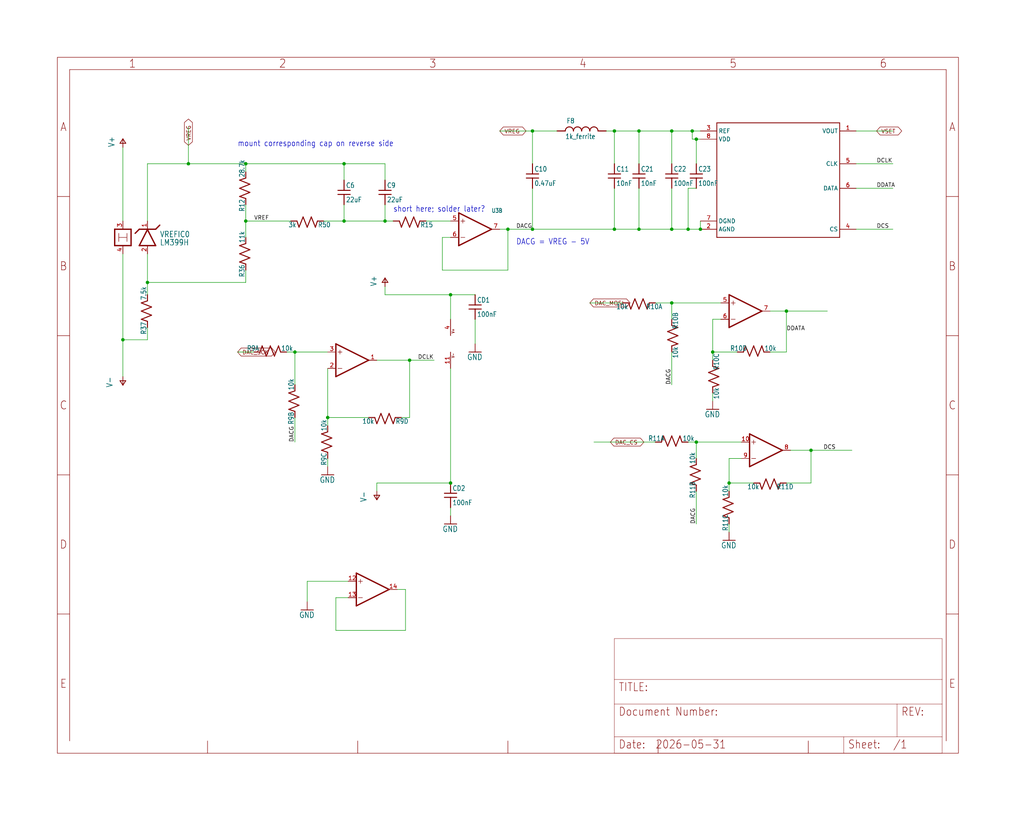
<source format=kicad_sch>
(kicad_sch
	(version 20231120)
	(generator "eeschema")
	(generator_version "8.0")
	(uuid "e2c45b87-e783-49d3-9e95-0da89e268467")
	(paper "User" 317.5 254.127)
	(lib_symbols
		(symbol "CurrentController-eagle-import:4AMP_P4+11D"
			(exclude_from_sim no)
			(in_bom yes)
			(on_board yes)
			(property "Reference" "IC"
				(at 2.54 3.175 0)
				(effects
					(font
						(size 1.778 1.5113)
					)
					(justify left bottom)
					(hide yes)
				)
			)
			(property "Value" ""
				(at 2.54 -5.08 0)
				(effects
					(font
						(size 1.778 1.5113)
					)
					(justify left bottom)
					(hide yes)
				)
			)
			(property "Footprint" "CurrentController:SO14"
				(at 0 0 0)
				(effects
					(font
						(size 1.27 1.27)
					)
					(hide yes)
				)
			)
			(property "Datasheet" ""
				(at 0 0 0)
				(effects
					(font
						(size 1.27 1.27)
					)
					(hide yes)
				)
			)
			(property "Description" "OP AMP"
				(at 0 0 0)
				(effects
					(font
						(size 1.27 1.27)
					)
					(hide yes)
				)
			)
			(property "ki_locked" ""
				(at 0 0 0)
				(effects
					(font
						(size 1.27 1.27)
					)
				)
			)
			(symbol "4AMP_P4+11D_1_0"
				(polyline
					(pts
						(xy -5.08 -5.08) (xy 5.08 0)
					)
					(stroke
						(width 0.4064)
						(type solid)
					)
					(fill
						(type none)
					)
				)
				(polyline
					(pts
						(xy -5.08 5.08) (xy -5.08 -5.08)
					)
					(stroke
						(width 0.4064)
						(type solid)
					)
					(fill
						(type none)
					)
				)
				(polyline
					(pts
						(xy -4.445 -2.54) (xy -3.175 -2.54)
					)
					(stroke
						(width 0.1524)
						(type solid)
					)
					(fill
						(type none)
					)
				)
				(polyline
					(pts
						(xy -4.445 2.54) (xy -3.175 2.54)
					)
					(stroke
						(width 0.1524)
						(type solid)
					)
					(fill
						(type none)
					)
				)
				(polyline
					(pts
						(xy -3.81 3.175) (xy -3.81 1.905)
					)
					(stroke
						(width 0.1524)
						(type solid)
					)
					(fill
						(type none)
					)
				)
				(polyline
					(pts
						(xy 5.08 0) (xy -5.08 5.08)
					)
					(stroke
						(width 0.4064)
						(type solid)
					)
					(fill
						(type none)
					)
				)
				(pin output line
					(at 7.62 0 180)
					(length 2.54)
					(name "OUT"
						(effects
							(font
								(size 0 0)
							)
						)
					)
					(number "1"
						(effects
							(font
								(size 1.27 1.27)
							)
						)
					)
				)
				(pin input line
					(at -7.62 -2.54 0)
					(length 2.54)
					(name "-IN"
						(effects
							(font
								(size 0 0)
							)
						)
					)
					(number "2"
						(effects
							(font
								(size 1.27 1.27)
							)
						)
					)
				)
				(pin input line
					(at -7.62 2.54 0)
					(length 2.54)
					(name "+IN"
						(effects
							(font
								(size 0 0)
							)
						)
					)
					(number "3"
						(effects
							(font
								(size 1.27 1.27)
							)
						)
					)
				)
			)
			(symbol "4AMP_P4+11D_2_0"
				(polyline
					(pts
						(xy -5.08 -5.08) (xy 5.08 0)
					)
					(stroke
						(width 0.4064)
						(type solid)
					)
					(fill
						(type none)
					)
				)
				(polyline
					(pts
						(xy -5.08 5.08) (xy -5.08 -5.08)
					)
					(stroke
						(width 0.4064)
						(type solid)
					)
					(fill
						(type none)
					)
				)
				(polyline
					(pts
						(xy -4.445 -2.54) (xy -3.175 -2.54)
					)
					(stroke
						(width 0.1524)
						(type solid)
					)
					(fill
						(type none)
					)
				)
				(polyline
					(pts
						(xy -4.445 2.54) (xy -3.175 2.54)
					)
					(stroke
						(width 0.1524)
						(type solid)
					)
					(fill
						(type none)
					)
				)
				(polyline
					(pts
						(xy -3.81 3.175) (xy -3.81 1.905)
					)
					(stroke
						(width 0.1524)
						(type solid)
					)
					(fill
						(type none)
					)
				)
				(polyline
					(pts
						(xy 5.08 0) (xy -5.08 5.08)
					)
					(stroke
						(width 0.4064)
						(type solid)
					)
					(fill
						(type none)
					)
				)
				(pin input line
					(at -7.62 2.54 0)
					(length 2.54)
					(name "+IN"
						(effects
							(font
								(size 0 0)
							)
						)
					)
					(number "5"
						(effects
							(font
								(size 1.27 1.27)
							)
						)
					)
				)
				(pin input line
					(at -7.62 -2.54 0)
					(length 2.54)
					(name "-IN"
						(effects
							(font
								(size 0 0)
							)
						)
					)
					(number "6"
						(effects
							(font
								(size 1.27 1.27)
							)
						)
					)
				)
				(pin output line
					(at 7.62 0 180)
					(length 2.54)
					(name "OUT"
						(effects
							(font
								(size 0 0)
							)
						)
					)
					(number "7"
						(effects
							(font
								(size 1.27 1.27)
							)
						)
					)
				)
			)
			(symbol "4AMP_P4+11D_3_0"
				(polyline
					(pts
						(xy -5.08 -5.08) (xy 5.08 0)
					)
					(stroke
						(width 0.4064)
						(type solid)
					)
					(fill
						(type none)
					)
				)
				(polyline
					(pts
						(xy -5.08 5.08) (xy -5.08 -5.08)
					)
					(stroke
						(width 0.4064)
						(type solid)
					)
					(fill
						(type none)
					)
				)
				(polyline
					(pts
						(xy -4.445 -2.54) (xy -3.175 -2.54)
					)
					(stroke
						(width 0.1524)
						(type solid)
					)
					(fill
						(type none)
					)
				)
				(polyline
					(pts
						(xy -4.445 2.54) (xy -3.175 2.54)
					)
					(stroke
						(width 0.1524)
						(type solid)
					)
					(fill
						(type none)
					)
				)
				(polyline
					(pts
						(xy -3.81 3.175) (xy -3.81 1.905)
					)
					(stroke
						(width 0.1524)
						(type solid)
					)
					(fill
						(type none)
					)
				)
				(polyline
					(pts
						(xy 5.08 0) (xy -5.08 5.08)
					)
					(stroke
						(width 0.4064)
						(type solid)
					)
					(fill
						(type none)
					)
				)
				(pin input line
					(at -7.62 2.54 0)
					(length 2.54)
					(name "+IN"
						(effects
							(font
								(size 0 0)
							)
						)
					)
					(number "10"
						(effects
							(font
								(size 1.27 1.27)
							)
						)
					)
				)
				(pin output line
					(at 7.62 0 180)
					(length 2.54)
					(name "OUT"
						(effects
							(font
								(size 0 0)
							)
						)
					)
					(number "8"
						(effects
							(font
								(size 1.27 1.27)
							)
						)
					)
				)
				(pin input line
					(at -7.62 -2.54 0)
					(length 2.54)
					(name "-IN"
						(effects
							(font
								(size 0 0)
							)
						)
					)
					(number "9"
						(effects
							(font
								(size 1.27 1.27)
							)
						)
					)
				)
			)
			(symbol "4AMP_P4+11D_4_0"
				(polyline
					(pts
						(xy -5.08 -5.08) (xy 5.08 0)
					)
					(stroke
						(width 0.4064)
						(type solid)
					)
					(fill
						(type none)
					)
				)
				(polyline
					(pts
						(xy -5.08 5.08) (xy -5.08 -5.08)
					)
					(stroke
						(width 0.4064)
						(type solid)
					)
					(fill
						(type none)
					)
				)
				(polyline
					(pts
						(xy -4.445 -2.54) (xy -3.175 -2.54)
					)
					(stroke
						(width 0.1524)
						(type solid)
					)
					(fill
						(type none)
					)
				)
				(polyline
					(pts
						(xy -4.445 2.54) (xy -3.175 2.54)
					)
					(stroke
						(width 0.1524)
						(type solid)
					)
					(fill
						(type none)
					)
				)
				(polyline
					(pts
						(xy -3.81 3.175) (xy -3.81 1.905)
					)
					(stroke
						(width 0.1524)
						(type solid)
					)
					(fill
						(type none)
					)
				)
				(polyline
					(pts
						(xy 5.08 0) (xy -5.08 5.08)
					)
					(stroke
						(width 0.4064)
						(type solid)
					)
					(fill
						(type none)
					)
				)
				(pin input line
					(at -7.62 2.54 0)
					(length 2.54)
					(name "+IN"
						(effects
							(font
								(size 0 0)
							)
						)
					)
					(number "12"
						(effects
							(font
								(size 1.27 1.27)
							)
						)
					)
				)
				(pin input line
					(at -7.62 -2.54 0)
					(length 2.54)
					(name "-IN"
						(effects
							(font
								(size 0 0)
							)
						)
					)
					(number "13"
						(effects
							(font
								(size 1.27 1.27)
							)
						)
					)
				)
				(pin output line
					(at 7.62 0 180)
					(length 2.54)
					(name "OUT"
						(effects
							(font
								(size 0 0)
							)
						)
					)
					(number "14"
						(effects
							(font
								(size 1.27 1.27)
							)
						)
					)
				)
			)
			(symbol "4AMP_P4+11D_5_0"
				(text "V+"
					(at 1.27 3.175 900)
					(effects
						(font
							(size 0.8128 0.6908)
						)
						(justify left bottom)
					)
				)
				(text "V-"
					(at 1.27 -4.445 900)
					(effects
						(font
							(size 0.8128 0.6908)
						)
						(justify left bottom)
					)
				)
				(pin power_in line
					(at 0 -7.62 90)
					(length 5.08)
					(name "V-"
						(effects
							(font
								(size 0 0)
							)
						)
					)
					(number "11"
						(effects
							(font
								(size 1.27 1.27)
							)
						)
					)
				)
				(pin power_in line
					(at 0 7.62 270)
					(length 5.08)
					(name "V+"
						(effects
							(font
								(size 0 0)
							)
						)
					)
					(number "4"
						(effects
							(font
								(size 1.27 1.27)
							)
						)
					)
				)
			)
		)
		(symbol "CurrentController-eagle-import:AD5541"
			(exclude_from_sim no)
			(in_bom yes)
			(on_board yes)
			(property "Reference" ""
				(at 0 0 0)
				(effects
					(font
						(size 1.27 1.27)
					)
					(hide yes)
				)
			)
			(property "Value" ""
				(at 0 0 0)
				(effects
					(font
						(size 1.27 1.27)
					)
					(hide yes)
				)
			)
			(property "Footprint" "CurrentController:SOIC-8"
				(at 0 0 0)
				(effects
					(font
						(size 1.27 1.27)
					)
					(hide yes)
				)
			)
			(property "Datasheet" ""
				(at 0 0 0)
				(effects
					(font
						(size 1.27 1.27)
					)
					(hide yes)
				)
			)
			(property "Description" ""
				(at 0 0 0)
				(effects
					(font
						(size 1.27 1.27)
					)
					(hide yes)
				)
			)
			(property "ki_locked" ""
				(at 0 0 0)
				(effects
					(font
						(size 1.27 1.27)
					)
				)
			)
			(symbol "AD5541_1_0"
				(polyline
					(pts
						(xy -17.78 -17.78) (xy 20.32 -17.78)
					)
					(stroke
						(width 0.254)
						(type solid)
					)
					(fill
						(type none)
					)
				)
				(polyline
					(pts
						(xy -17.78 17.78) (xy -17.78 -17.78)
					)
					(stroke
						(width 0.254)
						(type solid)
					)
					(fill
						(type none)
					)
				)
				(polyline
					(pts
						(xy 20.32 -17.78) (xy 20.32 17.78)
					)
					(stroke
						(width 0.254)
						(type solid)
					)
					(fill
						(type none)
					)
				)
				(polyline
					(pts
						(xy 20.32 17.78) (xy -17.78 17.78)
					)
					(stroke
						(width 0.254)
						(type solid)
					)
					(fill
						(type none)
					)
				)
				(pin bidirectional line
					(at 25.4 15.24 180)
					(length 5.08)
					(name "VOUT"
						(effects
							(font
								(size 1.27 1.27)
							)
						)
					)
					(number "1"
						(effects
							(font
								(size 1.27 1.27)
							)
						)
					)
				)
				(pin bidirectional line
					(at -22.86 -15.24 0)
					(length 5.08)
					(name "AGND"
						(effects
							(font
								(size 1.27 1.27)
							)
						)
					)
					(number "2"
						(effects
							(font
								(size 1.27 1.27)
							)
						)
					)
				)
				(pin bidirectional line
					(at -22.86 15.24 0)
					(length 5.08)
					(name "REF"
						(effects
							(font
								(size 1.27 1.27)
							)
						)
					)
					(number "3"
						(effects
							(font
								(size 1.27 1.27)
							)
						)
					)
				)
				(pin bidirectional line
					(at 25.4 -15.24 180)
					(length 5.08)
					(name "CS"
						(effects
							(font
								(size 1.27 1.27)
							)
						)
					)
					(number "4"
						(effects
							(font
								(size 1.27 1.27)
							)
						)
					)
				)
				(pin bidirectional line
					(at 25.4 5.08 180)
					(length 5.08)
					(name "CLK"
						(effects
							(font
								(size 1.27 1.27)
							)
						)
					)
					(number "5"
						(effects
							(font
								(size 1.27 1.27)
							)
						)
					)
				)
				(pin bidirectional line
					(at 25.4 -2.54 180)
					(length 5.08)
					(name "DATA"
						(effects
							(font
								(size 1.27 1.27)
							)
						)
					)
					(number "6"
						(effects
							(font
								(size 1.27 1.27)
							)
						)
					)
				)
				(pin bidirectional line
					(at -22.86 -12.7 0)
					(length 5.08)
					(name "DGND"
						(effects
							(font
								(size 1.27 1.27)
							)
						)
					)
					(number "7"
						(effects
							(font
								(size 1.27 1.27)
							)
						)
					)
				)
				(pin bidirectional line
					(at -22.86 12.7 0)
					(length 5.08)
					(name "VDD"
						(effects
							(font
								(size 1.27 1.27)
							)
						)
					)
					(number "8"
						(effects
							(font
								(size 1.27 1.27)
							)
						)
					)
				)
			)
		)
		(symbol "CurrentController-eagle-import:C_MLCC_SMDCMLCC_0306"
			(exclude_from_sim no)
			(in_bom yes)
			(on_board yes)
			(property "Reference" "C"
				(at 0.5715 0.0635 0)
				(effects
					(font
						(size 1.524 1.2954)
					)
					(justify left bottom)
				)
			)
			(property "Value" ""
				(at 0.5715 -4.3815 0)
				(effects
					(font
						(size 1.524 1.2954)
					)
					(justify left bottom)
				)
			)
			(property "Footprint" "CurrentController:C_MLCC_0306"
				(at 0 0 0)
				(effects
					(font
						(size 1.27 1.27)
					)
					(hide yes)
				)
			)
			(property "Datasheet" ""
				(at 0 0 0)
				(effects
					(font
						(size 1.27 1.27)
					)
					(hide yes)
				)
			)
			(property "Description" ""
				(at 0 0 0)
				(effects
					(font
						(size 1.27 1.27)
					)
					(hide yes)
				)
			)
			(property "ki_locked" ""
				(at 0 0 0)
				(effects
					(font
						(size 1.27 1.27)
					)
				)
			)
			(symbol "C_MLCC_SMDCMLCC_0306_1_0"
				(polyline
					(pts
						(xy -1.905 -1.905) (xy 0 -1.905)
					)
					(stroke
						(width 0.3048)
						(type solid)
					)
					(fill
						(type none)
					)
				)
				(polyline
					(pts
						(xy 0 -1.905) (xy 0 -5.08)
					)
					(stroke
						(width 0.3048)
						(type solid)
					)
					(fill
						(type none)
					)
				)
				(polyline
					(pts
						(xy 0 -1.905) (xy 1.905 -1.905)
					)
					(stroke
						(width 0.3048)
						(type solid)
					)
					(fill
						(type none)
					)
				)
				(polyline
					(pts
						(xy 0 -0.635) (xy -1.905 -0.635)
					)
					(stroke
						(width 0.3048)
						(type solid)
					)
					(fill
						(type none)
					)
				)
				(polyline
					(pts
						(xy 0 -0.635) (xy 0 2.54)
					)
					(stroke
						(width 0.3048)
						(type solid)
					)
					(fill
						(type none)
					)
				)
				(polyline
					(pts
						(xy 1.905 -0.635) (xy 0 -0.635)
					)
					(stroke
						(width 0.3048)
						(type solid)
					)
					(fill
						(type none)
					)
				)
				(pin passive line
					(at 0 2.54 270)
					(length 0)
					(name "1"
						(effects
							(font
								(size 0 0)
							)
						)
					)
					(number "P$1"
						(effects
							(font
								(size 0 0)
							)
						)
					)
				)
				(pin passive line
					(at 0 -5.08 90)
					(length 0)
					(name "2"
						(effects
							(font
								(size 0 0)
							)
						)
					)
					(number "P$2"
						(effects
							(font
								(size 0 0)
							)
						)
					)
				)
			)
		)
		(symbol "CurrentController-eagle-import:C_MLCC_SMDCMLCC_0603"
			(exclude_from_sim no)
			(in_bom yes)
			(on_board yes)
			(property "Reference" "C"
				(at 0.5715 0.0635 0)
				(effects
					(font
						(size 1.524 1.2954)
					)
					(justify left bottom)
				)
			)
			(property "Value" ""
				(at 0.5715 -4.3815 0)
				(effects
					(font
						(size 1.524 1.2954)
					)
					(justify left bottom)
				)
			)
			(property "Footprint" "CurrentController:C_MLCC_0603"
				(at 0 0 0)
				(effects
					(font
						(size 1.27 1.27)
					)
					(hide yes)
				)
			)
			(property "Datasheet" ""
				(at 0 0 0)
				(effects
					(font
						(size 1.27 1.27)
					)
					(hide yes)
				)
			)
			(property "Description" ""
				(at 0 0 0)
				(effects
					(font
						(size 1.27 1.27)
					)
					(hide yes)
				)
			)
			(property "ki_locked" ""
				(at 0 0 0)
				(effects
					(font
						(size 1.27 1.27)
					)
				)
			)
			(symbol "C_MLCC_SMDCMLCC_0603_1_0"
				(polyline
					(pts
						(xy -1.905 -1.905) (xy 0 -1.905)
					)
					(stroke
						(width 0.3048)
						(type solid)
					)
					(fill
						(type none)
					)
				)
				(polyline
					(pts
						(xy 0 -1.905) (xy 0 -5.08)
					)
					(stroke
						(width 0.3048)
						(type solid)
					)
					(fill
						(type none)
					)
				)
				(polyline
					(pts
						(xy 0 -1.905) (xy 1.905 -1.905)
					)
					(stroke
						(width 0.3048)
						(type solid)
					)
					(fill
						(type none)
					)
				)
				(polyline
					(pts
						(xy 0 -0.635) (xy -1.905 -0.635)
					)
					(stroke
						(width 0.3048)
						(type solid)
					)
					(fill
						(type none)
					)
				)
				(polyline
					(pts
						(xy 0 -0.635) (xy 0 2.54)
					)
					(stroke
						(width 0.3048)
						(type solid)
					)
					(fill
						(type none)
					)
				)
				(polyline
					(pts
						(xy 1.905 -0.635) (xy 0 -0.635)
					)
					(stroke
						(width 0.3048)
						(type solid)
					)
					(fill
						(type none)
					)
				)
				(pin passive line
					(at 0 2.54 270)
					(length 0)
					(name "1"
						(effects
							(font
								(size 0 0)
							)
						)
					)
					(number "P$1"
						(effects
							(font
								(size 0 0)
							)
						)
					)
				)
				(pin passive line
					(at 0 -5.08 90)
					(length 0)
					(name "2"
						(effects
							(font
								(size 0 0)
							)
						)
					)
					(number "P$2"
						(effects
							(font
								(size 0 0)
							)
						)
					)
				)
			)
		)
		(symbol "CurrentController-eagle-import:C_MLCC_SMDCMLCC_0612"
			(exclude_from_sim no)
			(in_bom yes)
			(on_board yes)
			(property "Reference" "C"
				(at 0.5715 0.0635 0)
				(effects
					(font
						(size 1.524 1.2954)
					)
					(justify left bottom)
				)
			)
			(property "Value" ""
				(at 0.5715 -4.3815 0)
				(effects
					(font
						(size 1.524 1.2954)
					)
					(justify left bottom)
				)
			)
			(property "Footprint" "CurrentController:C_MLCC_0612"
				(at 0 0 0)
				(effects
					(font
						(size 1.27 1.27)
					)
					(hide yes)
				)
			)
			(property "Datasheet" ""
				(at 0 0 0)
				(effects
					(font
						(size 1.27 1.27)
					)
					(hide yes)
				)
			)
			(property "Description" ""
				(at 0 0 0)
				(effects
					(font
						(size 1.27 1.27)
					)
					(hide yes)
				)
			)
			(property "ki_locked" ""
				(at 0 0 0)
				(effects
					(font
						(size 1.27 1.27)
					)
				)
			)
			(symbol "C_MLCC_SMDCMLCC_0612_1_0"
				(polyline
					(pts
						(xy -1.905 -1.905) (xy 0 -1.905)
					)
					(stroke
						(width 0.3048)
						(type solid)
					)
					(fill
						(type none)
					)
				)
				(polyline
					(pts
						(xy 0 -1.905) (xy 0 -5.08)
					)
					(stroke
						(width 0.3048)
						(type solid)
					)
					(fill
						(type none)
					)
				)
				(polyline
					(pts
						(xy 0 -1.905) (xy 1.905 -1.905)
					)
					(stroke
						(width 0.3048)
						(type solid)
					)
					(fill
						(type none)
					)
				)
				(polyline
					(pts
						(xy 0 -0.635) (xy -1.905 -0.635)
					)
					(stroke
						(width 0.3048)
						(type solid)
					)
					(fill
						(type none)
					)
				)
				(polyline
					(pts
						(xy 0 -0.635) (xy 0 2.54)
					)
					(stroke
						(width 0.3048)
						(type solid)
					)
					(fill
						(type none)
					)
				)
				(polyline
					(pts
						(xy 1.905 -0.635) (xy 0 -0.635)
					)
					(stroke
						(width 0.3048)
						(type solid)
					)
					(fill
						(type none)
					)
				)
				(pin passive line
					(at 0 2.54 270)
					(length 0)
					(name "1"
						(effects
							(font
								(size 0 0)
							)
						)
					)
					(number "P$1"
						(effects
							(font
								(size 0 0)
							)
						)
					)
				)
				(pin passive line
					(at 0 -5.08 90)
					(length 0)
					(name "2"
						(effects
							(font
								(size 0 0)
							)
						)
					)
					(number "P$2"
						(effects
							(font
								(size 0 0)
							)
						)
					)
				)
			)
		)
		(symbol "CurrentController-eagle-import:C_MLCC_SMDCMLCC_0805"
			(exclude_from_sim no)
			(in_bom yes)
			(on_board yes)
			(property "Reference" "C"
				(at 0.5715 0.0635 0)
				(effects
					(font
						(size 1.524 1.2954)
					)
					(justify left bottom)
				)
			)
			(property "Value" ""
				(at 0.5715 -4.3815 0)
				(effects
					(font
						(size 1.524 1.2954)
					)
					(justify left bottom)
				)
			)
			(property "Footprint" "CurrentController:C_MLCC_0805"
				(at 0 0 0)
				(effects
					(font
						(size 1.27 1.27)
					)
					(hide yes)
				)
			)
			(property "Datasheet" ""
				(at 0 0 0)
				(effects
					(font
						(size 1.27 1.27)
					)
					(hide yes)
				)
			)
			(property "Description" ""
				(at 0 0 0)
				(effects
					(font
						(size 1.27 1.27)
					)
					(hide yes)
				)
			)
			(property "ki_locked" ""
				(at 0 0 0)
				(effects
					(font
						(size 1.27 1.27)
					)
				)
			)
			(symbol "C_MLCC_SMDCMLCC_0805_1_0"
				(polyline
					(pts
						(xy -1.905 -1.905) (xy 0 -1.905)
					)
					(stroke
						(width 0.3048)
						(type solid)
					)
					(fill
						(type none)
					)
				)
				(polyline
					(pts
						(xy 0 -1.905) (xy 0 -5.08)
					)
					(stroke
						(width 0.3048)
						(type solid)
					)
					(fill
						(type none)
					)
				)
				(polyline
					(pts
						(xy 0 -1.905) (xy 1.905 -1.905)
					)
					(stroke
						(width 0.3048)
						(type solid)
					)
					(fill
						(type none)
					)
				)
				(polyline
					(pts
						(xy 0 -0.635) (xy -1.905 -0.635)
					)
					(stroke
						(width 0.3048)
						(type solid)
					)
					(fill
						(type none)
					)
				)
				(polyline
					(pts
						(xy 0 -0.635) (xy 0 2.54)
					)
					(stroke
						(width 0.3048)
						(type solid)
					)
					(fill
						(type none)
					)
				)
				(polyline
					(pts
						(xy 1.905 -0.635) (xy 0 -0.635)
					)
					(stroke
						(width 0.3048)
						(type solid)
					)
					(fill
						(type none)
					)
				)
				(pin passive line
					(at 0 2.54 270)
					(length 0)
					(name "1"
						(effects
							(font
								(size 0 0)
							)
						)
					)
					(number "P$1"
						(effects
							(font
								(size 0 0)
							)
						)
					)
				)
				(pin passive line
					(at 0 -5.08 90)
					(length 0)
					(name "2"
						(effects
							(font
								(size 0 0)
							)
						)
					)
					(number "P$2"
						(effects
							(font
								(size 0 0)
							)
						)
					)
				)
			)
		)
		(symbol "CurrentController-eagle-import:DUAL-OPAMP-AD8676_MSOP"
			(exclude_from_sim no)
			(in_bom yes)
			(on_board yes)
			(property "Reference" "U"
				(at 7.62 5.08 0)
				(effects
					(font
						(size 1.27 1.0795)
					)
					(justify left bottom)
				)
			)
			(property "Value" ""
				(at 5.08 -5.08 0)
				(effects
					(font
						(size 1.778 1.5113)
					)
					(justify left bottom)
					(hide yes)
				)
			)
			(property "Footprint" "CurrentController:MSOP08"
				(at 0 0 0)
				(effects
					(font
						(size 1.27 1.27)
					)
					(hide yes)
				)
			)
			(property "Datasheet" ""
				(at 0 0 0)
				(effects
					(font
						(size 1.27 1.27)
					)
					(hide yes)
				)
			)
			(property "Description" ""
				(at 0 0 0)
				(effects
					(font
						(size 1.27 1.27)
					)
					(hide yes)
				)
			)
			(property "ki_locked" ""
				(at 0 0 0)
				(effects
					(font
						(size 1.27 1.27)
					)
				)
			)
			(symbol "DUAL-OPAMP-AD8676_MSOP_1_0"
				(polyline
					(pts
						(xy -2.54 -5.08) (xy 7.62 0)
					)
					(stroke
						(width 0.4064)
						(type solid)
					)
					(fill
						(type none)
					)
				)
				(polyline
					(pts
						(xy -2.54 5.08) (xy -2.54 -5.08)
					)
					(stroke
						(width 0.4064)
						(type solid)
					)
					(fill
						(type none)
					)
				)
				(polyline
					(pts
						(xy -1.905 -2.54) (xy -0.635 -2.54)
					)
					(stroke
						(width 0.1524)
						(type solid)
					)
					(fill
						(type none)
					)
				)
				(polyline
					(pts
						(xy -1.905 2.54) (xy -0.635 2.54)
					)
					(stroke
						(width 0.1524)
						(type solid)
					)
					(fill
						(type none)
					)
				)
				(polyline
					(pts
						(xy -1.27 3.175) (xy -1.27 1.905)
					)
					(stroke
						(width 0.1524)
						(type solid)
					)
					(fill
						(type none)
					)
				)
				(polyline
					(pts
						(xy 7.62 0) (xy -2.54 5.08)
					)
					(stroke
						(width 0.4064)
						(type solid)
					)
					(fill
						(type none)
					)
				)
				(pin output line
					(at 10.16 0 180)
					(length 2.54)
					(name "OUT"
						(effects
							(font
								(size 0 0)
							)
						)
					)
					(number "1"
						(effects
							(font
								(size 1.27 1.27)
							)
						)
					)
				)
				(pin input line
					(at -5.08 -2.54 0)
					(length 2.54)
					(name "-IN"
						(effects
							(font
								(size 0 0)
							)
						)
					)
					(number "2"
						(effects
							(font
								(size 1.27 1.27)
							)
						)
					)
				)
				(pin input line
					(at -5.08 2.54 0)
					(length 2.54)
					(name "+IN"
						(effects
							(font
								(size 0 0)
							)
						)
					)
					(number "3"
						(effects
							(font
								(size 1.27 1.27)
							)
						)
					)
				)
			)
			(symbol "DUAL-OPAMP-AD8676_MSOP_2_0"
				(polyline
					(pts
						(xy -2.54 -5.08) (xy 7.62 0)
					)
					(stroke
						(width 0.4064)
						(type solid)
					)
					(fill
						(type none)
					)
				)
				(polyline
					(pts
						(xy -2.54 5.08) (xy -2.54 -5.08)
					)
					(stroke
						(width 0.4064)
						(type solid)
					)
					(fill
						(type none)
					)
				)
				(polyline
					(pts
						(xy -1.905 -2.54) (xy -0.635 -2.54)
					)
					(stroke
						(width 0.1524)
						(type solid)
					)
					(fill
						(type none)
					)
				)
				(polyline
					(pts
						(xy -1.905 2.54) (xy -0.635 2.54)
					)
					(stroke
						(width 0.1524)
						(type solid)
					)
					(fill
						(type none)
					)
				)
				(polyline
					(pts
						(xy -1.27 3.175) (xy -1.27 1.905)
					)
					(stroke
						(width 0.1524)
						(type solid)
					)
					(fill
						(type none)
					)
				)
				(polyline
					(pts
						(xy 7.62 0) (xy -2.54 5.08)
					)
					(stroke
						(width 0.4064)
						(type solid)
					)
					(fill
						(type none)
					)
				)
				(pin input line
					(at -5.08 2.54 0)
					(length 2.54)
					(name "+IN"
						(effects
							(font
								(size 0 0)
							)
						)
					)
					(number "5"
						(effects
							(font
								(size 1.27 1.27)
							)
						)
					)
				)
				(pin input line
					(at -5.08 -2.54 0)
					(length 2.54)
					(name "-IN"
						(effects
							(font
								(size 0 0)
							)
						)
					)
					(number "6"
						(effects
							(font
								(size 1.27 1.27)
							)
						)
					)
				)
				(pin output line
					(at 10.16 0 180)
					(length 2.54)
					(name "OUT"
						(effects
							(font
								(size 0 0)
							)
						)
					)
					(number "7"
						(effects
							(font
								(size 1.27 1.27)
							)
						)
					)
				)
			)
			(symbol "DUAL-OPAMP-AD8676_MSOP_3_0"
				(text "V+"
					(at 1.27 3.175 900)
					(effects
						(font
							(size 0.8128 0.6908)
						)
						(justify left bottom)
					)
				)
				(text "V-"
					(at 1.27 -4.445 900)
					(effects
						(font
							(size 0.8128 0.6908)
						)
						(justify left bottom)
					)
				)
				(pin power_in line
					(at 0 -7.62 90)
					(length 5.08)
					(name "V-"
						(effects
							(font
								(size 0 0)
							)
						)
					)
					(number "4"
						(effects
							(font
								(size 1.27 1.27)
							)
						)
					)
				)
				(pin power_in line
					(at 0 7.62 270)
					(length 5.08)
					(name "V+"
						(effects
							(font
								(size 0 0)
							)
						)
					)
					(number "8"
						(effects
							(font
								(size 1.27 1.27)
							)
						)
					)
				)
			)
		)
		(symbol "CurrentController-eagle-import:FRAME_A_L"
			(exclude_from_sim no)
			(in_bom yes)
			(on_board yes)
			(property "Reference" "#FRAME"
				(at 0 0 0)
				(effects
					(font
						(size 1.27 1.27)
					)
					(hide yes)
				)
			)
			(property "Value" ""
				(at 0 0 0)
				(effects
					(font
						(size 1.27 1.27)
					)
					(hide yes)
				)
			)
			(property "Footprint" ""
				(at 0 0 0)
				(effects
					(font
						(size 1.27 1.27)
					)
					(hide yes)
				)
			)
			(property "Datasheet" ""
				(at 0 0 0)
				(effects
					(font
						(size 1.27 1.27)
					)
					(hide yes)
				)
			)
			(property "Description" "FRAME A Size , 8 1/2 x 11 INCH, Landscape"
				(at 0 0 0)
				(effects
					(font
						(size 1.27 1.27)
					)
					(hide yes)
				)
			)
			(property "ki_locked" ""
				(at 0 0 0)
				(effects
					(font
						(size 1.27 1.27)
					)
				)
			)
			(symbol "FRAME_A_L_1_0"
				(polyline
					(pts
						(xy 0 43.18) (xy 3.81 43.18)
					)
					(stroke
						(width 0)
						(type default)
					)
					(fill
						(type none)
					)
				)
				(polyline
					(pts
						(xy 0 86.36) (xy 3.81 86.36)
					)
					(stroke
						(width 0)
						(type default)
					)
					(fill
						(type none)
					)
				)
				(polyline
					(pts
						(xy 0 129.54) (xy 3.81 129.54)
					)
					(stroke
						(width 0)
						(type default)
					)
					(fill
						(type none)
					)
				)
				(polyline
					(pts
						(xy 0 172.72) (xy 3.81 172.72)
					)
					(stroke
						(width 0)
						(type default)
					)
					(fill
						(type none)
					)
				)
				(polyline
					(pts
						(xy 3.81 3.81) (xy 3.81 212.09)
					)
					(stroke
						(width 0)
						(type default)
					)
					(fill
						(type none)
					)
				)
				(polyline
					(pts
						(xy 46.5667 0) (xy 46.5667 3.81)
					)
					(stroke
						(width 0)
						(type default)
					)
					(fill
						(type none)
					)
				)
				(polyline
					(pts
						(xy 93.1333 0) (xy 93.1333 3.81)
					)
					(stroke
						(width 0)
						(type default)
					)
					(fill
						(type none)
					)
				)
				(polyline
					(pts
						(xy 139.7 0) (xy 139.7 3.81)
					)
					(stroke
						(width 0)
						(type default)
					)
					(fill
						(type none)
					)
				)
				(polyline
					(pts
						(xy 186.2667 0) (xy 186.2667 3.81)
					)
					(stroke
						(width 0)
						(type default)
					)
					(fill
						(type none)
					)
				)
				(polyline
					(pts
						(xy 232.8333 0) (xy 232.8333 3.81)
					)
					(stroke
						(width 0)
						(type default)
					)
					(fill
						(type none)
					)
				)
				(polyline
					(pts
						(xy 275.59 3.81) (xy 275.59 212.09)
					)
					(stroke
						(width 0)
						(type default)
					)
					(fill
						(type none)
					)
				)
				(polyline
					(pts
						(xy 275.59 43.18) (xy 279.4 43.18)
					)
					(stroke
						(width 0)
						(type default)
					)
					(fill
						(type none)
					)
				)
				(polyline
					(pts
						(xy 275.59 86.36) (xy 279.4 86.36)
					)
					(stroke
						(width 0)
						(type default)
					)
					(fill
						(type none)
					)
				)
				(polyline
					(pts
						(xy 275.59 129.54) (xy 279.4 129.54)
					)
					(stroke
						(width 0)
						(type default)
					)
					(fill
						(type none)
					)
				)
				(polyline
					(pts
						(xy 275.59 172.72) (xy 279.4 172.72)
					)
					(stroke
						(width 0)
						(type default)
					)
					(fill
						(type none)
					)
				)
				(polyline
					(pts
						(xy 275.59 212.09) (xy 3.81 212.09)
					)
					(stroke
						(width 0)
						(type default)
					)
					(fill
						(type none)
					)
				)
				(polyline
					(pts
						(xy 0 0) (xy 279.4 0) (xy 279.4 215.9) (xy 0 215.9) (xy 0 0)
					)
					(stroke
						(width 0)
						(type default)
					)
					(fill
						(type none)
					)
				)
				(text "1"
					(at 23.2833 213.995 0)
					(effects
						(font
							(size 2.54 2.286)
						)
					)
				)
				(text "2"
					(at 69.85 213.995 0)
					(effects
						(font
							(size 2.54 2.286)
						)
					)
				)
				(text "3"
					(at 116.4167 213.995 0)
					(effects
						(font
							(size 2.54 2.286)
						)
					)
				)
				(text "4"
					(at 162.9833 213.995 0)
					(effects
						(font
							(size 2.54 2.286)
						)
					)
				)
				(text "5"
					(at 209.55 213.995 0)
					(effects
						(font
							(size 2.54 2.286)
						)
					)
				)
				(text "6"
					(at 256.1167 213.995 0)
					(effects
						(font
							(size 2.54 2.286)
						)
					)
				)
				(text "A"
					(at 1.905 194.31 0)
					(effects
						(font
							(size 2.54 2.286)
						)
					)
				)
				(text "A"
					(at 277.495 194.31 0)
					(effects
						(font
							(size 2.54 2.286)
						)
					)
				)
				(text "B"
					(at 1.905 151.13 0)
					(effects
						(font
							(size 2.54 2.286)
						)
					)
				)
				(text "B"
					(at 277.495 151.13 0)
					(effects
						(font
							(size 2.54 2.286)
						)
					)
				)
				(text "C"
					(at 1.905 107.95 0)
					(effects
						(font
							(size 2.54 2.286)
						)
					)
				)
				(text "C"
					(at 277.495 107.95 0)
					(effects
						(font
							(size 2.54 2.286)
						)
					)
				)
				(text "D"
					(at 1.905 64.77 0)
					(effects
						(font
							(size 2.54 2.286)
						)
					)
				)
				(text "D"
					(at 277.495 64.77 0)
					(effects
						(font
							(size 2.54 2.286)
						)
					)
				)
				(text "E"
					(at 1.905 21.59 0)
					(effects
						(font
							(size 2.54 2.286)
						)
					)
				)
				(text "E"
					(at 277.495 21.59 0)
					(effects
						(font
							(size 2.54 2.286)
						)
					)
				)
			)
			(symbol "FRAME_A_L_2_0"
				(polyline
					(pts
						(xy 0 0) (xy 0 5.08)
					)
					(stroke
						(width 0.1016)
						(type solid)
					)
					(fill
						(type none)
					)
				)
				(polyline
					(pts
						(xy 0 0) (xy 71.12 0)
					)
					(stroke
						(width 0.1016)
						(type solid)
					)
					(fill
						(type none)
					)
				)
				(polyline
					(pts
						(xy 0 5.08) (xy 0 15.24)
					)
					(stroke
						(width 0.1016)
						(type solid)
					)
					(fill
						(type none)
					)
				)
				(polyline
					(pts
						(xy 0 5.08) (xy 71.12 5.08)
					)
					(stroke
						(width 0.1016)
						(type solid)
					)
					(fill
						(type none)
					)
				)
				(polyline
					(pts
						(xy 0 15.24) (xy 0 22.86)
					)
					(stroke
						(width 0.1016)
						(type solid)
					)
					(fill
						(type none)
					)
				)
				(polyline
					(pts
						(xy 0 22.86) (xy 0 35.56)
					)
					(stroke
						(width 0.1016)
						(type solid)
					)
					(fill
						(type none)
					)
				)
				(polyline
					(pts
						(xy 0 22.86) (xy 101.6 22.86)
					)
					(stroke
						(width 0.1016)
						(type solid)
					)
					(fill
						(type none)
					)
				)
				(polyline
					(pts
						(xy 71.12 0) (xy 101.6 0)
					)
					(stroke
						(width 0.1016)
						(type solid)
					)
					(fill
						(type none)
					)
				)
				(polyline
					(pts
						(xy 71.12 5.08) (xy 71.12 0)
					)
					(stroke
						(width 0.1016)
						(type solid)
					)
					(fill
						(type none)
					)
				)
				(polyline
					(pts
						(xy 71.12 5.08) (xy 87.63 5.08)
					)
					(stroke
						(width 0.1016)
						(type solid)
					)
					(fill
						(type none)
					)
				)
				(polyline
					(pts
						(xy 87.63 5.08) (xy 101.6 5.08)
					)
					(stroke
						(width 0.1016)
						(type solid)
					)
					(fill
						(type none)
					)
				)
				(polyline
					(pts
						(xy 87.63 15.24) (xy 0 15.24)
					)
					(stroke
						(width 0.1016)
						(type solid)
					)
					(fill
						(type none)
					)
				)
				(polyline
					(pts
						(xy 87.63 15.24) (xy 87.63 5.08)
					)
					(stroke
						(width 0.1016)
						(type solid)
					)
					(fill
						(type none)
					)
				)
				(polyline
					(pts
						(xy 101.6 5.08) (xy 101.6 0)
					)
					(stroke
						(width 0.1016)
						(type solid)
					)
					(fill
						(type none)
					)
				)
				(polyline
					(pts
						(xy 101.6 15.24) (xy 87.63 15.24)
					)
					(stroke
						(width 0.1016)
						(type solid)
					)
					(fill
						(type none)
					)
				)
				(polyline
					(pts
						(xy 101.6 15.24) (xy 101.6 5.08)
					)
					(stroke
						(width 0.1016)
						(type solid)
					)
					(fill
						(type none)
					)
				)
				(polyline
					(pts
						(xy 101.6 22.86) (xy 101.6 15.24)
					)
					(stroke
						(width 0.1016)
						(type solid)
					)
					(fill
						(type none)
					)
				)
				(polyline
					(pts
						(xy 101.6 35.56) (xy 0 35.56)
					)
					(stroke
						(width 0.1016)
						(type solid)
					)
					(fill
						(type none)
					)
				)
				(polyline
					(pts
						(xy 101.6 35.56) (xy 101.6 22.86)
					)
					(stroke
						(width 0.1016)
						(type solid)
					)
					(fill
						(type none)
					)
				)
				(text "${#}/${##}"
					(at 86.36 1.27 0)
					(effects
						(font
							(size 2.54 2.159)
						)
						(justify left bottom)
					)
				)
				(text "${CURRENT_DATE}"
					(at 12.7 1.27 0)
					(effects
						(font
							(size 2.54 2.159)
						)
						(justify left bottom)
					)
				)
				(text "${PROJECTNAME}"
					(at 17.78 19.05 0)
					(effects
						(font
							(size 2.54 2.159)
						)
						(justify left bottom)
					)
				)
				(text "Date:"
					(at 1.27 1.27 0)
					(effects
						(font
							(size 2.54 2.159)
						)
						(justify left bottom)
					)
				)
				(text "Document Number:"
					(at 1.27 11.43 0)
					(effects
						(font
							(size 2.54 2.159)
						)
						(justify left bottom)
					)
				)
				(text "REV:"
					(at 88.9 11.43 0)
					(effects
						(font
							(size 2.54 2.159)
						)
						(justify left bottom)
					)
				)
				(text "Sheet:"
					(at 72.39 1.27 0)
					(effects
						(font
							(size 2.54 2.159)
						)
						(justify left bottom)
					)
				)
				(text "TITLE:"
					(at 1.27 19.05 0)
					(effects
						(font
							(size 2.54 2.159)
						)
						(justify left bottom)
					)
				)
			)
		)
		(symbol "CurrentController-eagle-import:GND"
			(power)
			(exclude_from_sim no)
			(in_bom yes)
			(on_board yes)
			(property "Reference" "#GND"
				(at 0 0 0)
				(effects
					(font
						(size 1.27 1.27)
					)
					(hide yes)
				)
			)
			(property "Value" ""
				(at -2.54 -2.54 0)
				(effects
					(font
						(size 1.778 1.5113)
					)
					(justify left bottom)
				)
			)
			(property "Footprint" ""
				(at 0 0 0)
				(effects
					(font
						(size 1.27 1.27)
					)
					(hide yes)
				)
			)
			(property "Datasheet" ""
				(at 0 0 0)
				(effects
					(font
						(size 1.27 1.27)
					)
					(hide yes)
				)
			)
			(property "Description" "SUPPLY SYMBOL"
				(at 0 0 0)
				(effects
					(font
						(size 1.27 1.27)
					)
					(hide yes)
				)
			)
			(property "ki_locked" ""
				(at 0 0 0)
				(effects
					(font
						(size 1.27 1.27)
					)
				)
			)
			(symbol "GND_1_0"
				(polyline
					(pts
						(xy -1.905 0) (xy 1.905 0)
					)
					(stroke
						(width 0.254)
						(type solid)
					)
					(fill
						(type none)
					)
				)
				(pin power_in line
					(at 0 2.54 270)
					(length 2.54)
					(name "GND"
						(effects
							(font
								(size 0 0)
							)
						)
					)
					(number "1"
						(effects
							(font
								(size 0 0)
							)
						)
					)
				)
			)
		)
		(symbol "CurrentController-eagle-import:LM399H"
			(exclude_from_sim no)
			(in_bom yes)
			(on_board yes)
			(property "Reference" "IC"
				(at 6.35 0 0)
				(effects
					(font
						(size 1.778 1.5113)
					)
					(justify left bottom)
				)
			)
			(property "Value" ""
				(at 6.35 -2.54 0)
				(effects
					(font
						(size 1.778 1.5113)
					)
					(justify left bottom)
				)
			)
			(property "Footprint" "CurrentController:TO39_4"
				(at 0 0 0)
				(effects
					(font
						(size 1.27 1.27)
					)
					(hide yes)
				)
			)
			(property "Datasheet" ""
				(at 0 0 0)
				(effects
					(font
						(size 1.27 1.27)
					)
					(hide yes)
				)
			)
			(property "Description" "Precision Z DIODE"
				(at 0 0 0)
				(effects
					(font
						(size 1.27 1.27)
					)
					(hide yes)
				)
			)
			(property "ki_locked" ""
				(at 0 0 0)
				(effects
					(font
						(size 1.27 1.27)
					)
				)
			)
			(symbol "LM399H_1_0"
				(polyline
					(pts
						(xy -7.62 -2.54) (xy -7.62 2.54)
					)
					(stroke
						(width 0.4064)
						(type solid)
					)
					(fill
						(type none)
					)
				)
				(polyline
					(pts
						(xy -7.62 2.54) (xy -2.54 2.54)
					)
					(stroke
						(width 0.4064)
						(type solid)
					)
					(fill
						(type none)
					)
				)
				(polyline
					(pts
						(xy -6.35 1.27) (xy -6.35 -1.27)
					)
					(stroke
						(width 0.1524)
						(type solid)
					)
					(fill
						(type none)
					)
				)
				(polyline
					(pts
						(xy -6.2484 0) (xy -3.9116 0)
					)
					(stroke
						(width 0.1524)
						(type solid)
					)
					(fill
						(type none)
					)
				)
				(polyline
					(pts
						(xy -3.81 1.27) (xy -3.81 -1.27)
					)
					(stroke
						(width 0.1524)
						(type solid)
					)
					(fill
						(type none)
					)
				)
				(polyline
					(pts
						(xy -2.54 -2.54) (xy -7.62 -2.54)
					)
					(stroke
						(width 0.4064)
						(type solid)
					)
					(fill
						(type none)
					)
				)
				(polyline
					(pts
						(xy -2.54 2.54) (xy -2.54 -2.54)
					)
					(stroke
						(width 0.4064)
						(type solid)
					)
					(fill
						(type none)
					)
				)
				(polyline
					(pts
						(xy 0 -2.54) (xy 5.08 -2.54)
					)
					(stroke
						(width 0.4064)
						(type solid)
					)
					(fill
						(type none)
					)
				)
				(polyline
					(pts
						(xy 0 2.54) (xy -1.27 1.27)
					)
					(stroke
						(width 0.4064)
						(type solid)
					)
					(fill
						(type none)
					)
				)
				(polyline
					(pts
						(xy 2.54 2.4384) (xy 0 -2.54)
					)
					(stroke
						(width 0.4064)
						(type solid)
					)
					(fill
						(type none)
					)
				)
				(polyline
					(pts
						(xy 5.08 -2.54) (xy 2.54 2.4384)
					)
					(stroke
						(width 0.4064)
						(type solid)
					)
					(fill
						(type none)
					)
				)
				(polyline
					(pts
						(xy 5.08 2.54) (xy 0 2.54)
					)
					(stroke
						(width 0.4064)
						(type solid)
					)
					(fill
						(type none)
					)
				)
				(polyline
					(pts
						(xy 5.08 2.54) (xy 6.35 3.81)
					)
					(stroke
						(width 0.4064)
						(type solid)
					)
					(fill
						(type none)
					)
				)
				(pin input line
					(at 2.54 5.08 270)
					(length 2.54)
					(name "1"
						(effects
							(font
								(size 0 0)
							)
						)
					)
					(number "1"
						(effects
							(font
								(size 1.27 1.27)
							)
						)
					)
				)
				(pin input line
					(at 2.54 -5.08 90)
					(length 2.54)
					(name "2"
						(effects
							(font
								(size 0 0)
							)
						)
					)
					(number "2"
						(effects
							(font
								(size 1.27 1.27)
							)
						)
					)
				)
				(pin input line
					(at -5.08 5.08 270)
					(length 2.54)
					(name "3"
						(effects
							(font
								(size 0 0)
							)
						)
					)
					(number "3"
						(effects
							(font
								(size 1.27 1.27)
							)
						)
					)
				)
				(pin input line
					(at -5.08 -5.08 90)
					(length 2.54)
					(name "4"
						(effects
							(font
								(size 0 0)
							)
						)
					)
					(number "4"
						(effects
							(font
								(size 1.27 1.27)
							)
						)
					)
				)
			)
		)
		(symbol "CurrentController-eagle-import:L_FERRITE_SMDLFERRITE_0603"
			(exclude_from_sim no)
			(in_bom yes)
			(on_board yes)
			(property "Reference" "L"
				(at -4.7 2.31 0)
				(effects
					(font
						(size 1.524 1.2954)
					)
					(justify left bottom)
				)
			)
			(property "Value" ""
				(at -5.08 -2.54 0)
				(effects
					(font
						(size 1.524 1.2954)
					)
					(justify left bottom)
				)
			)
			(property "Footprint" "CurrentController:L_FERRITE_0603"
				(at 0 0 0)
				(effects
					(font
						(size 1.27 1.27)
					)
					(hide yes)
				)
			)
			(property "Datasheet" ""
				(at 0 0 0)
				(effects
					(font
						(size 1.27 1.27)
					)
					(hide yes)
				)
			)
			(property "Description" ""
				(at 0 0 0)
				(effects
					(font
						(size 1.27 1.27)
					)
					(hide yes)
				)
			)
			(property "ki_locked" ""
				(at 0 0 0)
				(effects
					(font
						(size 1.27 1.27)
					)
				)
			)
			(symbol "L_FERRITE_SMDLFERRITE_0603_1_0"
				(arc
					(start -3.81 1.27)
					(mid -4.708 0.898)
					(end -5.08 0)
					(stroke
						(width 0.3048)
						(type solid)
					)
					(fill
						(type none)
					)
				)
				(arc
					(start -2.54 0)
					(mid -2.912 0.898)
					(end -3.81 1.27)
					(stroke
						(width 0.3048)
						(type solid)
					)
					(fill
						(type none)
					)
				)
				(arc
					(start -1.27 1.27)
					(mid -2.168 0.898)
					(end -2.54 0)
					(stroke
						(width 0.3048)
						(type solid)
					)
					(fill
						(type none)
					)
				)
				(arc
					(start 0 0)
					(mid -0.372 0.898)
					(end -1.27 1.27)
					(stroke
						(width 0.3048)
						(type solid)
					)
					(fill
						(type none)
					)
				)
				(polyline
					(pts
						(xy -5.08 0) (xy -7.62 0)
					)
					(stroke
						(width 0.3048)
						(type solid)
					)
					(fill
						(type none)
					)
				)
				(polyline
					(pts
						(xy 5.08 0) (xy 7.62 0)
					)
					(stroke
						(width 0.3048)
						(type solid)
					)
					(fill
						(type none)
					)
				)
				(arc
					(start 1.27 1.27)
					(mid 0.372 0.898)
					(end 0 0)
					(stroke
						(width 0.3048)
						(type solid)
					)
					(fill
						(type none)
					)
				)
				(arc
					(start 2.54 0)
					(mid 2.168 0.898)
					(end 1.27 1.27)
					(stroke
						(width 0.3048)
						(type solid)
					)
					(fill
						(type none)
					)
				)
				(arc
					(start 3.81 1.27)
					(mid 2.912 0.898)
					(end 2.54 0)
					(stroke
						(width 0.3048)
						(type solid)
					)
					(fill
						(type none)
					)
				)
				(arc
					(start 5.08 0)
					(mid 4.708 0.898)
					(end 3.81 1.27)
					(stroke
						(width 0.3048)
						(type solid)
					)
					(fill
						(type none)
					)
				)
				(pin passive line
					(at -7.62 0 0)
					(length 2.54)
					(name "1"
						(effects
							(font
								(size 0 0)
							)
						)
					)
					(number "P$1"
						(effects
							(font
								(size 0 0)
							)
						)
					)
				)
				(pin passive line
					(at 7.62 0 180)
					(length 2.54)
					(name "2"
						(effects
							(font
								(size 0 0)
							)
						)
					)
					(number "P$2"
						(effects
							(font
								(size 0 0)
							)
						)
					)
				)
			)
		)
		(symbol "CurrentController-eagle-import:R_ARRAY"
			(exclude_from_sim no)
			(in_bom yes)
			(on_board yes)
			(property "Reference" "R"
				(at -7.3025 0.3175 0)
				(effects
					(font
						(size 1.524 1.2954)
					)
					(justify left bottom)
				)
			)
			(property "Value" ""
				(at 3.3338 0.3175 0)
				(effects
					(font
						(size 1.524 1.2954)
					)
					(justify left bottom)
				)
			)
			(property "Footprint" "CurrentController:742_ARRAY"
				(at 0 0 0)
				(effects
					(font
						(size 1.27 1.27)
					)
					(hide yes)
				)
			)
			(property "Datasheet" ""
				(at 0 0 0)
				(effects
					(font
						(size 1.27 1.27)
					)
					(hide yes)
				)
			)
			(property "Description" ""
				(at 0 0 0)
				(effects
					(font
						(size 1.27 1.27)
					)
					(hide yes)
				)
			)
			(property "ki_locked" ""
				(at 0 0 0)
				(effects
					(font
						(size 1.27 1.27)
					)
				)
			)
			(symbol "R_ARRAY_1_0"
				(polyline
					(pts
						(xy -3.175 0) (xy -5.08 0)
					)
					(stroke
						(width 0.3048)
						(type solid)
					)
					(fill
						(type none)
					)
				)
				(polyline
					(pts
						(xy -2.54 1.905) (xy -3.175 0)
					)
					(stroke
						(width 0.3048)
						(type solid)
					)
					(fill
						(type none)
					)
				)
				(polyline
					(pts
						(xy -2.54 1.905) (xy -1.27 -1.27)
					)
					(stroke
						(width 0.3048)
						(type solid)
					)
					(fill
						(type none)
					)
				)
				(polyline
					(pts
						(xy -1.27 -1.27) (xy 0 1.905)
					)
					(stroke
						(width 0.3048)
						(type solid)
					)
					(fill
						(type none)
					)
				)
				(polyline
					(pts
						(xy 0 1.905) (xy 1.27 -1.27)
					)
					(stroke
						(width 0.3048)
						(type solid)
					)
					(fill
						(type none)
					)
				)
				(polyline
					(pts
						(xy 1.27 -1.27) (xy 2.54 1.905)
					)
					(stroke
						(width 0.3048)
						(type solid)
					)
					(fill
						(type none)
					)
				)
				(polyline
					(pts
						(xy 2.54 1.905) (xy 3.175 0)
					)
					(stroke
						(width 0.3048)
						(type solid)
					)
					(fill
						(type none)
					)
				)
				(polyline
					(pts
						(xy 3.175 0) (xy 5.08 0)
					)
					(stroke
						(width 0.3048)
						(type solid)
					)
					(fill
						(type none)
					)
				)
				(pin passive line
					(at -5.08 0 0)
					(length 0)
					(name "1"
						(effects
							(font
								(size 0 0)
							)
						)
					)
					(number "P$1"
						(effects
							(font
								(size 0 0)
							)
						)
					)
				)
				(pin passive line
					(at 5.08 0 180)
					(length 0)
					(name "2"
						(effects
							(font
								(size 0 0)
							)
						)
					)
					(number "P$2"
						(effects
							(font
								(size 0 0)
							)
						)
					)
				)
			)
			(symbol "R_ARRAY_2_0"
				(polyline
					(pts
						(xy -3.175 0) (xy -5.08 0)
					)
					(stroke
						(width 0.3048)
						(type solid)
					)
					(fill
						(type none)
					)
				)
				(polyline
					(pts
						(xy -2.54 1.905) (xy -3.175 0)
					)
					(stroke
						(width 0.3048)
						(type solid)
					)
					(fill
						(type none)
					)
				)
				(polyline
					(pts
						(xy -2.54 1.905) (xy -1.27 -1.27)
					)
					(stroke
						(width 0.3048)
						(type solid)
					)
					(fill
						(type none)
					)
				)
				(polyline
					(pts
						(xy -1.27 -1.27) (xy 0 1.905)
					)
					(stroke
						(width 0.3048)
						(type solid)
					)
					(fill
						(type none)
					)
				)
				(polyline
					(pts
						(xy 0 1.905) (xy 1.27 -1.27)
					)
					(stroke
						(width 0.3048)
						(type solid)
					)
					(fill
						(type none)
					)
				)
				(polyline
					(pts
						(xy 1.27 -1.27) (xy 2.54 1.905)
					)
					(stroke
						(width 0.3048)
						(type solid)
					)
					(fill
						(type none)
					)
				)
				(polyline
					(pts
						(xy 2.54 1.905) (xy 3.175 0)
					)
					(stroke
						(width 0.3048)
						(type solid)
					)
					(fill
						(type none)
					)
				)
				(polyline
					(pts
						(xy 3.175 0) (xy 5.08 0)
					)
					(stroke
						(width 0.3048)
						(type solid)
					)
					(fill
						(type none)
					)
				)
				(pin passive line
					(at -5.08 0 0)
					(length 0)
					(name "1"
						(effects
							(font
								(size 0 0)
							)
						)
					)
					(number "P$3"
						(effects
							(font
								(size 0 0)
							)
						)
					)
				)
				(pin passive line
					(at 5.08 0 180)
					(length 0)
					(name "2"
						(effects
							(font
								(size 0 0)
							)
						)
					)
					(number "P$4"
						(effects
							(font
								(size 0 0)
							)
						)
					)
				)
			)
			(symbol "R_ARRAY_3_0"
				(polyline
					(pts
						(xy -3.175 0) (xy -5.08 0)
					)
					(stroke
						(width 0.3048)
						(type solid)
					)
					(fill
						(type none)
					)
				)
				(polyline
					(pts
						(xy -2.54 1.905) (xy -3.175 0)
					)
					(stroke
						(width 0.3048)
						(type solid)
					)
					(fill
						(type none)
					)
				)
				(polyline
					(pts
						(xy -2.54 1.905) (xy -1.27 -1.27)
					)
					(stroke
						(width 0.3048)
						(type solid)
					)
					(fill
						(type none)
					)
				)
				(polyline
					(pts
						(xy -1.27 -1.27) (xy 0 1.905)
					)
					(stroke
						(width 0.3048)
						(type solid)
					)
					(fill
						(type none)
					)
				)
				(polyline
					(pts
						(xy 0 1.905) (xy 1.27 -1.27)
					)
					(stroke
						(width 0.3048)
						(type solid)
					)
					(fill
						(type none)
					)
				)
				(polyline
					(pts
						(xy 1.27 -1.27) (xy 2.54 1.905)
					)
					(stroke
						(width 0.3048)
						(type solid)
					)
					(fill
						(type none)
					)
				)
				(polyline
					(pts
						(xy 2.54 1.905) (xy 3.175 0)
					)
					(stroke
						(width 0.3048)
						(type solid)
					)
					(fill
						(type none)
					)
				)
				(polyline
					(pts
						(xy 3.175 0) (xy 5.08 0)
					)
					(stroke
						(width 0.3048)
						(type solid)
					)
					(fill
						(type none)
					)
				)
				(pin passive line
					(at -5.08 0 0)
					(length 0)
					(name "1"
						(effects
							(font
								(size 0 0)
							)
						)
					)
					(number "P$5"
						(effects
							(font
								(size 0 0)
							)
						)
					)
				)
				(pin passive line
					(at 5.08 0 180)
					(length 0)
					(name "2"
						(effects
							(font
								(size 0 0)
							)
						)
					)
					(number "P$6"
						(effects
							(font
								(size 0 0)
							)
						)
					)
				)
			)
			(symbol "R_ARRAY_4_0"
				(polyline
					(pts
						(xy -3.175 0) (xy -5.08 0)
					)
					(stroke
						(width 0.3048)
						(type solid)
					)
					(fill
						(type none)
					)
				)
				(polyline
					(pts
						(xy -2.54 1.905) (xy -3.175 0)
					)
					(stroke
						(width 0.3048)
						(type solid)
					)
					(fill
						(type none)
					)
				)
				(polyline
					(pts
						(xy -2.54 1.905) (xy -1.27 -1.27)
					)
					(stroke
						(width 0.3048)
						(type solid)
					)
					(fill
						(type none)
					)
				)
				(polyline
					(pts
						(xy -1.27 -1.27) (xy 0 1.905)
					)
					(stroke
						(width 0.3048)
						(type solid)
					)
					(fill
						(type none)
					)
				)
				(polyline
					(pts
						(xy 0 1.905) (xy 1.27 -1.27)
					)
					(stroke
						(width 0.3048)
						(type solid)
					)
					(fill
						(type none)
					)
				)
				(polyline
					(pts
						(xy 1.27 -1.27) (xy 2.54 1.905)
					)
					(stroke
						(width 0.3048)
						(type solid)
					)
					(fill
						(type none)
					)
				)
				(polyline
					(pts
						(xy 2.54 1.905) (xy 3.175 0)
					)
					(stroke
						(width 0.3048)
						(type solid)
					)
					(fill
						(type none)
					)
				)
				(polyline
					(pts
						(xy 3.175 0) (xy 5.08 0)
					)
					(stroke
						(width 0.3048)
						(type solid)
					)
					(fill
						(type none)
					)
				)
				(pin passive line
					(at -5.08 0 0)
					(length 0)
					(name "1"
						(effects
							(font
								(size 0 0)
							)
						)
					)
					(number "P$7"
						(effects
							(font
								(size 0 0)
							)
						)
					)
				)
				(pin passive line
					(at 5.08 0 180)
					(length 0)
					(name "2"
						(effects
							(font
								(size 0 0)
							)
						)
					)
					(number "P$8"
						(effects
							(font
								(size 0 0)
							)
						)
					)
				)
			)
		)
		(symbol "CurrentController-eagle-import:R_SMDR0603"
			(exclude_from_sim no)
			(in_bom yes)
			(on_board yes)
			(property "Reference" "R"
				(at -7.3025 0.3175 0)
				(effects
					(font
						(size 1.524 1.2954)
					)
					(justify left bottom)
				)
			)
			(property "Value" ""
				(at 3.3338 0.3175 0)
				(effects
					(font
						(size 1.524 1.2954)
					)
					(justify left bottom)
				)
			)
			(property "Footprint" "CurrentController:R_0603"
				(at 0 0 0)
				(effects
					(font
						(size 1.27 1.27)
					)
					(hide yes)
				)
			)
			(property "Datasheet" ""
				(at 0 0 0)
				(effects
					(font
						(size 1.27 1.27)
					)
					(hide yes)
				)
			)
			(property "Description" ""
				(at 0 0 0)
				(effects
					(font
						(size 1.27 1.27)
					)
					(hide yes)
				)
			)
			(property "ki_locked" ""
				(at 0 0 0)
				(effects
					(font
						(size 1.27 1.27)
					)
				)
			)
			(symbol "R_SMDR0603_1_0"
				(polyline
					(pts
						(xy -3.175 0) (xy -5.08 0)
					)
					(stroke
						(width 0.3048)
						(type solid)
					)
					(fill
						(type none)
					)
				)
				(polyline
					(pts
						(xy -2.54 1.905) (xy -3.175 0)
					)
					(stroke
						(width 0.3048)
						(type solid)
					)
					(fill
						(type none)
					)
				)
				(polyline
					(pts
						(xy -2.54 1.905) (xy -1.27 -1.27)
					)
					(stroke
						(width 0.3048)
						(type solid)
					)
					(fill
						(type none)
					)
				)
				(polyline
					(pts
						(xy -1.27 -1.27) (xy 0 1.905)
					)
					(stroke
						(width 0.3048)
						(type solid)
					)
					(fill
						(type none)
					)
				)
				(polyline
					(pts
						(xy 0 1.905) (xy 1.27 -1.27)
					)
					(stroke
						(width 0.3048)
						(type solid)
					)
					(fill
						(type none)
					)
				)
				(polyline
					(pts
						(xy 1.27 -1.27) (xy 2.54 1.905)
					)
					(stroke
						(width 0.3048)
						(type solid)
					)
					(fill
						(type none)
					)
				)
				(polyline
					(pts
						(xy 2.54 1.905) (xy 3.175 0)
					)
					(stroke
						(width 0.3048)
						(type solid)
					)
					(fill
						(type none)
					)
				)
				(polyline
					(pts
						(xy 3.175 0) (xy 5.08 0)
					)
					(stroke
						(width 0.3048)
						(type solid)
					)
					(fill
						(type none)
					)
				)
				(pin passive line
					(at -5.08 0 0)
					(length 0)
					(name "1"
						(effects
							(font
								(size 0 0)
							)
						)
					)
					(number "P$1"
						(effects
							(font
								(size 0 0)
							)
						)
					)
				)
				(pin passive line
					(at 5.08 0 180)
					(length 0)
					(name "2"
						(effects
							(font
								(size 0 0)
							)
						)
					)
					(number "P$2"
						(effects
							(font
								(size 0 0)
							)
						)
					)
				)
			)
		)
		(symbol "CurrentController-eagle-import:V+"
			(power)
			(exclude_from_sim no)
			(in_bom yes)
			(on_board yes)
			(property "Reference" "#P+"
				(at 0 0 0)
				(effects
					(font
						(size 1.27 1.27)
					)
					(hide yes)
				)
			)
			(property "Value" ""
				(at -2.54 -2.54 90)
				(effects
					(font
						(size 1.778 1.5113)
					)
					(justify left bottom)
				)
			)
			(property "Footprint" ""
				(at 0 0 0)
				(effects
					(font
						(size 1.27 1.27)
					)
					(hide yes)
				)
			)
			(property "Datasheet" ""
				(at 0 0 0)
				(effects
					(font
						(size 1.27 1.27)
					)
					(hide yes)
				)
			)
			(property "Description" "SUPPLY SYMBOL"
				(at 0 0 0)
				(effects
					(font
						(size 1.27 1.27)
					)
					(hide yes)
				)
			)
			(property "ki_locked" ""
				(at 0 0 0)
				(effects
					(font
						(size 1.27 1.27)
					)
				)
			)
			(symbol "V+_1_0"
				(polyline
					(pts
						(xy -0.889 -1.27) (xy 0.889 -1.27)
					)
					(stroke
						(width 0.254)
						(type solid)
					)
					(fill
						(type none)
					)
				)
				(polyline
					(pts
						(xy 0 0.127) (xy -0.889 -1.27)
					)
					(stroke
						(width 0.254)
						(type solid)
					)
					(fill
						(type none)
					)
				)
				(polyline
					(pts
						(xy 0.889 -1.27) (xy 0 0.127)
					)
					(stroke
						(width 0.254)
						(type solid)
					)
					(fill
						(type none)
					)
				)
				(pin power_in line
					(at 0 -2.54 90)
					(length 2.54)
					(name "V+"
						(effects
							(font
								(size 0 0)
							)
						)
					)
					(number "1"
						(effects
							(font
								(size 0 0)
							)
						)
					)
				)
			)
		)
		(symbol "CurrentController-eagle-import:V-"
			(power)
			(exclude_from_sim no)
			(in_bom yes)
			(on_board yes)
			(property "Reference" "#P-"
				(at 0 0 0)
				(effects
					(font
						(size 1.27 1.27)
					)
					(hide yes)
				)
			)
			(property "Value" ""
				(at -5.08 2.54 90)
				(effects
					(font
						(size 1.778 1.5113)
					)
					(justify right top)
				)
			)
			(property "Footprint" ""
				(at 0 0 0)
				(effects
					(font
						(size 1.27 1.27)
					)
					(hide yes)
				)
			)
			(property "Datasheet" ""
				(at 0 0 0)
				(effects
					(font
						(size 1.27 1.27)
					)
					(hide yes)
				)
			)
			(property "Description" "SUPPLY SYMBOL"
				(at 0 0 0)
				(effects
					(font
						(size 1.27 1.27)
					)
					(hide yes)
				)
			)
			(property "ki_locked" ""
				(at 0 0 0)
				(effects
					(font
						(size 1.27 1.27)
					)
				)
			)
			(symbol "V-_1_0"
				(polyline
					(pts
						(xy -0.889 1.27) (xy 0 -0.127)
					)
					(stroke
						(width 0.254)
						(type solid)
					)
					(fill
						(type none)
					)
				)
				(polyline
					(pts
						(xy -0.889 1.27) (xy 0.889 1.27)
					)
					(stroke
						(width 0.254)
						(type solid)
					)
					(fill
						(type none)
					)
				)
				(polyline
					(pts
						(xy 0 -0.127) (xy 0.889 1.27)
					)
					(stroke
						(width 0.254)
						(type solid)
					)
					(fill
						(type none)
					)
				)
				(pin power_in line
					(at 0 2.54 270)
					(length 2.54)
					(name "V-"
						(effects
							(font
								(size 0 0)
							)
						)
					)
					(number "1"
						(effects
							(font
								(size 0 0)
							)
						)
					)
				)
			)
		)
	)
	(junction
		(at 190.5 71.12)
		(diameter 0)
		(color 0 0 0 0)
		(uuid "0d4d8904-7e7b-4bb3-87f4-9f65dc633cb2")
	)
	(junction
		(at 101.6 129.54)
		(diameter 0)
		(color 0 0 0 0)
		(uuid "2103e6c2-0bac-4888-9eae-2185877f5ef9")
	)
	(junction
		(at 157.48 71.12)
		(diameter 0)
		(color 0 0 0 0)
		(uuid "24ae7caf-549a-4fc3-b35a-1913d73fdaaa")
	)
	(junction
		(at 127 111.76)
		(diameter 0)
		(color 0 0 0 0)
		(uuid "2f6c6f61-3fac-4a8b-a6b3-9627d539ad24")
	)
	(junction
		(at 251.46 139.7)
		(diameter 0)
		(color 0 0 0 0)
		(uuid "31cebee0-13d8-4932-988f-a2d4092a79a7")
	)
	(junction
		(at 243.84 96.52)
		(diameter 0)
		(color 0 0 0 0)
		(uuid "368c0be3-ce27-4507-a32d-fa94d9fe8eb0")
	)
	(junction
		(at 139.7 91.44)
		(diameter 0)
		(color 0 0 0 0)
		(uuid "431b957b-7ed7-4cb9-82fe-34b157102f21")
	)
	(junction
		(at 106.68 68.58)
		(diameter 0)
		(color 0 0 0 0)
		(uuid "436e7d86-2e3c-4b6b-8451-ce8053f84f8c")
	)
	(junction
		(at 58.42 50.8)
		(diameter 0)
		(color 0 0 0 0)
		(uuid "54684aab-7db7-449c-8dd2-1ce188d0ff94")
	)
	(junction
		(at 45.72 87.63)
		(diameter 0)
		(color 0 0 0 0)
		(uuid "5dcd4e90-0323-4128-995a-710547d6efd6")
	)
	(junction
		(at 208.28 93.98)
		(diameter 0)
		(color 0 0 0 0)
		(uuid "62b04015-eba7-486e-8202-e9c0c16a439d")
	)
	(junction
		(at 76.2 50.8)
		(diameter 0)
		(color 0 0 0 0)
		(uuid "69aebfad-4b2c-4911-8e85-713c4d4a3b81")
	)
	(junction
		(at 208.28 40.64)
		(diameter 0)
		(color 0 0 0 0)
		(uuid "73a12fc9-ba75-4853-8b8e-7a0f65ac48c5")
	)
	(junction
		(at 139.7 149.86)
		(diameter 0)
		(color 0 0 0 0)
		(uuid "7a8fd3da-e545-401e-9de2-9a8e7a2e5b50")
	)
	(junction
		(at 214.63 40.64)
		(diameter 0)
		(color 0 0 0 0)
		(uuid "84c559d9-9c72-4655-af98-6e0036851b01")
	)
	(junction
		(at 198.12 40.64)
		(diameter 0)
		(color 0 0 0 0)
		(uuid "8ead36ab-3c7d-4084-952e-2b3255c8f9b7")
	)
	(junction
		(at 220.98 109.22)
		(diameter 0)
		(color 0 0 0 0)
		(uuid "8fc72c24-bfb2-4f97-93ac-d7bf4c2e3d17")
	)
	(junction
		(at 119.38 68.58)
		(diameter 0)
		(color 0 0 0 0)
		(uuid "90db52c2-e04c-4060-87b3-efeafc72d99b")
	)
	(junction
		(at 106.68 50.8)
		(diameter 0)
		(color 0 0 0 0)
		(uuid "9ac59e67-2d16-4b3e-8664-f6f30064dd24")
	)
	(junction
		(at 215.9 43.18)
		(diameter 0)
		(color 0 0 0 0)
		(uuid "a0dcfc63-e52f-411f-8f14-880717b0f91b")
	)
	(junction
		(at 213.36 71.12)
		(diameter 0)
		(color 0 0 0 0)
		(uuid "a3b4a788-ddba-489f-9066-5730b9f9c3b4")
	)
	(junction
		(at 38.1 105.41)
		(diameter 0)
		(color 0 0 0 0)
		(uuid "b2f5f70f-d618-420f-8e6d-f3b760b46058")
	)
	(junction
		(at 226.06 149.86)
		(diameter 0)
		(color 0 0 0 0)
		(uuid "b3999320-19c0-4702-a86a-0d909783fb85")
	)
	(junction
		(at 190.5 40.64)
		(diameter 0)
		(color 0 0 0 0)
		(uuid "b9e48eef-88cb-4b33-877a-b38c96295e44")
	)
	(junction
		(at 165.1 40.64)
		(diameter 0)
		(color 0 0 0 0)
		(uuid "bf860566-ec4d-470a-b657-250c389c3c9e")
	)
	(junction
		(at 208.28 71.12)
		(diameter 0)
		(color 0 0 0 0)
		(uuid "c5b040fa-0dec-491a-85aa-4e3b64fee0a9")
	)
	(junction
		(at 215.9 137.16)
		(diameter 0)
		(color 0 0 0 0)
		(uuid "c7087ab9-3905-4afd-96fc-917b2bba7b92")
	)
	(junction
		(at 217.17 71.12)
		(diameter 0)
		(color 0 0 0 0)
		(uuid "d5ad06fd-818d-4490-89b2-9d8f816ef3d5")
	)
	(junction
		(at 165.1 71.12)
		(diameter 0)
		(color 0 0 0 0)
		(uuid "da5c2d75-88c8-45b9-b06a-86f671c73979")
	)
	(junction
		(at 76.2 68.58)
		(diameter 0)
		(color 0 0 0 0)
		(uuid "e415c78e-d600-4b87-b3a6-923515710dea")
	)
	(junction
		(at 198.12 71.12)
		(diameter 0)
		(color 0 0 0 0)
		(uuid "e59864e6-241f-4013-9566-7cb89a3515d6")
	)
	(junction
		(at 91.44 109.22)
		(diameter 0)
		(color 0 0 0 0)
		(uuid "e9eae11c-7efb-468a-a65f-57efbfa42e8b")
	)
	(wire
		(pts
			(xy 147.32 99.06) (xy 147.32 106.68)
		)
		(stroke
			(width 0.1524)
			(type solid)
		)
		(uuid "06463767-a181-485f-a350-6b1b15e26527")
	)
	(wire
		(pts
			(xy 116.84 152.4) (xy 116.84 149.86)
		)
		(stroke
			(width 0.1524)
			(type solid)
		)
		(uuid "06b7846f-17f2-4b0a-a77c-fc8d2e18de30")
	)
	(wire
		(pts
			(xy 213.36 58.42) (xy 213.36 71.12)
		)
		(stroke
			(width 0.1524)
			(type solid)
		)
		(uuid "08e70405-25b6-4e61-aaf3-3e6f5263d4a1")
	)
	(wire
		(pts
			(xy 215.9 43.18) (xy 214.63 43.18)
		)
		(stroke
			(width 0.1524)
			(type solid)
		)
		(uuid "0a38ef8e-720a-4258-956f-04784cee2b44")
	)
	(wire
		(pts
			(xy 208.28 50.8) (xy 208.28 40.64)
		)
		(stroke
			(width 0.1524)
			(type solid)
		)
		(uuid "0c11c280-ce1c-4f25-9a7a-5ac78ee59f5a")
	)
	(wire
		(pts
			(xy 233.68 149.86) (xy 226.06 149.86)
		)
		(stroke
			(width 0.1524)
			(type solid)
		)
		(uuid "0caa551f-037d-438c-baf0-92bfb9ecaaa9")
	)
	(wire
		(pts
			(xy 101.6 142.24) (xy 101.6 144.78)
		)
		(stroke
			(width 0.1524)
			(type solid)
		)
		(uuid "0df5dde2-eacd-413e-8afd-c81fafe63cdd")
	)
	(wire
		(pts
			(xy 223.52 99.06) (xy 220.98 99.06)
		)
		(stroke
			(width 0.1524)
			(type solid)
		)
		(uuid "0f68e7c9-e8c1-4eee-a67d-7207e6f4a975")
	)
	(wire
		(pts
			(xy 220.98 109.22) (xy 228.6 109.22)
		)
		(stroke
			(width 0.1524)
			(type solid)
		)
		(uuid "12a1a202-e961-41b0-9040-17015fa5e882")
	)
	(wire
		(pts
			(xy 215.9 50.8) (xy 215.9 43.18)
		)
		(stroke
			(width 0.1524)
			(type solid)
		)
		(uuid "16afb2a9-360b-47e0-b096-b4596508456c")
	)
	(wire
		(pts
			(xy 124.46 129.54) (xy 127 129.54)
		)
		(stroke
			(width 0.1524)
			(type solid)
		)
		(uuid "178b91f7-608e-41a1-b396-fb3402b0da38")
	)
	(wire
		(pts
			(xy 190.5 58.42) (xy 190.5 71.12)
		)
		(stroke
			(width 0.1524)
			(type solid)
		)
		(uuid "17da383f-adda-4fe7-828c-170cc52059cd")
	)
	(wire
		(pts
			(xy 157.48 71.12) (xy 165.1 71.12)
		)
		(stroke
			(width 0.1524)
			(type solid)
		)
		(uuid "18c97520-d6ba-4f02-9713-c27c704c5a6f")
	)
	(wire
		(pts
			(xy 127 129.54) (xy 127 111.76)
		)
		(stroke
			(width 0.1524)
			(type solid)
		)
		(uuid "192c6c29-17f7-4817-b9e6-0527ab433d56")
	)
	(wire
		(pts
			(xy 90.17 68.58) (xy 76.2 68.58)
		)
		(stroke
			(width 0.1524)
			(type solid)
		)
		(uuid "196fb540-16ff-47b4-9e16-9e5bab6d5b87")
	)
	(wire
		(pts
			(xy 190.5 50.8) (xy 190.5 40.64)
		)
		(stroke
			(width 0.1524)
			(type solid)
		)
		(uuid "1b04802e-67e9-41b0-bbab-e76fde502467")
	)
	(wire
		(pts
			(xy 101.6 114.3) (xy 101.6 129.54)
		)
		(stroke
			(width 0.1524)
			(type solid)
		)
		(uuid "1b298ff2-516b-45a4-b77b-3911fd031d54")
	)
	(wire
		(pts
			(xy 165.1 71.12) (xy 190.5 71.12)
		)
		(stroke
			(width 0.1524)
			(type solid)
		)
		(uuid "1f19c1a7-a507-4197-8136-ae770b532c15")
	)
	(wire
		(pts
			(xy 45.72 87.63) (xy 76.2 87.63)
		)
		(stroke
			(width 0.1524)
			(type solid)
		)
		(uuid "1f505dca-9714-4416-ac80-961ba88fbb13")
	)
	(wire
		(pts
			(xy 213.36 137.16) (xy 215.9 137.16)
		)
		(stroke
			(width 0.1524)
			(type solid)
		)
		(uuid "20f095e7-e174-442d-b140-34229e78413d")
	)
	(wire
		(pts
			(xy 125.73 182.88) (xy 123.19 182.88)
		)
		(stroke
			(width 0.1524)
			(type solid)
		)
		(uuid "23b34e31-a69a-4eac-905b-134cc16687b8")
	)
	(wire
		(pts
			(xy 198.12 40.64) (xy 208.28 40.64)
		)
		(stroke
			(width 0.1524)
			(type solid)
		)
		(uuid "24577d49-fac6-4578-b65a-d5c6cb3a0c45")
	)
	(wire
		(pts
			(xy 106.68 63.5) (xy 106.68 68.58)
		)
		(stroke
			(width 0.1524)
			(type solid)
		)
		(uuid "26312b30-5ff7-4309-8ccb-a7d73bf3c340")
	)
	(wire
		(pts
			(xy 187.96 40.64) (xy 190.5 40.64)
		)
		(stroke
			(width 0.1524)
			(type solid)
		)
		(uuid "28651e32-e83e-4c2b-a19d-31bfd78791f6")
	)
	(wire
		(pts
			(xy 238.76 109.22) (xy 243.84 109.22)
		)
		(stroke
			(width 0.1524)
			(type solid)
		)
		(uuid "29af769b-85a4-4dc0-8202-41972f546191")
	)
	(wire
		(pts
			(xy 38.1 78.74) (xy 38.1 105.41)
		)
		(stroke
			(width 0.1524)
			(type solid)
		)
		(uuid "2a07fa41-ff61-4e67-8636-3a427329ff1b")
	)
	(wire
		(pts
			(xy 106.68 68.58) (xy 119.38 68.58)
		)
		(stroke
			(width 0.1524)
			(type solid)
		)
		(uuid "2b77b59b-34fd-494c-9ec0-5fa06f45b5de")
	)
	(wire
		(pts
			(xy 139.7 91.44) (xy 139.7 99.06)
		)
		(stroke
			(width 0.1524)
			(type solid)
		)
		(uuid "2dda2d5f-5f11-4ef6-8714-ef830fff136e")
	)
	(wire
		(pts
			(xy 165.1 40.64) (xy 154.94 40.64)
		)
		(stroke
			(width 0.1524)
			(type solid)
		)
		(uuid "31e91b43-05a2-4f89-9924-0e63bdee092d")
	)
	(wire
		(pts
			(xy 119.38 50.8) (xy 106.68 50.8)
		)
		(stroke
			(width 0.1524)
			(type solid)
		)
		(uuid "321b40be-c528-41cc-ad25-a36ac33bc4c6")
	)
	(wire
		(pts
			(xy 45.72 87.63) (xy 45.72 91.44)
		)
		(stroke
			(width 0.1524)
			(type solid)
		)
		(uuid "3272cfad-a759-4e6d-b101-cba46d2ecb00")
	)
	(wire
		(pts
			(xy 243.84 109.22) (xy 243.84 96.52)
		)
		(stroke
			(width 0.1524)
			(type solid)
		)
		(uuid "33b47650-fa34-4732-881b-a6d463b47593")
	)
	(wire
		(pts
			(xy 45.72 105.41) (xy 45.72 101.6)
		)
		(stroke
			(width 0.1524)
			(type solid)
		)
		(uuid "34fc5963-6ad9-4ae7-8ff0-f51a402dae63")
	)
	(wire
		(pts
			(xy 157.48 71.12) (xy 154.94 71.12)
		)
		(stroke
			(width 0.1524)
			(type solid)
		)
		(uuid "37ef376a-4154-4a75-bb26-22c709b5e5da")
	)
	(wire
		(pts
			(xy 104.14 195.58) (xy 125.73 195.58)
		)
		(stroke
			(width 0.1524)
			(type solid)
		)
		(uuid "38e23ca9-7026-4193-baef-17c7ed3dfe05")
	)
	(wire
		(pts
			(xy 114.3 129.54) (xy 101.6 129.54)
		)
		(stroke
			(width 0.1524)
			(type solid)
		)
		(uuid "3c5adb37-8a86-4b59-a5c3-e96ad0386f22")
	)
	(wire
		(pts
			(xy 214.63 43.18) (xy 214.63 40.64)
		)
		(stroke
			(width 0.1524)
			(type solid)
		)
		(uuid "3d5a944b-489f-49ee-adbf-c417101d55f2")
	)
	(wire
		(pts
			(xy 139.7 91.44) (xy 147.32 91.44)
		)
		(stroke
			(width 0.1524)
			(type solid)
		)
		(uuid "3dc4af45-074d-47cd-b980-60b67b5e13b6")
	)
	(wire
		(pts
			(xy 208.28 58.42) (xy 208.28 71.12)
		)
		(stroke
			(width 0.1524)
			(type solid)
		)
		(uuid "40d43997-eaf8-4f0d-a4a7-020b48a68c4c")
	)
	(wire
		(pts
			(xy 243.84 96.52) (xy 256.54 96.52)
		)
		(stroke
			(width 0.1524)
			(type solid)
		)
		(uuid "416e1ff8-ccd6-4ef2-af0d-05e356d51e6c")
	)
	(wire
		(pts
			(xy 76.2 68.58) (xy 76.2 73.66)
		)
		(stroke
			(width 0.1524)
			(type solid)
		)
		(uuid "430952ee-af24-4885-a0f6-851bb1e8a44c")
	)
	(wire
		(pts
			(xy 214.63 40.64) (xy 217.17 40.64)
		)
		(stroke
			(width 0.1524)
			(type solid)
		)
		(uuid "43409443-9cec-4ad4-873f-5946efefff5c")
	)
	(wire
		(pts
			(xy 38.1 45.72) (xy 38.1 68.58)
		)
		(stroke
			(width 0.1524)
			(type solid)
		)
		(uuid "46e930f6-28a7-40ec-8a77-0461b36ff26f")
	)
	(wire
		(pts
			(xy 220.98 99.06) (xy 220.98 109.22)
		)
		(stroke
			(width 0.1524)
			(type solid)
		)
		(uuid "474178a6-1f87-4a5a-919b-d39b87b41987")
	)
	(wire
		(pts
			(xy 215.9 142.24) (xy 215.9 137.16)
		)
		(stroke
			(width 0.1524)
			(type solid)
		)
		(uuid "482986c0-7232-4a65-b02e-dd6338af7389")
	)
	(wire
		(pts
			(xy 208.28 109.22) (xy 208.28 119.38)
		)
		(stroke
			(width 0.1524)
			(type solid)
		)
		(uuid "4b6b6a7b-2cf2-4e57-a675-83f0f5f3a920")
	)
	(wire
		(pts
			(xy 215.9 152.4) (xy 215.9 162.56)
		)
		(stroke
			(width 0.1524)
			(type solid)
		)
		(uuid "4bac79a4-0d6e-4d1f-a020-4d36ad56b621")
	)
	(wire
		(pts
			(xy 125.73 195.58) (xy 125.73 182.88)
		)
		(stroke
			(width 0.1524)
			(type solid)
		)
		(uuid "4e35288c-eaf2-4cb7-bfa5-ddbccca5b1ab")
	)
	(wire
		(pts
			(xy 132.08 68.58) (xy 139.7 68.58)
		)
		(stroke
			(width 0.1524)
			(type solid)
		)
		(uuid "529d234d-424d-4b11-8453-b77962001f14")
	)
	(wire
		(pts
			(xy 208.28 71.12) (xy 213.36 71.12)
		)
		(stroke
			(width 0.1524)
			(type solid)
		)
		(uuid "5591fc31-401a-46d9-ab75-fe73c5e9783c")
	)
	(wire
		(pts
			(xy 38.1 105.41) (xy 45.72 105.41)
		)
		(stroke
			(width 0.1524)
			(type solid)
		)
		(uuid "561ff612-0a7f-4ffa-b49b-468e13ae2a00")
	)
	(wire
		(pts
			(xy 100.33 68.58) (xy 106.68 68.58)
		)
		(stroke
			(width 0.1524)
			(type solid)
		)
		(uuid "5c6647cf-67a7-4c6e-a329-4f54477da946")
	)
	(wire
		(pts
			(xy 208.28 93.98) (xy 208.28 99.06)
		)
		(stroke
			(width 0.1524)
			(type solid)
		)
		(uuid "5caf0510-1eca-4be5-b7bb-aff5dba24c91")
	)
	(wire
		(pts
			(xy 217.17 43.18) (xy 215.9 43.18)
		)
		(stroke
			(width 0.1524)
			(type solid)
		)
		(uuid "5d1f7151-73cc-45e3-bbb5-1faea8c3619a")
	)
	(wire
		(pts
			(xy 213.36 71.12) (xy 217.17 71.12)
		)
		(stroke
			(width 0.1524)
			(type solid)
		)
		(uuid "5e293841-a5f8-4792-98e4-38eebe0a1d79")
	)
	(wire
		(pts
			(xy 220.98 111.76) (xy 220.98 109.22)
		)
		(stroke
			(width 0.1524)
			(type solid)
		)
		(uuid "5e406319-3ac6-45b6-ad99-5961b617debe")
	)
	(wire
		(pts
			(xy 139.7 114.3) (xy 139.7 149.86)
		)
		(stroke
			(width 0.1524)
			(type solid)
		)
		(uuid "626548b4-43f6-40b1-923e-2a2d8b4c1a7f")
	)
	(wire
		(pts
			(xy 107.95 185.42) (xy 104.14 185.42)
		)
		(stroke
			(width 0.1524)
			(type solid)
		)
		(uuid "6525b8d2-043f-4182-b88f-54710f294858")
	)
	(wire
		(pts
			(xy 45.72 50.8) (xy 58.42 50.8)
		)
		(stroke
			(width 0.1524)
			(type solid)
		)
		(uuid "668f2186-5efa-440c-9309-0e5e5dc9aab8")
	)
	(wire
		(pts
			(xy 45.72 68.58) (xy 45.72 50.8)
		)
		(stroke
			(width 0.1524)
			(type solid)
		)
		(uuid "66e5740c-99c5-4425-b61c-d33d4bf581c7")
	)
	(wire
		(pts
			(xy 243.84 96.52) (xy 238.76 96.52)
		)
		(stroke
			(width 0.1524)
			(type solid)
		)
		(uuid "66fa6768-f065-4b1c-861c-4c7398a56c4f")
	)
	(wire
		(pts
			(xy 76.2 87.63) (xy 76.2 83.82)
		)
		(stroke
			(width 0.1524)
			(type solid)
		)
		(uuid "67d8c111-25bd-4b26-8e03-bb60d93514d7")
	)
	(wire
		(pts
			(xy 165.1 50.8) (xy 165.1 40.64)
		)
		(stroke
			(width 0.1524)
			(type solid)
		)
		(uuid "6bfe3a18-4f4a-48b1-a717-c54f37b6bb9a")
	)
	(wire
		(pts
			(xy 172.72 40.64) (xy 165.1 40.64)
		)
		(stroke
			(width 0.1524)
			(type solid)
		)
		(uuid "6c4d08a6-68f1-4e90-a19a-1de0a9bc607c")
	)
	(wire
		(pts
			(xy 119.38 68.58) (xy 119.38 63.5)
		)
		(stroke
			(width 0.1524)
			(type solid)
		)
		(uuid "6d9ad022-8501-4160-96f6-a091cfecaabe")
	)
	(wire
		(pts
			(xy 127 111.76) (xy 134.62 111.76)
		)
		(stroke
			(width 0.1524)
			(type solid)
		)
		(uuid "71746490-6709-4378-b37d-023654d83ac4")
	)
	(wire
		(pts
			(xy 229.87 142.24) (xy 226.06 142.24)
		)
		(stroke
			(width 0.1524)
			(type solid)
		)
		(uuid "7196e499-9f58-4d1b-b5af-7b1251a304b4")
	)
	(wire
		(pts
			(xy 157.48 83.82) (xy 157.48 71.12)
		)
		(stroke
			(width 0.1524)
			(type solid)
		)
		(uuid "7c2355e1-740b-42b5-a5b0-9d772e52d712")
	)
	(wire
		(pts
			(xy 91.44 129.54) (xy 91.44 137.16)
		)
		(stroke
			(width 0.1524)
			(type solid)
		)
		(uuid "87ca55f6-2e88-400f-9067-cdfc074288d4")
	)
	(wire
		(pts
			(xy 119.38 68.58) (xy 121.92 68.58)
		)
		(stroke
			(width 0.1524)
			(type solid)
		)
		(uuid "885e0e52-6151-471f-a1fb-87d1f6a2bc4c")
	)
	(wire
		(pts
			(xy 220.98 121.92) (xy 220.98 124.46)
		)
		(stroke
			(width 0.1524)
			(type solid)
		)
		(uuid "8f33f988-f5b1-406a-b3f0-535a26a468fc")
	)
	(wire
		(pts
			(xy 58.42 50.8) (xy 76.2 50.8)
		)
		(stroke
			(width 0.1524)
			(type solid)
		)
		(uuid "9149f2f6-2e3c-4002-9032-dfb79e538a96")
	)
	(wire
		(pts
			(xy 198.12 58.42) (xy 198.12 71.12)
		)
		(stroke
			(width 0.1524)
			(type solid)
		)
		(uuid "91f19c63-f565-4017-8cf1-ee9afd50d1ca")
	)
	(wire
		(pts
			(xy 76.2 63.5) (xy 76.2 68.58)
		)
		(stroke
			(width 0.1524)
			(type solid)
		)
		(uuid "93eb8519-5713-402f-8aef-99c8132f1fc6")
	)
	(wire
		(pts
			(xy 251.46 149.86) (xy 251.46 139.7)
		)
		(stroke
			(width 0.1524)
			(type solid)
		)
		(uuid "9744b71d-5d12-411e-a5ac-5deae536bbbe")
	)
	(wire
		(pts
			(xy 217.17 71.12) (xy 217.17 68.58)
		)
		(stroke
			(width 0.1524)
			(type solid)
		)
		(uuid "97e35b65-b106-443c-96ff-fd6f884cba51")
	)
	(wire
		(pts
			(xy 106.68 55.88) (xy 106.68 50.8)
		)
		(stroke
			(width 0.1524)
			(type solid)
		)
		(uuid "a5e83f05-e057-4cf9-9894-8c114b5e4cf0")
	)
	(wire
		(pts
			(xy 193.04 93.98) (xy 182.88 93.98)
		)
		(stroke
			(width 0.1524)
			(type solid)
		)
		(uuid "a6b4341e-65fd-408c-9008-50b1d7be77bf")
	)
	(wire
		(pts
			(xy 265.43 71.12) (xy 276.86 71.12)
		)
		(stroke
			(width 0.1524)
			(type solid)
		)
		(uuid "a7291ab9-96c4-4498-9786-5fdedd90c729")
	)
	(wire
		(pts
			(xy 226.06 149.86) (xy 226.06 142.24)
		)
		(stroke
			(width 0.1524)
			(type solid)
		)
		(uuid "a7cff0fa-ce93-4570-8903-a8b0b5ee0d75")
	)
	(wire
		(pts
			(xy 137.16 83.82) (xy 157.48 83.82)
		)
		(stroke
			(width 0.1524)
			(type solid)
		)
		(uuid "a82149e1-2e3d-4bf9-8a1b-a6af7f9307db")
	)
	(wire
		(pts
			(xy 107.95 180.34) (xy 95.25 180.34)
		)
		(stroke
			(width 0.1524)
			(type solid)
		)
		(uuid "a958d75b-5222-4499-9b46-8211dcc88462")
	)
	(wire
		(pts
			(xy 265.43 50.8) (xy 276.86 50.8)
		)
		(stroke
			(width 0.1524)
			(type solid)
		)
		(uuid "ac3aeeb1-204a-4d80-a678-44dac88056c9")
	)
	(wire
		(pts
			(xy 76.2 50.8) (xy 76.2 53.34)
		)
		(stroke
			(width 0.1524)
			(type solid)
		)
		(uuid "b2d51109-5d4a-45ce-abba-9fdf474d3402")
	)
	(wire
		(pts
			(xy 203.2 93.98) (xy 208.28 93.98)
		)
		(stroke
			(width 0.1524)
			(type solid)
		)
		(uuid "b3731dbb-a944-4406-97a9-b275c16738c6")
	)
	(wire
		(pts
			(xy 137.16 73.66) (xy 137.16 83.82)
		)
		(stroke
			(width 0.1524)
			(type solid)
		)
		(uuid "b4975ab2-e727-402b-8dba-c393856fa599")
	)
	(wire
		(pts
			(xy 190.5 40.64) (xy 198.12 40.64)
		)
		(stroke
			(width 0.1524)
			(type solid)
		)
		(uuid "b814da41-1fa5-4bb0-902c-984b67559ecc")
	)
	(wire
		(pts
			(xy 139.7 73.66) (xy 137.16 73.66)
		)
		(stroke
			(width 0.1524)
			(type solid)
		)
		(uuid "be29321e-890f-46e0-9d31-a625f8a5e551")
	)
	(wire
		(pts
			(xy 38.1 116.84) (xy 38.1 105.41)
		)
		(stroke
			(width 0.1524)
			(type solid)
		)
		(uuid "beb20fdc-07af-492c-a920-51b8e125ca67")
	)
	(wire
		(pts
			(xy 265.43 58.42) (xy 276.86 58.42)
		)
		(stroke
			(width 0.1524)
			(type solid)
		)
		(uuid "c0228999-4edf-4b96-a72b-5a49391115b6")
	)
	(wire
		(pts
			(xy 58.42 50.8) (xy 58.42 39.37)
		)
		(stroke
			(width 0.1524)
			(type solid)
		)
		(uuid "c0c569fd-0632-4199-b632-3202e0fd2f55")
	)
	(wire
		(pts
			(xy 243.84 149.86) (xy 251.46 149.86)
		)
		(stroke
			(width 0.1524)
			(type solid)
		)
		(uuid "c19cc125-5aaf-4085-9418-004d885e0533")
	)
	(wire
		(pts
			(xy 198.12 71.12) (xy 208.28 71.12)
		)
		(stroke
			(width 0.1524)
			(type solid)
		)
		(uuid "c3a212dd-867b-4a43-8ab6-7b80d6af6618")
	)
	(wire
		(pts
			(xy 251.46 139.7) (xy 264.16 139.7)
		)
		(stroke
			(width 0.1524)
			(type solid)
		)
		(uuid "c4772828-49e1-4d7d-9243-c2ac7d8049e7")
	)
	(wire
		(pts
			(xy 119.38 88.9) (xy 119.38 91.44)
		)
		(stroke
			(width 0.1524)
			(type solid)
		)
		(uuid "c5096bef-4685-445e-93fb-994c8ade4c58")
	)
	(wire
		(pts
			(xy 208.28 40.64) (xy 214.63 40.64)
		)
		(stroke
			(width 0.1524)
			(type solid)
		)
		(uuid "ccb5ca4c-688a-482f-bfbf-c6cee47d9690")
	)
	(wire
		(pts
			(xy 165.1 58.42) (xy 165.1 71.12)
		)
		(stroke
			(width 0.1524)
			(type solid)
		)
		(uuid "cf49293a-e94f-4171-b5a2-301c042f8cb4")
	)
	(wire
		(pts
			(xy 208.28 93.98) (xy 223.52 93.98)
		)
		(stroke
			(width 0.1524)
			(type solid)
		)
		(uuid "d17686bd-cf00-4872-a2b2-3bd67831b04e")
	)
	(wire
		(pts
			(xy 251.46 139.7) (xy 245.11 139.7)
		)
		(stroke
			(width 0.1524)
			(type solid)
		)
		(uuid "d436d9be-3c83-4b2c-a872-2386161cff9c")
	)
	(wire
		(pts
			(xy 91.44 109.22) (xy 101.6 109.22)
		)
		(stroke
			(width 0.1524)
			(type solid)
		)
		(uuid "d7e06aea-501f-428c-8687-0ed7da96928a")
	)
	(wire
		(pts
			(xy 91.44 109.22) (xy 91.44 119.38)
		)
		(stroke
			(width 0.1524)
			(type solid)
		)
		(uuid "dbfd17d9-ffc8-4461-84fa-5ec86ea7f8d6")
	)
	(wire
		(pts
			(xy 45.72 78.74) (xy 45.72 87.63)
		)
		(stroke
			(width 0.1524)
			(type solid)
		)
		(uuid "dd7d2df2-8088-4f82-bf9a-90cf302206b1")
	)
	(wire
		(pts
			(xy 88.9 109.22) (xy 91.44 109.22)
		)
		(stroke
			(width 0.1524)
			(type solid)
		)
		(uuid "ddea65e2-205d-431f-b3c3-ad53cebd4e35")
	)
	(wire
		(pts
			(xy 106.68 50.8) (xy 76.2 50.8)
		)
		(stroke
			(width 0.1524)
			(type solid)
		)
		(uuid "e2ee34b8-84e6-442a-9e90-88ea79cbbbe3")
	)
	(wire
		(pts
			(xy 203.2 137.16) (xy 184.15 137.16)
		)
		(stroke
			(width 0.1524)
			(type solid)
		)
		(uuid "e5664b02-d41d-4b43-8d83-4d0a269a3514")
	)
	(wire
		(pts
			(xy 190.5 71.12) (xy 198.12 71.12)
		)
		(stroke
			(width 0.1524)
			(type solid)
		)
		(uuid "e574b8e0-3d2e-4153-ba66-b267069be769")
	)
	(wire
		(pts
			(xy 119.38 55.88) (xy 119.38 50.8)
		)
		(stroke
			(width 0.1524)
			(type solid)
		)
		(uuid "eaad50a7-dfeb-4315-8534-3d1bef4afcdd")
	)
	(wire
		(pts
			(xy 215.9 137.16) (xy 229.87 137.16)
		)
		(stroke
			(width 0.1524)
			(type solid)
		)
		(uuid "eb973bd6-60d9-4032-97fa-44a7fce32b9c")
	)
	(wire
		(pts
			(xy 215.9 58.42) (xy 213.36 58.42)
		)
		(stroke
			(width 0.1524)
			(type solid)
		)
		(uuid "ecc94e20-3b27-400f-ab9e-69460af2f158")
	)
	(wire
		(pts
			(xy 265.43 40.64) (xy 276.86 40.64)
		)
		(stroke
			(width 0.1524)
			(type solid)
		)
		(uuid "ee055890-a691-402a-ad93-43e845b03527")
	)
	(wire
		(pts
			(xy 226.06 152.4) (xy 226.06 149.86)
		)
		(stroke
			(width 0.1524)
			(type solid)
		)
		(uuid "ee62dc19-07fb-4a22-939f-1d76d400ee90")
	)
	(wire
		(pts
			(xy 139.7 160.02) (xy 139.7 157.48)
		)
		(stroke
			(width 0.1524)
			(type solid)
		)
		(uuid "f00802f6-3714-474e-94c9-1491ae681471")
	)
	(wire
		(pts
			(xy 119.38 91.44) (xy 139.7 91.44)
		)
		(stroke
			(width 0.1524)
			(type solid)
		)
		(uuid "f0a1d2cc-6322-4948-8fd2-caa60a5dd5e8")
	)
	(wire
		(pts
			(xy 127 111.76) (xy 116.84 111.76)
		)
		(stroke
			(width 0.1524)
			(type solid)
		)
		(uuid "f0cf4f45-f063-46c3-a88b-5eaac281d3da")
	)
	(wire
		(pts
			(xy 226.06 162.56) (xy 226.06 165.1)
		)
		(stroke
			(width 0.1524)
			(type solid)
		)
		(uuid "f36c0d99-6890-4747-8c0a-02af30c1b79f")
	)
	(wire
		(pts
			(xy 95.25 180.34) (xy 95.25 186.69)
		)
		(stroke
			(width 0.1524)
			(type solid)
		)
		(uuid "f8693d25-f972-48cf-8212-8a31f5a23a1b")
	)
	(wire
		(pts
			(xy 104.14 185.42) (xy 104.14 195.58)
		)
		(stroke
			(width 0.1524)
			(type solid)
		)
		(uuid "fbea06f7-9128-4daf-870d-45bbf6b6d06e")
	)
	(wire
		(pts
			(xy 198.12 50.8) (xy 198.12 40.64)
		)
		(stroke
			(width 0.1524)
			(type solid)
		)
		(uuid "fc1565ca-6689-4c67-8d2b-b4fb947e35c1")
	)
	(wire
		(pts
			(xy 101.6 129.54) (xy 101.6 132.08)
		)
		(stroke
			(width 0.1524)
			(type solid)
		)
		(uuid "fdc4747e-6640-41ce-8530-fd23b083c67b")
	)
	(wire
		(pts
			(xy 116.84 149.86) (xy 139.7 149.86)
		)
		(stroke
			(width 0.1524)
			(type solid)
		)
		(uuid "fde10c4f-f6ff-4c97-bcf5-903d1ecfd1db")
	)
	(wire
		(pts
			(xy 78.74 109.22) (xy 73.66 109.22)
		)
		(stroke
			(width 0.1524)
			(type solid)
		)
		(uuid "fdf595c6-7601-4803-b343-97a54dbbc88f")
	)
	(text "DACG = VREG - 5V"
		(exclude_from_sim no)
		(at 160.02 76.2 0)
		(effects
			(font
				(size 1.778 1.5113)
			)
			(justify left bottom)
		)
		(uuid "94d4e717-56c8-4d6e-882b-1be8d45764ab")
	)
	(text "short here; solder later?"
		(exclude_from_sim no)
		(at 121.92 66.04 0)
		(effects
			(font
				(size 1.778 1.5113)
			)
			(justify left bottom)
		)
		(uuid "bc8cb2be-c4d7-497d-a0f1-74aa8f23f7d4")
	)
	(text "mount corresponding cap on reverse side"
		(exclude_from_sim no)
		(at 73.66 45.72 0)
		(effects
			(font
				(size 1.778 1.5113)
			)
			(justify left bottom)
		)
		(uuid "df795b5f-5720-4fd8-982c-748ffcd9be49")
	)
	(label "DCLK"
		(at 129.54 111.76 0)
		(fields_autoplaced yes)
		(effects
			(font
				(size 1.2446 1.2446)
			)
			(justify left bottom)
		)
		(uuid "0acd3bb3-3069-4bac-a387-918f40a04b7e")
	)
	(label "DCS"
		(at 271.78 71.12 0)
		(fields_autoplaced yes)
		(effects
			(font
				(size 1.2446 1.2446)
			)
			(justify left bottom)
		)
		(uuid "1287a90c-94a4-4ea9-90a7-c903b46593c6")
	)
	(label "DACG"
		(at 91.44 137.16 90)
		(fields_autoplaced yes)
		(effects
			(font
				(size 1.2446 1.2446)
			)
			(justify left bottom)
		)
		(uuid "3c80feb3-4e68-4a04-aebf-49e2112f03fe")
	)
	(label "VREF"
		(at 78.74 68.58 0)
		(fields_autoplaced yes)
		(effects
			(font
				(size 1.2446 1.2446)
			)
			(justify left bottom)
		)
		(uuid "5055547f-0aff-4939-9867-11fd8f0d3618")
	)
	(label "DDATA"
		(at 243.84 102.87 0)
		(fields_autoplaced yes)
		(effects
			(font
				(size 1.2446 1.2446)
			)
			(justify left bottom)
		)
		(uuid "7095b225-d617-4c2f-9014-ab74c2157290")
	)
	(label "DACG"
		(at 208.28 119.38 90)
		(fields_autoplaced yes)
		(effects
			(font
				(size 1.2446 1.2446)
			)
			(justify left bottom)
		)
		(uuid "85579b3e-1a4c-4e60-af47-6ee8d7c71a9a")
	)
	(label "DCS"
		(at 255.27 139.7 0)
		(fields_autoplaced yes)
		(effects
			(font
				(size 1.2446 1.2446)
			)
			(justify left bottom)
		)
		(uuid "ac53fdde-4bfa-4a62-a1de-93a1c522a454")
	)
	(label "DDATA"
		(at 271.78 58.42 0)
		(fields_autoplaced yes)
		(effects
			(font
				(size 1.2446 1.2446)
			)
			(justify left bottom)
		)
		(uuid "b62f72a5-1eb2-437d-a183-427dbed92c9b")
	)
	(label "DCLK"
		(at 271.78 50.8 0)
		(fields_autoplaced yes)
		(effects
			(font
				(size 1.2446 1.2446)
			)
			(justify left bottom)
		)
		(uuid "d798ef33-6255-40d7-9fa0-9a37451bb157")
	)
	(label "DACG"
		(at 215.9 162.56 90)
		(fields_autoplaced yes)
		(effects
			(font
				(size 1.2446 1.2446)
			)
			(justify left bottom)
		)
		(uuid "e2cffc6a-69bf-4263-8057-f72dd609905e")
	)
	(label "DACG"
		(at 160.02 71.12 0)
		(fields_autoplaced yes)
		(effects
			(font
				(size 1.2446 1.2446)
			)
			(justify left bottom)
		)
		(uuid "ec9753de-36be-4ec7-9116-0231e7225735")
	)
	(global_label "DAC_MOSI"
		(shape bidirectional)
		(at 182.88 93.98 0)
		(fields_autoplaced yes)
		(effects
			(font
				(size 1.2446 1.2446)
			)
			(justify left)
		)
		(uuid "06238e43-564a-4142-a6bf-0be99881ed49")
		(property "Intersheetrefs" "${INTERSHEET_REFS}"
			(at 195.9028 93.98 0)
			(effects
				(font
					(size 1.27 1.27)
				)
				(justify left)
				(hide yes)
			)
		)
	)
	(global_label "VREG"
		(shape bidirectional)
		(at 154.94 40.64 0)
		(fields_autoplaced yes)
		(effects
			(font
				(size 1.2446 1.2446)
			)
			(justify left)
		)
		(uuid "0d195be0-89c8-4a32-af39-7b3c88c5c99c")
		(property "Intersheetrefs" "${INTERSHEET_REFS}"
			(at 163.6363 40.64 0)
			(effects
				(font
					(size 1.27 1.27)
				)
				(justify left)
				(hide yes)
			)
		)
	)
	(global_label "VSET"
		(shape bidirectional)
		(at 271.78 40.64 0)
		(fields_autoplaced yes)
		(effects
			(font
				(size 1.2446 1.2446)
			)
			(justify left)
		)
		(uuid "2fc1f3ec-00f4-4ea3-a688-77f8f151d74d")
		(property "Intersheetrefs" "${INTERSHEET_REFS}"
			(at 280.1207 40.64 0)
			(effects
				(font
					(size 1.27 1.27)
				)
				(justify left)
				(hide yes)
			)
		)
	)
	(global_label "DAC_CS"
		(shape bidirectional)
		(at 189.23 137.16 0)
		(fields_autoplaced yes)
		(effects
			(font
				(size 1.2446 1.2446)
			)
			(justify left)
		)
		(uuid "4b440f96-d660-4a96-b8a2-a49860e1b989")
		(property "Intersheetrefs" "${INTERSHEET_REFS}"
			(at 200.1784 137.16 0)
			(effects
				(font
					(size 1.27 1.27)
				)
				(justify left)
				(hide yes)
			)
		)
	)
	(global_label "VREG"
		(shape bidirectional)
		(at 58.42 45.085 90)
		(fields_autoplaced yes)
		(effects
			(font
				(size 1.2446 1.2446)
			)
			(justify left)
		)
		(uuid "a2d33d9a-2371-4357-a219-fb4c435a337d")
		(property "Intersheetrefs" "${INTERSHEET_REFS}"
			(at 58.42 36.3887 90)
			(effects
				(font
					(size 1.27 1.27)
				)
				(justify left)
				(hide yes)
			)
		)
	)
	(global_label "DAC_SCK"
		(shape bidirectional)
		(at 73.66 109.22 0)
		(fields_autoplaced yes)
		(effects
			(font
				(size 1.2446 1.2446)
			)
			(justify left)
		)
		(uuid "b028fae2-2c19-4ed9-8339-d94442827ea2")
		(property "Intersheetrefs" "${INTERSHEET_REFS}"
			(at 85.853 109.22 0)
			(effects
				(font
					(size 1.27 1.27)
				)
				(justify left)
				(hide yes)
			)
		)
	)
	(symbol
		(lib_id "CurrentController-eagle-import:C_MLCC_SMDCMLCC_0612")
		(at 165.1 53.34 0)
		(unit 1)
		(exclude_from_sim no)
		(in_bom yes)
		(on_board yes)
		(dnp no)
		(uuid "001019d0-0485-4a85-bc07-9c6eceaac787")
		(property "Reference" "C10"
			(at 165.6715 53.2765 0)
			(effects
				(font
					(size 1.524 1.2954)
				)
				(justify left bottom)
			)
		)
		(property "Value" "0.47uF"
			(at 165.6715 57.7215 0)
			(effects
				(font
					(size 1.524 1.2954)
				)
				(justify left bottom)
			)
		)
		(property "Footprint" "CurrentController:C_MLCC_0612"
			(at 165.1 53.34 0)
			(effects
				(font
					(size 1.27 1.27)
				)
				(hide yes)
			)
		)
		(property "Datasheet" ""
			(at 165.1 53.34 0)
			(effects
				(font
					(size 1.27 1.27)
				)
				(hide yes)
			)
		)
		(property "Description" ""
			(at 165.1 53.34 0)
			(effects
				(font
					(size 1.27 1.27)
				)
				(hide yes)
			)
		)
		(property "PARTNO" "LLL31MR71E474MA01L"
			(at 165.1 53.34 0)
			(effects
				(font
					(size 1.27 1.27)
				)
				(justify left bottom)
				(hide yes)
			)
		)
		(pin "P$1"
			(uuid "88dbf841-bf50-4aa9-a630-6c6a08c3f228")
		)
		(pin "P$2"
			(uuid "7bf7be01-a774-4511-8118-7cde8ea1ca12")
		)
		(instances
			(project ""
				(path "/e30bef67-2d76-4251-84e7-ded5616f98b5/dd4b9a5b-56bd-4e3f-9324-79d802060ade"
					(reference "C10")
					(unit 1)
				)
			)
		)
	)
	(symbol
		(lib_id "CurrentController-eagle-import:R_ARRAY")
		(at 215.9 147.32 90)
		(unit 2)
		(exclude_from_sim no)
		(in_bom yes)
		(on_board yes)
		(dnp no)
		(uuid "092ed039-a94a-4939-b922-714c9d623a81")
		(property "Reference" "R11"
			(at 215.5825 154.6225 0)
			(effects
				(font
					(size 1.524 1.2954)
				)
				(justify left bottom)
			)
		)
		(property "Value" "10k"
			(at 215.5825 143.9862 0)
			(effects
				(font
					(size 1.524 1.2954)
				)
				(justify left bottom)
			)
		)
		(property "Footprint" "CurrentController:742_ARRAY"
			(at 215.9 147.32 0)
			(effects
				(font
					(size 1.27 1.27)
				)
				(hide yes)
			)
		)
		(property "Datasheet" ""
			(at 215.9 147.32 0)
			(effects
				(font
					(size 1.27 1.27)
				)
				(hide yes)
			)
		)
		(property "Description" ""
			(at 215.9 147.32 0)
			(effects
				(font
					(size 1.27 1.27)
				)
				(hide yes)
			)
		)
		(property "PARTNO" "742C083103JP"
			(at 215.9 147.32 0)
			(effects
				(font
					(size 1.27 1.27)
				)
				(hide yes)
			)
		)
		(pin "P$1"
			(uuid "144f1a58-b5aa-45fc-98e0-4aa38724a76e")
		)
		(pin "P$5"
			(uuid "cfc576ec-3d05-40f7-8069-80e96a45ca98")
		)
		(pin "P$8"
			(uuid "7e6b90c3-78a6-49a8-8e08-f256b4a9ad6c")
		)
		(pin "P$4"
			(uuid "f88bb9a7-83a5-4fbc-a35c-3ab09621603c")
		)
		(pin "P$2"
			(uuid "3b1a59a5-5591-4123-8614-24f91712f42c")
		)
		(pin "P$3"
			(uuid "84c5cff0-0cd0-4306-8817-2a10ffd96093")
		)
		(pin "P$7"
			(uuid "befa646e-84fb-407d-9bfc-b4a7022dc856")
		)
		(pin "P$6"
			(uuid "eef5469a-4e3e-4c78-8d74-fc5bff2bdf39")
		)
		(instances
			(project ""
				(path "/e30bef67-2d76-4251-84e7-ded5616f98b5/dd4b9a5b-56bd-4e3f-9324-79d802060ade"
					(reference "R11")
					(unit 2)
				)
			)
		)
	)
	(symbol
		(lib_id "CurrentController-eagle-import:4AMP_P4+11D")
		(at 139.7 106.68 0)
		(unit 5)
		(exclude_from_sim no)
		(in_bom yes)
		(on_board yes)
		(dnp no)
		(uuid "0e4bfeff-70d6-4542-b46b-88163b484792")
		(property "Reference" "IC3"
			(at 142.24 103.505 0)
			(effects
				(font
					(size 1.778 1.5113)
				)
				(justify left bottom)
				(hide yes)
			)
		)
		(property "Value" "TS514"
			(at 142.24 111.76 0)
			(effects
				(font
					(size 1.778 1.5113)
				)
				(justify left bottom)
				(hide yes)
			)
		)
		(property "Footprint" "CurrentController:SO14"
			(at 139.7 106.68 0)
			(effects
				(font
					(size 1.27 1.27)
				)
				(hide yes)
			)
		)
		(property "Datasheet" ""
			(at 139.7 106.68 0)
			(effects
				(font
					(size 1.27 1.27)
				)
				(hide yes)
			)
		)
		(property "Description" ""
			(at 139.7 106.68 0)
			(effects
				(font
					(size 1.27 1.27)
				)
				(hide yes)
			)
		)
		(property "PARTNO" "TS514AIDT"
			(at 139.7 106.68 0)
			(effects
				(font
					(size 1.27 1.27)
				)
				(hide yes)
			)
		)
		(pin "6"
			(uuid "d33f4d25-fc9f-4765-b0bd-0fe29bf70997")
		)
		(pin "5"
			(uuid "be122ee2-d69a-485f-8769-984f522569ce")
		)
		(pin "1"
			(uuid "4dc06fd7-faac-4b22-b35d-12cd411318d8")
		)
		(pin "3"
			(uuid "f5ec0f0e-d0d3-4484-89d6-df52d980a297")
		)
		(pin "13"
			(uuid "75f482b9-e27b-444a-aa8c-31244eced3b3")
		)
		(pin "2"
			(uuid "96ce31b4-0a02-4d0f-bd51-14273667d54a")
		)
		(pin "8"
			(uuid "4a7e4f9c-f188-4432-b9e1-d0ea02583a11")
		)
		(pin "4"
			(uuid "eefcfb97-cdf9-4444-8cc8-177b793463f3")
		)
		(pin "9"
			(uuid "d20db6a8-ba80-4465-8a27-1a695978f64b")
		)
		(pin "14"
			(uuid "8bbd4b00-244d-4f2b-a9e5-372a7c958380")
		)
		(pin "10"
			(uuid "96230f94-73e4-41b7-92e4-d028555d9e41")
		)
		(pin "7"
			(uuid "93277617-3220-4e1f-86ad-0f42b8200892")
		)
		(pin "12"
			(uuid "0ebb8557-13e5-4aa6-be0e-194803a89985")
		)
		(pin "11"
			(uuid "87a2de06-289a-448e-b2fd-9672aa52849e")
		)
		(instances
			(project ""
				(path "/e30bef67-2d76-4251-84e7-ded5616f98b5/dd4b9a5b-56bd-4e3f-9324-79d802060ade"
					(reference "IC3")
					(unit 5)
				)
			)
		)
	)
	(symbol
		(lib_id "CurrentController-eagle-import:R_ARRAY")
		(at 101.6 137.16 90)
		(unit 3)
		(exclude_from_sim no)
		(in_bom yes)
		(on_board yes)
		(dnp no)
		(uuid "10821566-d3c5-4400-ba61-c099ff7a9e03")
		(property "Reference" "R9"
			(at 101.2825 144.4625 0)
			(effects
				(font
					(size 1.524 1.2954)
				)
				(justify left bottom)
			)
		)
		(property "Value" "10k"
			(at 101.2825 133.8262 0)
			(effects
				(font
					(size 1.524 1.2954)
				)
				(justify left bottom)
			)
		)
		(property "Footprint" "CurrentController:742_ARRAY"
			(at 101.6 137.16 0)
			(effects
				(font
					(size 1.27 1.27)
				)
				(hide yes)
			)
		)
		(property "Datasheet" ""
			(at 101.6 137.16 0)
			(effects
				(font
					(size 1.27 1.27)
				)
				(hide yes)
			)
		)
		(property "Description" ""
			(at 101.6 137.16 0)
			(effects
				(font
					(size 1.27 1.27)
				)
				(hide yes)
			)
		)
		(property "PARTNO" "742C083103JP"
			(at 101.6 137.16 0)
			(effects
				(font
					(size 1.27 1.27)
				)
				(hide yes)
			)
		)
		(pin "P$2"
			(uuid "3af0343d-a20d-45c0-aa3f-0a24189ce18b")
		)
		(pin "P$6"
			(uuid "dec46131-ff8a-4b76-88d8-db6295811a32")
		)
		(pin "P$5"
			(uuid "774e3e2a-c44e-4170-a736-8d396dc9b479")
		)
		(pin "P$1"
			(uuid "24f88b97-1cdf-447a-b29f-58e0b58ee526")
		)
		(pin "P$3"
			(uuid "cabc25ce-a728-4e2e-927e-3b02705e6b5d")
		)
		(pin "P$8"
			(uuid "11063359-2537-4ac7-8af3-a1c2c7c2517a")
		)
		(pin "P$4"
			(uuid "007137cc-9825-403c-b9e9-6397b323bcaa")
		)
		(pin "P$7"
			(uuid "167d717b-7b8f-4f26-a2af-6af10795bd28")
		)
		(instances
			(project ""
				(path "/e30bef67-2d76-4251-84e7-ded5616f98b5/dd4b9a5b-56bd-4e3f-9324-79d802060ade"
					(reference "R9")
					(unit 3)
				)
			)
		)
	)
	(symbol
		(lib_id "CurrentController-eagle-import:C_MLCC_SMDCMLCC_0306")
		(at 198.12 53.34 0)
		(unit 1)
		(exclude_from_sim no)
		(in_bom yes)
		(on_board yes)
		(dnp no)
		(uuid "1b5dc2eb-d02c-42f2-b456-9de7889579e5")
		(property "Reference" "C21"
			(at 198.6915 53.2765 0)
			(effects
				(font
					(size 1.524 1.2954)
				)
				(justify left bottom)
			)
		)
		(property "Value" "10nF"
			(at 198.6915 57.7215 0)
			(effects
				(font
					(size 1.524 1.2954)
				)
				(justify left bottom)
			)
		)
		(property "Footprint" "CurrentController:C_MLCC_0306"
			(at 198.12 53.34 0)
			(effects
				(font
					(size 1.27 1.27)
				)
				(hide yes)
			)
		)
		(property "Datasheet" ""
			(at 198.12 53.34 0)
			(effects
				(font
					(size 1.27 1.27)
				)
				(hide yes)
			)
		)
		(property "Description" ""
			(at 198.12 53.34 0)
			(effects
				(font
					(size 1.27 1.27)
				)
				(hide yes)
			)
		)
		(property "PARTNO" "03063C103KAT2A"
			(at 198.12 53.34 0)
			(effects
				(font
					(size 1.27 1.27)
				)
				(justify left bottom)
				(hide yes)
			)
		)
		(pin "P$2"
			(uuid "cdca92c4-9d84-4002-911f-83e5c4a4f020")
		)
		(pin "P$1"
			(uuid "89ce1512-f243-44a7-b16e-e5b0a5b97a7e")
		)
		(instances
			(project ""
				(path "/e30bef67-2d76-4251-84e7-ded5616f98b5/dd4b9a5b-56bd-4e3f-9324-79d802060ade"
					(reference "C21")
					(unit 1)
				)
			)
		)
	)
	(symbol
		(lib_id "CurrentController-eagle-import:V+")
		(at 119.38 86.36 0)
		(unit 1)
		(exclude_from_sim no)
		(in_bom yes)
		(on_board yes)
		(dnp no)
		(uuid "2773fba5-edff-4567-8d4c-4b63ca6ced7f")
		(property "Reference" "#P+013"
			(at 119.38 86.36 0)
			(effects
				(font
					(size 1.27 1.27)
				)
				(hide yes)
			)
		)
		(property "Value" "V+"
			(at 116.84 88.9 90)
			(effects
				(font
					(size 1.778 1.5113)
				)
				(justify left bottom)
			)
		)
		(property "Footprint" ""
			(at 119.38 86.36 0)
			(effects
				(font
					(size 1.27 1.27)
				)
				(hide yes)
			)
		)
		(property "Datasheet" ""
			(at 119.38 86.36 0)
			(effects
				(font
					(size 1.27 1.27)
				)
				(hide yes)
			)
		)
		(property "Description" ""
			(at 119.38 86.36 0)
			(effects
				(font
					(size 1.27 1.27)
				)
				(hide yes)
			)
		)
		(pin "1"
			(uuid "e34ba961-203a-4239-864a-3e9616645c62")
		)
		(instances
			(project ""
				(path "/e30bef67-2d76-4251-84e7-ded5616f98b5/dd4b9a5b-56bd-4e3f-9324-79d802060ade"
					(reference "#P+013")
					(unit 1)
				)
			)
		)
	)
	(symbol
		(lib_id "CurrentController-eagle-import:C_MLCC_SMDCMLCC_0805")
		(at 106.68 58.42 0)
		(unit 1)
		(exclude_from_sim no)
		(in_bom yes)
		(on_board yes)
		(dnp no)
		(uuid "2e5b5e34-4e04-4459-aca8-438567c2499e")
		(property "Reference" "C6"
			(at 107.2515 58.3565 0)
			(effects
				(font
					(size 1.524 1.2954)
				)
				(justify left bottom)
			)
		)
		(property "Value" "22uF"
			(at 107.2515 62.8015 0)
			(effects
				(font
					(size 1.524 1.2954)
				)
				(justify left bottom)
			)
		)
		(property "Footprint" "CurrentController:C_MLCC_0805"
			(at 106.68 58.42 0)
			(effects
				(font
					(size 1.27 1.27)
				)
				(hide yes)
			)
		)
		(property "Datasheet" ""
			(at 106.68 58.42 0)
			(effects
				(font
					(size 1.27 1.27)
				)
				(hide yes)
			)
		)
		(property "Description" ""
			(at 106.68 58.42 0)
			(effects
				(font
					(size 1.27 1.27)
				)
				(hide yes)
			)
		)
		(property "PARTNO" "C2012X5R1E226M125AC"
			(at 106.68 58.42 0)
			(effects
				(font
					(size 1.27 1.27)
				)
				(justify left bottom)
				(hide yes)
			)
		)
		(pin "P$2"
			(uuid "ccaebb9d-138f-4fe0-a1c6-3db8556cdd22")
		)
		(pin "P$1"
			(uuid "c167510e-01fa-42fb-a836-cbce769ea9aa")
		)
		(instances
			(project ""
				(path "/e30bef67-2d76-4251-84e7-ded5616f98b5/dd4b9a5b-56bd-4e3f-9324-79d802060ade"
					(reference "C6")
					(unit 1)
				)
			)
		)
	)
	(symbol
		(lib_id "CurrentController-eagle-import:FRAME_A_L")
		(at 190.5 233.68 0)
		(unit 2)
		(exclude_from_sim no)
		(in_bom yes)
		(on_board yes)
		(dnp no)
		(uuid "2ee47c62-b197-4751-98e5-b67858e881ec")
		(property "Reference" "#FRAME3"
			(at 190.5 233.68 0)
			(effects
				(font
					(size 1.27 1.27)
				)
				(hide yes)
			)
		)
		(property "Value" "FRAME_A_L"
			(at 190.5 233.68 0)
			(effects
				(font
					(size 1.27 1.27)
				)
				(hide yes)
			)
		)
		(property "Footprint" ""
			(at 190.5 233.68 0)
			(effects
				(font
					(size 1.27 1.27)
				)
				(hide yes)
			)
		)
		(property "Datasheet" ""
			(at 190.5 233.68 0)
			(effects
				(font
					(size 1.27 1.27)
				)
				(hide yes)
			)
		)
		(property "Description" ""
			(at 190.5 233.68 0)
			(effects
				(font
					(size 1.27 1.27)
				)
				(hide yes)
			)
		)
		(instances
			(project ""
				(path "/e30bef67-2d76-4251-84e7-ded5616f98b5/dd4b9a5b-56bd-4e3f-9324-79d802060ade"
					(reference "#FRAME3")
					(unit 2)
				)
			)
		)
	)
	(symbol
		(lib_id "CurrentController-eagle-import:R_ARRAY")
		(at 119.38 129.54 180)
		(unit 4)
		(exclude_from_sim no)
		(in_bom yes)
		(on_board yes)
		(dnp no)
		(uuid "333ca59f-e262-4892-8316-7faa0e1b3895")
		(property "Reference" "R9"
			(at 126.6825 129.8575 0)
			(effects
				(font
					(size 1.524 1.2954)
				)
				(justify left bottom)
			)
		)
		(property "Value" "10k"
			(at 116.0462 129.8575 0)
			(effects
				(font
					(size 1.524 1.2954)
				)
				(justify left bottom)
			)
		)
		(property "Footprint" "CurrentController:742_ARRAY"
			(at 119.38 129.54 0)
			(effects
				(font
					(size 1.27 1.27)
				)
				(hide yes)
			)
		)
		(property "Datasheet" ""
			(at 119.38 129.54 0)
			(effects
				(font
					(size 1.27 1.27)
				)
				(hide yes)
			)
		)
		(property "Description" ""
			(at 119.38 129.54 0)
			(effects
				(font
					(size 1.27 1.27)
				)
				(hide yes)
			)
		)
		(property "PARTNO" "742C083103JP"
			(at 119.38 129.54 0)
			(effects
				(font
					(size 1.27 1.27)
				)
				(hide yes)
			)
		)
		(pin "P$3"
			(uuid "ec9f8567-c752-486c-bc1b-488b8c202dee")
		)
		(pin "P$4"
			(uuid "958a66b8-501e-4ce5-a6e3-60829055eaa4")
		)
		(pin "P$5"
			(uuid "c81c5c7b-ac63-4066-ab33-8f87fd21cf9a")
		)
		(pin "P$2"
			(uuid "08558083-0d5a-433a-879a-c28aa1b256b7")
		)
		(pin "P$8"
			(uuid "bab63968-a0b9-4f8f-b9ef-7a176a260124")
		)
		(pin "P$6"
			(uuid "75b83918-af75-430a-9345-c134e8d57b3e")
		)
		(pin "P$7"
			(uuid "d8e25d01-6176-4be9-96d5-bd979610f405")
		)
		(pin "P$1"
			(uuid "23f8cd0b-fa5f-44d5-a916-e80e9ef3455a")
		)
		(instances
			(project ""
				(path "/e30bef67-2d76-4251-84e7-ded5616f98b5/dd4b9a5b-56bd-4e3f-9324-79d802060ade"
					(reference "R9")
					(unit 4)
				)
			)
		)
	)
	(symbol
		(lib_id "CurrentController-eagle-import:C_MLCC_SMDCMLCC_0603")
		(at 208.28 53.34 0)
		(unit 1)
		(exclude_from_sim no)
		(in_bom yes)
		(on_board yes)
		(dnp no)
		(uuid "4b4e8c25-523c-45c1-8dc3-14858e7f71f0")
		(property "Reference" "C22"
			(at 208.8515 53.2765 0)
			(effects
				(font
					(size 1.524 1.2954)
				)
				(justify left bottom)
			)
		)
		(property "Value" "100nF"
			(at 208.8515 57.7215 0)
			(effects
				(font
					(size 1.524 1.2954)
				)
				(justify left bottom)
			)
		)
		(property "Footprint" "CurrentController:C_MLCC_0603"
			(at 208.28 53.34 0)
			(effects
				(font
					(size 1.27 1.27)
				)
				(hide yes)
			)
		)
		(property "Datasheet" ""
			(at 208.28 53.34 0)
			(effects
				(font
					(size 1.27 1.27)
				)
				(hide yes)
			)
		)
		(property "Description" ""
			(at 208.28 53.34 0)
			(effects
				(font
					(size 1.27 1.27)
				)
				(hide yes)
			)
		)
		(property "PARTNO" "C1608X7R1E104K080AA"
			(at 208.28 53.34 0)
			(effects
				(font
					(size 1.27 1.27)
				)
				(justify left bottom)
				(hide yes)
			)
		)
		(pin "P$2"
			(uuid "87409c54-3aeb-48e3-a4cc-dd3e0f9369db")
		)
		(pin "P$1"
			(uuid "a1b82ba7-4308-4635-a342-466ff0804d9c")
		)
		(instances
			(project ""
				(path "/e30bef67-2d76-4251-84e7-ded5616f98b5/dd4b9a5b-56bd-4e3f-9324-79d802060ade"
					(reference "C22")
					(unit 1)
				)
			)
		)
	)
	(symbol
		(lib_id "CurrentController-eagle-import:GND")
		(at 147.32 109.22 0)
		(unit 1)
		(exclude_from_sim no)
		(in_bom yes)
		(on_board yes)
		(dnp no)
		(uuid "4cce0092-99d7-42ea-96ff-ad44c52645ce")
		(property "Reference" "#GND036"
			(at 147.32 109.22 0)
			(effects
				(font
					(size 1.27 1.27)
				)
				(hide yes)
			)
		)
		(property "Value" "GND"
			(at 144.78 111.76 0)
			(effects
				(font
					(size 1.778 1.5113)
				)
				(justify left bottom)
			)
		)
		(property "Footprint" ""
			(at 147.32 109.22 0)
			(effects
				(font
					(size 1.27 1.27)
				)
				(hide yes)
			)
		)
		(property "Datasheet" ""
			(at 147.32 109.22 0)
			(effects
				(font
					(size 1.27 1.27)
				)
				(hide yes)
			)
		)
		(property "Description" ""
			(at 147.32 109.22 0)
			(effects
				(font
					(size 1.27 1.27)
				)
				(hide yes)
			)
		)
		(pin "1"
			(uuid "c6484563-18ba-439f-9f57-bf47d8cd5adf")
		)
		(instances
			(project ""
				(path "/e30bef67-2d76-4251-84e7-ded5616f98b5/dd4b9a5b-56bd-4e3f-9324-79d802060ade"
					(reference "#GND036")
					(unit 1)
				)
			)
		)
	)
	(symbol
		(lib_id "CurrentController-eagle-import:R_SMDR0603")
		(at 45.72 96.52 90)
		(unit 1)
		(exclude_from_sim no)
		(in_bom yes)
		(on_board yes)
		(dnp no)
		(uuid "506449d7-c81a-439d-8586-8970a24a3dda")
		(property "Reference" "R37"
			(at 45.4025 103.8225 0)
			(effects
				(font
					(size 1.524 1.2954)
				)
				(justify left bottom)
			)
		)
		(property "Value" "7.5k"
			(at 45.4025 93.1862 0)
			(effects
				(font
					(size 1.524 1.2954)
				)
				(justify left bottom)
			)
		)
		(property "Footprint" "CurrentController:R_0603"
			(at 45.72 96.52 0)
			(effects
				(font
					(size 1.27 1.27)
				)
				(hide yes)
			)
		)
		(property "Datasheet" ""
			(at 45.72 96.52 0)
			(effects
				(font
					(size 1.27 1.27)
				)
				(hide yes)
			)
		)
		(property "Description" ""
			(at 45.72 96.52 0)
			(effects
				(font
					(size 1.27 1.27)
				)
				(hide yes)
			)
		)
		(property "PARTNO" "ERJ-3EKF7501V"
			(at 45.72 96.52 90)
			(effects
				(font
					(size 1.27 1.27)
				)
				(justify right top)
				(hide yes)
			)
		)
		(pin "P$1"
			(uuid "21b369f0-fbb3-4cc3-88b7-c8dd4eeeb29e")
		)
		(pin "P$2"
			(uuid "2e235463-950f-480a-b7a4-04eabb38721f")
		)
		(instances
			(project ""
				(path "/e30bef67-2d76-4251-84e7-ded5616f98b5/dd4b9a5b-56bd-4e3f-9324-79d802060ade"
					(reference "R37")
					(unit 1)
				)
			)
		)
	)
	(symbol
		(lib_id "CurrentController-eagle-import:C_MLCC_SMDCMLCC_0603")
		(at 147.32 93.98 0)
		(unit 1)
		(exclude_from_sim no)
		(in_bom yes)
		(on_board yes)
		(dnp no)
		(uuid "5398ffbf-7d94-483a-b613-6c5ebcfaf706")
		(property "Reference" "CD1"
			(at 147.8915 93.9165 0)
			(effects
				(font
					(size 1.524 1.2954)
				)
				(justify left bottom)
			)
		)
		(property "Value" "100nF"
			(at 147.8915 98.3615 0)
			(effects
				(font
					(size 1.524 1.2954)
				)
				(justify left bottom)
			)
		)
		(property "Footprint" "CurrentController:C_MLCC_0603"
			(at 147.32 93.98 0)
			(effects
				(font
					(size 1.27 1.27)
				)
				(hide yes)
			)
		)
		(property "Datasheet" ""
			(at 147.32 93.98 0)
			(effects
				(font
					(size 1.27 1.27)
				)
				(hide yes)
			)
		)
		(property "Description" ""
			(at 147.32 93.98 0)
			(effects
				(font
					(size 1.27 1.27)
				)
				(hide yes)
			)
		)
		(property "PARTNO" "C1608X7R1E104K080AA"
			(at 147.32 93.98 0)
			(effects
				(font
					(size 1.27 1.27)
				)
				(justify left bottom)
				(hide yes)
			)
		)
		(pin "P$2"
			(uuid "aff2af7e-01ff-4871-941f-6d95bbe981a2")
		)
		(pin "P$1"
			(uuid "25118811-aa0f-4f8b-b278-144b8e54942b")
		)
		(instances
			(project ""
				(path "/e30bef67-2d76-4251-84e7-ded5616f98b5/dd4b9a5b-56bd-4e3f-9324-79d802060ade"
					(reference "CD1")
					(unit 1)
				)
			)
		)
	)
	(symbol
		(lib_id "CurrentController-eagle-import:DUAL-OPAMP-AD8676_MSOP")
		(at 144.78 71.12 0)
		(unit 2)
		(exclude_from_sim no)
		(in_bom yes)
		(on_board yes)
		(dnp no)
		(uuid "5fae56c7-a346-4d19-b3c5-b1107798768d")
		(property "Reference" "U3"
			(at 152.4 66.04 0)
			(effects
				(font
					(size 1.27 1.0795)
				)
				(justify left bottom)
			)
		)
		(property "Value" "AD8676"
			(at 149.86 76.2 0)
			(effects
				(font
					(size 1.778 1.5113)
				)
				(justify left bottom)
				(hide yes)
			)
		)
		(property "Footprint" "CurrentController:MSOP08"
			(at 144.78 71.12 0)
			(effects
				(font
					(size 1.27 1.27)
				)
				(hide yes)
			)
		)
		(property "Datasheet" ""
			(at 144.78 71.12 0)
			(effects
				(font
					(size 1.27 1.27)
				)
				(hide yes)
			)
		)
		(property "Description" ""
			(at 144.78 71.12 0)
			(effects
				(font
					(size 1.27 1.27)
				)
				(hide yes)
			)
		)
		(property "PARTNO" "AD8676ARMZ"
			(at 144.78 71.12 0)
			(effects
				(font
					(size 1.27 1.27)
				)
				(hide yes)
			)
		)
		(pin "5"
			(uuid "8a473101-6eaf-40b9-89b3-d22e35004390")
		)
		(pin "8"
			(uuid "2f6d1936-2ffe-4227-b2f2-f828d70e37e7")
		)
		(pin "4"
			(uuid "e6ffb29a-78b7-4644-b818-54fd5fd86196")
		)
		(pin "2"
			(uuid "ffea1572-808a-4d94-9af4-09c1ce0490eb")
		)
		(pin "1"
			(uuid "aa71b6b8-4be1-4453-b287-1cb74e91a272")
		)
		(pin "6"
			(uuid "f34c7036-b1b1-4372-bf54-879a16c6fe74")
		)
		(pin "3"
			(uuid "e7ad5fd9-9677-406f-a5cc-4da522dcaaac")
		)
		(pin "7"
			(uuid "70a0fd12-072b-4132-a5ee-502ea7bf84bb")
		)
		(instances
			(project ""
				(path "/e30bef67-2d76-4251-84e7-ded5616f98b5/dd4b9a5b-56bd-4e3f-9324-79d802060ade"
					(reference "U3")
					(unit 2)
				)
			)
		)
	)
	(symbol
		(lib_id "CurrentController-eagle-import:R_SMDR0603")
		(at 95.25 68.58 180)
		(unit 1)
		(exclude_from_sim no)
		(in_bom yes)
		(on_board yes)
		(dnp no)
		(uuid "655d1a92-11b5-4451-83b3-89c6f3304cca")
		(property "Reference" "R50"
			(at 102.5525 68.8975 0)
			(effects
				(font
					(size 1.524 1.2954)
				)
				(justify left bottom)
			)
		)
		(property "Value" "3k"
			(at 91.9162 68.8975 0)
			(effects
				(font
					(size 1.524 1.2954)
				)
				(justify left bottom)
			)
		)
		(property "Footprint" "CurrentController:R_0603"
			(at 95.25 68.58 0)
			(effects
				(font
					(size 1.27 1.27)
				)
				(hide yes)
			)
		)
		(property "Datasheet" ""
			(at 95.25 68.58 0)
			(effects
				(font
					(size 1.27 1.27)
				)
				(hide yes)
			)
		)
		(property "Description" ""
			(at 95.25 68.58 0)
			(effects
				(font
					(size 1.27 1.27)
				)
				(hide yes)
			)
		)
		(property "PARTNO" "ERJ-3EKF3001V"
			(at 95.25 68.58 0)
			(effects
				(font
					(size 1.27 1.27)
				)
				(justify right top)
				(hide yes)
			)
		)
		(pin "P$2"
			(uuid "e9a5b6dc-24ad-4172-83f3-3792bdcb2f13")
		)
		(pin "P$1"
			(uuid "137d7165-cf4b-412a-b6da-3fde8315eb34")
		)
		(instances
			(project ""
				(path "/e30bef67-2d76-4251-84e7-ded5616f98b5/dd4b9a5b-56bd-4e3f-9324-79d802060ade"
					(reference "R50")
					(unit 1)
				)
			)
		)
	)
	(symbol
		(lib_id "CurrentController-eagle-import:C_MLCC_SMDCMLCC_0603")
		(at 139.7 152.4 0)
		(unit 1)
		(exclude_from_sim no)
		(in_bom yes)
		(on_board yes)
		(dnp no)
		(uuid "661aafd7-9bf6-43c5-aacd-8eb39c470d3d")
		(property "Reference" "CD2"
			(at 140.2715 152.3365 0)
			(effects
				(font
					(size 1.524 1.2954)
				)
				(justify left bottom)
			)
		)
		(property "Value" "100nF"
			(at 140.2715 156.7815 0)
			(effects
				(font
					(size 1.524 1.2954)
				)
				(justify left bottom)
			)
		)
		(property "Footprint" "CurrentController:C_MLCC_0603"
			(at 139.7 152.4 0)
			(effects
				(font
					(size 1.27 1.27)
				)
				(hide yes)
			)
		)
		(property "Datasheet" ""
			(at 139.7 152.4 0)
			(effects
				(font
					(size 1.27 1.27)
				)
				(hide yes)
			)
		)
		(property "Description" ""
			(at 139.7 152.4 0)
			(effects
				(font
					(size 1.27 1.27)
				)
				(hide yes)
			)
		)
		(property "PARTNO" "C1608X7R1E104K080AA"
			(at 139.7 152.4 0)
			(effects
				(font
					(size 1.27 1.27)
				)
				(justify left bottom)
				(hide yes)
			)
		)
		(pin "P$1"
			(uuid "85faa24e-50aa-4de9-ab61-7c64650b8b12")
		)
		(pin "P$2"
			(uuid "0b8c82da-2077-483d-8465-8d34f3ea9888")
		)
		(instances
			(project ""
				(path "/e30bef67-2d76-4251-84e7-ded5616f98b5/dd4b9a5b-56bd-4e3f-9324-79d802060ade"
					(reference "CD2")
					(unit 1)
				)
			)
		)
	)
	(symbol
		(lib_id "CurrentController-eagle-import:R_ARRAY")
		(at 208.28 104.14 270)
		(unit 2)
		(exclude_from_sim no)
		(in_bom yes)
		(on_board yes)
		(dnp no)
		(uuid "671e0afb-281e-424d-a0db-fed14b27e2b1")
		(property "Reference" "R10"
			(at 208.5975 96.8375 0)
			(effects
				(font
					(size 1.524 1.2954)
				)
				(justify left bottom)
			)
		)
		(property "Value" "10k"
			(at 208.5975 107.4738 0)
			(effects
				(font
					(size 1.524 1.2954)
				)
				(justify left bottom)
			)
		)
		(property "Footprint" "CurrentController:742_ARRAY"
			(at 208.28 104.14 0)
			(effects
				(font
					(size 1.27 1.27)
				)
				(hide yes)
			)
		)
		(property "Datasheet" ""
			(at 208.28 104.14 0)
			(effects
				(font
					(size 1.27 1.27)
				)
				(hide yes)
			)
		)
		(property "Description" ""
			(at 208.28 104.14 0)
			(effects
				(font
					(size 1.27 1.27)
				)
				(hide yes)
			)
		)
		(property "PARTNO" "742C083103JP"
			(at 208.28 104.14 0)
			(effects
				(font
					(size 1.27 1.27)
				)
				(hide yes)
			)
		)
		(pin "P$5"
			(uuid "f22b483a-ca5e-464d-8118-dfb16f54982e")
		)
		(pin "P$2"
			(uuid "bd24f44e-2cb7-4abc-a994-7adeba6e0db9")
		)
		(pin "P$4"
			(uuid "7c73a1ed-cac5-43aa-8761-c2f786739f30")
		)
		(pin "P$8"
			(uuid "e95099ab-ecb6-4873-a028-9dcafc00b875")
		)
		(pin "P$3"
			(uuid "2812daaa-eff2-411a-b4db-a3dcb943ae9d")
		)
		(pin "P$1"
			(uuid "8f42d50d-4886-466c-9dcb-15e0903a57fb")
		)
		(pin "P$7"
			(uuid "7a3090a2-a3a6-40a6-b05b-a367d3a3ee4d")
		)
		(pin "P$6"
			(uuid "f1752fce-646c-4820-ab7b-8ea2fb52638b")
		)
		(instances
			(project ""
				(path "/e30bef67-2d76-4251-84e7-ded5616f98b5/dd4b9a5b-56bd-4e3f-9324-79d802060ade"
					(reference "R10")
					(unit 2)
				)
			)
		)
	)
	(symbol
		(lib_id "CurrentController-eagle-import:R_ARRAY")
		(at 220.98 116.84 270)
		(unit 3)
		(exclude_from_sim no)
		(in_bom yes)
		(on_board yes)
		(dnp no)
		(uuid "690ea45d-7b23-4ab2-8c3b-0cda82ca4ba4")
		(property "Reference" "R10"
			(at 221.2975 109.5375 0)
			(effects
				(font
					(size 1.524 1.2954)
				)
				(justify left bottom)
			)
		)
		(property "Value" "10k"
			(at 221.2975 120.1738 0)
			(effects
				(font
					(size 1.524 1.2954)
				)
				(justify left bottom)
			)
		)
		(property "Footprint" "CurrentController:742_ARRAY"
			(at 220.98 116.84 0)
			(effects
				(font
					(size 1.27 1.27)
				)
				(hide yes)
			)
		)
		(property "Datasheet" ""
			(at 220.98 116.84 0)
			(effects
				(font
					(size 1.27 1.27)
				)
				(hide yes)
			)
		)
		(property "Description" ""
			(at 220.98 116.84 0)
			(effects
				(font
					(size 1.27 1.27)
				)
				(hide yes)
			)
		)
		(property "PARTNO" "742C083103JP"
			(at 220.98 116.84 0)
			(effects
				(font
					(size 1.27 1.27)
				)
				(hide yes)
			)
		)
		(pin "P$7"
			(uuid "f8b1313a-d16d-4618-aec1-1b5e5a3f2271")
		)
		(pin "P$8"
			(uuid "6842869e-9296-46d7-80d5-6d5930a11ed8")
		)
		(pin "P$1"
			(uuid "414982f2-0137-4808-97e6-8f0213f22c53")
		)
		(pin "P$3"
			(uuid "7b767ec9-6f74-4329-9206-6973126a2443")
		)
		(pin "P$4"
			(uuid "4c84f4c0-6cb6-4424-8a2c-ff5521ffe2aa")
		)
		(pin "P$2"
			(uuid "cb3e0079-f9ed-4110-9421-11c13a623135")
		)
		(pin "P$5"
			(uuid "d21d1aab-05c2-4bae-b0f4-bd73ab24d747")
		)
		(pin "P$6"
			(uuid "47badd0a-1551-45d5-a196-52fb6c684b87")
		)
		(instances
			(project ""
				(path "/e30bef67-2d76-4251-84e7-ded5616f98b5/dd4b9a5b-56bd-4e3f-9324-79d802060ade"
					(reference "R10")
					(unit 3)
				)
			)
		)
	)
	(symbol
		(lib_id "CurrentController-eagle-import:V-")
		(at 38.1 119.38 0)
		(unit 1)
		(exclude_from_sim no)
		(in_bom yes)
		(on_board yes)
		(dnp no)
		(uuid "6b633d46-6fa3-4934-af99-33e0692a8228")
		(property "Reference" "#P-04"
			(at 38.1 119.38 0)
			(effects
				(font
					(size 1.27 1.27)
				)
				(hide yes)
			)
		)
		(property "Value" "V-"
			(at 33.02 116.84 90)
			(effects
				(font
					(size 1.778 1.5113)
				)
				(justify right top)
			)
		)
		(property "Footprint" ""
			(at 38.1 119.38 0)
			(effects
				(font
					(size 1.27 1.27)
				)
				(hide yes)
			)
		)
		(property "Datasheet" ""
			(at 38.1 119.38 0)
			(effects
				(font
					(size 1.27 1.27)
				)
				(hide yes)
			)
		)
		(property "Description" ""
			(at 38.1 119.38 0)
			(effects
				(font
					(size 1.27 1.27)
				)
				(hide yes)
			)
		)
		(pin "1"
			(uuid "087281d2-374c-48b0-8a03-c8ad5675b475")
		)
		(instances
			(project ""
				(path "/e30bef67-2d76-4251-84e7-ded5616f98b5/dd4b9a5b-56bd-4e3f-9324-79d802060ade"
					(reference "#P-04")
					(unit 1)
				)
			)
		)
	)
	(symbol
		(lib_id "CurrentController-eagle-import:C_MLCC_SMDCMLCC_0805")
		(at 119.38 58.42 0)
		(unit 1)
		(exclude_from_sim no)
		(in_bom yes)
		(on_board yes)
		(dnp no)
		(uuid "715424bd-d85f-44a8-8e7c-44e53de71dce")
		(property "Reference" "C9"
			(at 119.9515 58.3565 0)
			(effects
				(font
					(size 1.524 1.2954)
				)
				(justify left bottom)
			)
		)
		(property "Value" "22uF"
			(at 119.9515 62.8015 0)
			(effects
				(font
					(size 1.524 1.2954)
				)
				(justify left bottom)
			)
		)
		(property "Footprint" "CurrentController:C_MLCC_0805"
			(at 119.38 58.42 0)
			(effects
				(font
					(size 1.27 1.27)
				)
				(hide yes)
			)
		)
		(property "Datasheet" ""
			(at 119.38 58.42 0)
			(effects
				(font
					(size 1.27 1.27)
				)
				(hide yes)
			)
		)
		(property "Description" ""
			(at 119.38 58.42 0)
			(effects
				(font
					(size 1.27 1.27)
				)
				(hide yes)
			)
		)
		(property "PARTNO" "C2012X5R1E226M125AC"
			(at 119.38 58.42 0)
			(effects
				(font
					(size 1.27 1.27)
				)
				(justify left bottom)
				(hide yes)
			)
		)
		(pin "P$1"
			(uuid "781c32fa-6660-4e1e-a952-bf5574a9e17e")
		)
		(pin "P$2"
			(uuid "066dfd1d-2578-47e0-81bb-bfde7c0786db")
		)
		(instances
			(project ""
				(path "/e30bef67-2d76-4251-84e7-ded5616f98b5/dd4b9a5b-56bd-4e3f-9324-79d802060ade"
					(reference "C9")
					(unit 1)
				)
			)
		)
	)
	(symbol
		(lib_id "CurrentController-eagle-import:R_ARRAY")
		(at 83.82 109.22 0)
		(unit 1)
		(exclude_from_sim no)
		(in_bom yes)
		(on_board yes)
		(dnp no)
		(uuid "74804958-e0c7-45ee-a97f-39a85afc392b")
		(property "Reference" "R9"
			(at 76.5175 108.9025 0)
			(effects
				(font
					(size 1.524 1.2954)
				)
				(justify left bottom)
			)
		)
		(property "Value" "10k"
			(at 87.1538 108.9025 0)
			(effects
				(font
					(size 1.524 1.2954)
				)
				(justify left bottom)
			)
		)
		(property "Footprint" "CurrentController:742_ARRAY"
			(at 83.82 109.22 0)
			(effects
				(font
					(size 1.27 1.27)
				)
				(hide yes)
			)
		)
		(property "Datasheet" ""
			(at 83.82 109.22 0)
			(effects
				(font
					(size 1.27 1.27)
				)
				(hide yes)
			)
		)
		(property "Description" ""
			(at 83.82 109.22 0)
			(effects
				(font
					(size 1.27 1.27)
				)
				(hide yes)
			)
		)
		(property "PARTNO" "742C083103JP"
			(at 83.82 109.22 0)
			(effects
				(font
					(size 1.27 1.27)
				)
				(justify left bottom)
				(hide yes)
			)
		)
		(pin "P$4"
			(uuid "358857f4-68d2-4aa8-8994-cde4c8ea4aab")
		)
		(pin "P$6"
			(uuid "b034edb1-185d-4e5e-86b6-579d8e6a6732")
		)
		(pin "P$8"
			(uuid "7633a07c-7e5a-484b-a212-67f9a7270e94")
		)
		(pin "P$5"
			(uuid "1cc5a375-63f2-4e92-b1eb-0a52f75cd7d5")
		)
		(pin "P$7"
			(uuid "42212eb3-4c1d-4612-8d5e-ca1f602ad96c")
		)
		(pin "P$1"
			(uuid "fabd4679-79d1-45d0-ae78-9763a844b2c8")
		)
		(pin "P$3"
			(uuid "9d4a9160-5c60-48a1-90a0-9d70f2d69e1e")
		)
		(pin "P$2"
			(uuid "eac3b2af-99b4-4f4e-906e-122767c15c04")
		)
		(instances
			(project ""
				(path "/e30bef67-2d76-4251-84e7-ded5616f98b5/dd4b9a5b-56bd-4e3f-9324-79d802060ade"
					(reference "R9")
					(unit 1)
				)
			)
		)
	)
	(symbol
		(lib_id "CurrentController-eagle-import:C_MLCC_SMDCMLCC_0603")
		(at 215.9 53.34 0)
		(unit 1)
		(exclude_from_sim no)
		(in_bom yes)
		(on_board yes)
		(dnp no)
		(uuid "76e49fce-34a3-481d-afe2-8f9be7a2a745")
		(property "Reference" "C23"
			(at 216.4715 53.2765 0)
			(effects
				(font
					(size 1.524 1.2954)
				)
				(justify left bottom)
			)
		)
		(property "Value" "100nF"
			(at 216.4715 57.7215 0)
			(effects
				(font
					(size 1.524 1.2954)
				)
				(justify left bottom)
			)
		)
		(property "Footprint" "CurrentController:C_MLCC_0603"
			(at 215.9 53.34 0)
			(effects
				(font
					(size 1.27 1.27)
				)
				(hide yes)
			)
		)
		(property "Datasheet" ""
			(at 215.9 53.34 0)
			(effects
				(font
					(size 1.27 1.27)
				)
				(hide yes)
			)
		)
		(property "Description" ""
			(at 215.9 53.34 0)
			(effects
				(font
					(size 1.27 1.27)
				)
				(hide yes)
			)
		)
		(property "PARTNO" "C1608X7R1E104K080AA"
			(at 215.9 53.34 0)
			(effects
				(font
					(size 1.27 1.27)
				)
				(justify left bottom)
				(hide yes)
			)
		)
		(pin "P$2"
			(uuid "ea925651-d3d4-4afa-95aa-5b48e0c5f7ec")
		)
		(pin "P$1"
			(uuid "bcb0426e-96a6-4683-8a17-33829e789343")
		)
		(instances
			(project ""
				(path "/e30bef67-2d76-4251-84e7-ded5616f98b5/dd4b9a5b-56bd-4e3f-9324-79d802060ade"
					(reference "C23")
					(unit 1)
				)
			)
		)
	)
	(symbol
		(lib_id "CurrentController-eagle-import:GND")
		(at 226.06 167.64 0)
		(unit 1)
		(exclude_from_sim no)
		(in_bom yes)
		(on_board yes)
		(dnp no)
		(uuid "797e639e-e0ed-455c-9d2e-a0ed787ff0c3")
		(property "Reference" "#GND033"
			(at 226.06 167.64 0)
			(effects
				(font
					(size 1.27 1.27)
				)
				(hide yes)
			)
		)
		(property "Value" "GND"
			(at 223.52 170.18 0)
			(effects
				(font
					(size 1.778 1.5113)
				)
				(justify left bottom)
			)
		)
		(property "Footprint" ""
			(at 226.06 167.64 0)
			(effects
				(font
					(size 1.27 1.27)
				)
				(hide yes)
			)
		)
		(property "Datasheet" ""
			(at 226.06 167.64 0)
			(effects
				(font
					(size 1.27 1.27)
				)
				(hide yes)
			)
		)
		(property "Description" ""
			(at 226.06 167.64 0)
			(effects
				(font
					(size 1.27 1.27)
				)
				(hide yes)
			)
		)
		(pin "1"
			(uuid "c990cd5a-015e-4259-94a1-8c99bdaa17ec")
		)
		(instances
			(project ""
				(path "/e30bef67-2d76-4251-84e7-ded5616f98b5/dd4b9a5b-56bd-4e3f-9324-79d802060ade"
					(reference "#GND033")
					(unit 1)
				)
			)
		)
	)
	(symbol
		(lib_id "CurrentController-eagle-import:GND")
		(at 139.7 162.56 0)
		(unit 1)
		(exclude_from_sim no)
		(in_bom yes)
		(on_board yes)
		(dnp no)
		(uuid "7a76db55-efb2-458c-afad-9fa5b944055f")
		(property "Reference" "#GND03"
			(at 139.7 162.56 0)
			(effects
				(font
					(size 1.27 1.27)
				)
				(hide yes)
			)
		)
		(property "Value" "GND"
			(at 137.16 165.1 0)
			(effects
				(font
					(size 1.778 1.5113)
				)
				(justify left bottom)
			)
		)
		(property "Footprint" ""
			(at 139.7 162.56 0)
			(effects
				(font
					(size 1.27 1.27)
				)
				(hide yes)
			)
		)
		(property "Datasheet" ""
			(at 139.7 162.56 0)
			(effects
				(font
					(size 1.27 1.27)
				)
				(hide yes)
			)
		)
		(property "Description" ""
			(at 139.7 162.56 0)
			(effects
				(font
					(size 1.27 1.27)
				)
				(hide yes)
			)
		)
		(pin "1"
			(uuid "2e78cd1c-8e7d-4a00-bf3c-619330d05316")
		)
		(instances
			(project ""
				(path "/e30bef67-2d76-4251-84e7-ded5616f98b5/dd4b9a5b-56bd-4e3f-9324-79d802060ade"
					(reference "#GND03")
					(unit 1)
				)
			)
		)
	)
	(symbol
		(lib_id "CurrentController-eagle-import:4AMP_P4+11D")
		(at 109.22 111.76 0)
		(unit 1)
		(exclude_from_sim no)
		(in_bom yes)
		(on_board yes)
		(dnp no)
		(uuid "8f05c571-25a9-458c-9ce2-1cd259747e67")
		(property "Reference" "IC3"
			(at 111.76 108.585 0)
			(effects
				(font
					(size 1.778 1.5113)
				)
				(justify left bottom)
				(hide yes)
			)
		)
		(property "Value" "TS514"
			(at 111.76 116.84 0)
			(effects
				(font
					(size 1.778 1.5113)
				)
				(justify left bottom)
				(hide yes)
			)
		)
		(property "Footprint" "CurrentController:SO14"
			(at 109.22 111.76 0)
			(effects
				(font
					(size 1.27 1.27)
				)
				(hide yes)
			)
		)
		(property "Datasheet" ""
			(at 109.22 111.76 0)
			(effects
				(font
					(size 1.27 1.27)
				)
				(hide yes)
			)
		)
		(property "Description" ""
			(at 109.22 111.76 0)
			(effects
				(font
					(size 1.27 1.27)
				)
				(hide yes)
			)
		)
		(property "PARTNO" "TS514AIDT"
			(at 109.22 111.76 0)
			(effects
				(font
					(size 1.27 1.27)
				)
				(justify left bottom)
				(hide yes)
			)
		)
		(pin "1"
			(uuid "8af95e61-933c-4245-9ec8-7feceebfc4b6")
		)
		(pin "10"
			(uuid "03c3cb55-fcaa-4a24-ba1a-fb8be6b76529")
		)
		(pin "12"
			(uuid "10d84b6a-ef62-4205-a61d-607055d64749")
		)
		(pin "11"
			(uuid "c6f52a8c-5acf-4fee-a990-e38e142c909c")
		)
		(pin "14"
			(uuid "7ea686cb-dcae-4860-9540-36a2316debba")
		)
		(pin "2"
			(uuid "e409f16a-a5fc-4408-b1d8-f1fb6428a757")
		)
		(pin "3"
			(uuid "e6b8c580-997b-42ec-ab1d-d513a4ba6e01")
		)
		(pin "6"
			(uuid "b67fb82d-59c7-4f38-a27e-eb9455bc9f1c")
		)
		(pin "9"
			(uuid "041cad23-f956-49c3-8558-b0158607a437")
		)
		(pin "7"
			(uuid "8d9deeef-64b9-4138-b4d8-507757d6ae47")
		)
		(pin "13"
			(uuid "e7476633-dbc4-4b87-9c9a-ca27219d14bd")
		)
		(pin "4"
			(uuid "e9ceb149-1986-44a5-bc67-9f302a4f66c1")
		)
		(pin "5"
			(uuid "793a801b-83d0-4c34-9cd1-3d7e58b51286")
		)
		(pin "8"
			(uuid "0d8673b6-2716-4fb0-8f24-9403fbca2ee8")
		)
		(instances
			(project ""
				(path "/e30bef67-2d76-4251-84e7-ded5616f98b5/dd4b9a5b-56bd-4e3f-9324-79d802060ade"
					(reference "IC3")
					(unit 1)
				)
			)
		)
	)
	(symbol
		(lib_id "CurrentController-eagle-import:V-")
		(at 116.84 154.94 0)
		(unit 1)
		(exclude_from_sim no)
		(in_bom yes)
		(on_board yes)
		(dnp no)
		(uuid "9a65c291-190b-409e-a0b2-9fa3453ed8dc")
		(property "Reference" "#P-09"
			(at 116.84 154.94 0)
			(effects
				(font
					(size 1.27 1.27)
				)
				(hide yes)
			)
		)
		(property "Value" "V-"
			(at 111.76 152.4 90)
			(effects
				(font
					(size 1.778 1.5113)
				)
				(justify right top)
			)
		)
		(property "Footprint" ""
			(at 116.84 154.94 0)
			(effects
				(font
					(size 1.27 1.27)
				)
				(hide yes)
			)
		)
		(property "Datasheet" ""
			(at 116.84 154.94 0)
			(effects
				(font
					(size 1.27 1.27)
				)
				(hide yes)
			)
		)
		(property "Description" ""
			(at 116.84 154.94 0)
			(effects
				(font
					(size 1.27 1.27)
				)
				(hide yes)
			)
		)
		(pin "1"
			(uuid "56dec037-bdea-4d23-91a6-02f81f444d23")
		)
		(instances
			(project ""
				(path "/e30bef67-2d76-4251-84e7-ded5616f98b5/dd4b9a5b-56bd-4e3f-9324-79d802060ade"
					(reference "#P-09")
					(unit 1)
				)
			)
		)
	)
	(symbol
		(lib_id "CurrentController-eagle-import:GND")
		(at 220.98 127 0)
		(unit 1)
		(exclude_from_sim no)
		(in_bom yes)
		(on_board yes)
		(dnp no)
		(uuid "9ce40f63-3a31-4fee-bf6e-41d0a6da2112")
		(property "Reference" "#GND07"
			(at 220.98 127 0)
			(effects
				(font
					(size 1.27 1.27)
				)
				(hide yes)
			)
		)
		(property "Value" "GND"
			(at 218.44 129.54 0)
			(effects
				(font
					(size 1.778 1.5113)
				)
				(justify left bottom)
			)
		)
		(property "Footprint" ""
			(at 220.98 127 0)
			(effects
				(font
					(size 1.27 1.27)
				)
				(hide yes)
			)
		)
		(property "Datasheet" ""
			(at 220.98 127 0)
			(effects
				(font
					(size 1.27 1.27)
				)
				(hide yes)
			)
		)
		(property "Description" ""
			(at 220.98 127 0)
			(effects
				(font
					(size 1.27 1.27)
				)
				(hide yes)
			)
		)
		(pin "1"
			(uuid "3bbcf653-0a2f-4818-9c05-cb244476bc0a")
		)
		(instances
			(project ""
				(path "/e30bef67-2d76-4251-84e7-ded5616f98b5/dd4b9a5b-56bd-4e3f-9324-79d802060ade"
					(reference "#GND07")
					(unit 1)
				)
			)
		)
	)
	(symbol
		(lib_id "CurrentController-eagle-import:4AMP_P4+11D")
		(at 231.14 96.52 0)
		(unit 2)
		(exclude_from_sim no)
		(in_bom yes)
		(on_board yes)
		(dnp no)
		(uuid "a07026f9-1e7c-4498-8db6-7b05827ad5fb")
		(property "Reference" "IC3"
			(at 233.68 93.345 0)
			(effects
				(font
					(size 1.778 1.5113)
				)
				(justify left bottom)
				(hide yes)
			)
		)
		(property "Value" "TS514"
			(at 233.68 101.6 0)
			(effects
				(font
					(size 1.778 1.5113)
				)
				(justify left bottom)
				(hide yes)
			)
		)
		(property "Footprint" "CurrentController:SO14"
			(at 231.14 96.52 0)
			(effects
				(font
					(size 1.27 1.27)
				)
				(hide yes)
			)
		)
		(property "Datasheet" ""
			(at 231.14 96.52 0)
			(effects
				(font
					(size 1.27 1.27)
				)
				(hide yes)
			)
		)
		(property "Description" ""
			(at 231.14 96.52 0)
			(effects
				(font
					(size 1.27 1.27)
				)
				(hide yes)
			)
		)
		(property "PARTNO" "TS514AIDT"
			(at 231.14 96.52 0)
			(effects
				(font
					(size 1.27 1.27)
				)
				(hide yes)
			)
		)
		(pin "2"
			(uuid "8f23c8cc-3da0-4a88-a50a-3f5c4615edc6")
		)
		(pin "7"
			(uuid "a73d62c9-021a-4a3a-8185-beeb43f58804")
		)
		(pin "9"
			(uuid "1afdafbb-f3ba-4e4a-811f-c2a571af7294")
		)
		(pin "8"
			(uuid "207e750f-acc5-4bda-b3a7-d30a40f9c4a9")
		)
		(pin "4"
			(uuid "86768747-417f-4c19-b29e-bfc88880a444")
		)
		(pin "1"
			(uuid "f3e7a289-ac13-4fa3-9694-436f6335cfca")
		)
		(pin "11"
			(uuid "473cd292-9c9b-4834-8d1d-16ec36947860")
		)
		(pin "13"
			(uuid "57b17f5f-7ea0-49b6-87a0-2e90a52fae77")
		)
		(pin "6"
			(uuid "972d6ff6-9f64-48a2-a1bb-2f4c851028e6")
		)
		(pin "5"
			(uuid "79a4d6a4-2b6d-4c0c-b778-d1e10f5258f4")
		)
		(pin "10"
			(uuid "9fc53874-28c5-4180-8bf1-b485761cb6f5")
		)
		(pin "14"
			(uuid "92adc718-6731-462e-a8b3-a59170e91efc")
		)
		(pin "12"
			(uuid "8cb97417-712c-4f5c-9d9b-ddc20c449572")
		)
		(pin "3"
			(uuid "1d3c3188-0942-437d-a2b1-46134f5f3d92")
		)
		(instances
			(project ""
				(path "/e30bef67-2d76-4251-84e7-ded5616f98b5/dd4b9a5b-56bd-4e3f-9324-79d802060ade"
					(reference "IC3")
					(unit 2)
				)
			)
		)
	)
	(symbol
		(lib_id "CurrentController-eagle-import:R_ARRAY")
		(at 238.76 149.86 180)
		(unit 4)
		(exclude_from_sim no)
		(in_bom yes)
		(on_board yes)
		(dnp no)
		(uuid "a1917774-6b34-423b-90b5-7acf3793944f")
		(property "Reference" "R11"
			(at 246.0625 150.1775 0)
			(effects
				(font
					(size 1.524 1.2954)
				)
				(justify left bottom)
			)
		)
		(property "Value" "10k"
			(at 235.4262 150.1775 0)
			(effects
				(font
					(size 1.524 1.2954)
				)
				(justify left bottom)
			)
		)
		(property "Footprint" "CurrentController:742_ARRAY"
			(at 238.76 149.86 0)
			(effects
				(font
					(size 1.27 1.27)
				)
				(hide yes)
			)
		)
		(property "Datasheet" ""
			(at 238.76 149.86 0)
			(effects
				(font
					(size 1.27 1.27)
				)
				(hide yes)
			)
		)
		(property "Description" ""
			(at 238.76 149.86 0)
			(effects
				(font
					(size 1.27 1.27)
				)
				(hide yes)
			)
		)
		(property "PARTNO" "742C083103JP"
			(at 238.76 149.86 0)
			(effects
				(font
					(size 1.27 1.27)
				)
				(hide yes)
			)
		)
		(pin "P$5"
			(uuid "05323b11-746a-4c41-947a-94965e870e91")
		)
		(pin "P$7"
			(uuid "32905493-5e7e-4326-ae7b-f8810d5dbb36")
		)
		(pin "P$6"
			(uuid "d790e6b3-99ef-42a9-b6d2-2dc3c3645a93")
		)
		(pin "P$1"
			(uuid "a1b9a715-7852-4a48-b444-8b8df5f61109")
		)
		(pin "P$3"
			(uuid "35e9f8ec-957e-4ff8-b68b-ffdc7cd20729")
		)
		(pin "P$8"
			(uuid "6dbab566-8267-4d22-9b5f-6415e930ef5a")
		)
		(pin "P$2"
			(uuid "fa4f7101-1dac-455a-b91a-d44f69a0f4d2")
		)
		(pin "P$4"
			(uuid "a08c9567-e477-4d08-81ef-402612131644")
		)
		(instances
			(project ""
				(path "/e30bef67-2d76-4251-84e7-ded5616f98b5/dd4b9a5b-56bd-4e3f-9324-79d802060ade"
					(reference "R11")
					(unit 4)
				)
			)
		)
	)
	(symbol
		(lib_id "CurrentController-eagle-import:R_ARRAY")
		(at 226.06 157.48 90)
		(unit 3)
		(exclude_from_sim no)
		(in_bom yes)
		(on_board yes)
		(dnp no)
		(uuid "a2b33cca-85f7-469b-9a2c-b70d4ae4db8e")
		(property "Reference" "R11"
			(at 225.7425 164.7825 0)
			(effects
				(font
					(size 1.524 1.2954)
				)
				(justify left bottom)
			)
		)
		(property "Value" "10k"
			(at 225.7425 154.1462 0)
			(effects
				(font
					(size 1.524 1.2954)
				)
				(justify left bottom)
			)
		)
		(property "Footprint" "CurrentController:742_ARRAY"
			(at 226.06 157.48 0)
			(effects
				(font
					(size 1.27 1.27)
				)
				(hide yes)
			)
		)
		(property "Datasheet" ""
			(at 226.06 157.48 0)
			(effects
				(font
					(size 1.27 1.27)
				)
				(hide yes)
			)
		)
		(property "Description" ""
			(at 226.06 157.48 0)
			(effects
				(font
					(size 1.27 1.27)
				)
				(hide yes)
			)
		)
		(property "PARTNO" "742C083103JP"
			(at 226.06 157.48 0)
			(effects
				(font
					(size 1.27 1.27)
				)
				(hide yes)
			)
		)
		(pin "P$2"
			(uuid "e77c5d90-0111-441e-a628-349df10cf528")
		)
		(pin "P$1"
			(uuid "892eb5ce-66f3-4bdf-b3f5-de252592d711")
		)
		(pin "P$8"
			(uuid "c82d381b-9376-49aa-afd6-f44c67844da4")
		)
		(pin "P$5"
			(uuid "4ce3c4ba-4735-4ed8-9cf1-6cd394de4428")
		)
		(pin "P$6"
			(uuid "e2aa4558-fe22-4490-997e-237a2774efcb")
		)
		(pin "P$4"
			(uuid "95a9b95d-b0aa-4f1d-9d53-b4747c3af773")
		)
		(pin "P$3"
			(uuid "328604d9-7171-4162-93a1-d20754167d63")
		)
		(pin "P$7"
			(uuid "8ace6a5e-014a-4ba1-9a62-f68e6bb194fc")
		)
		(instances
			(project ""
				(path "/e30bef67-2d76-4251-84e7-ded5616f98b5/dd4b9a5b-56bd-4e3f-9324-79d802060ade"
					(reference "R11")
					(unit 3)
				)
			)
		)
	)
	(symbol
		(lib_id "CurrentController-eagle-import:AD5541")
		(at 240.03 55.88 0)
		(unit 1)
		(exclude_from_sim no)
		(in_bom yes)
		(on_board yes)
		(dnp no)
		(uuid "b5a66195-5dfb-48bc-9834-440a27594ef0")
		(property "Reference" "DAC1"
			(at 240.03 55.88 0)
			(effects
				(font
					(size 1.27 1.27)
				)
				(hide yes)
			)
		)
		(property "Value" "AD5541"
			(at 240.03 55.88 0)
			(effects
				(font
					(size 1.27 1.27)
				)
				(hide yes)
			)
		)
		(property "Footprint" "CurrentController:SOIC-8"
			(at 240.03 55.88 0)
			(effects
				(font
					(size 1.27 1.27)
				)
				(hide yes)
			)
		)
		(property "Datasheet" ""
			(at 240.03 55.88 0)
			(effects
				(font
					(size 1.27 1.27)
				)
				(hide yes)
			)
		)
		(property "Description" ""
			(at 240.03 55.88 0)
			(effects
				(font
					(size 1.27 1.27)
				)
				(hide yes)
			)
		)
		(property "PARTNO" "AD5541BRZ"
			(at 240.03 55.88 0)
			(effects
				(font
					(size 1.27 1.27)
				)
				(justify left bottom)
				(hide yes)
			)
		)
		(pin "8"
			(uuid "31d62e33-6a84-4ae0-9403-53294ad34960")
		)
		(pin "1"
			(uuid "2330e42c-03c5-4ad6-ba58-3efcac190b8b")
		)
		(pin "4"
			(uuid "660c263d-4776-48a4-890a-05196c87a83e")
		)
		(pin "6"
			(uuid "880397a8-65cb-4b64-a262-2c286d31a5e7")
		)
		(pin "5"
			(uuid "ded6f1b8-1693-4b33-b534-ae5b58dae279")
		)
		(pin "7"
			(uuid "8a0707e7-cbb2-4943-93f0-87a36b4c054a")
		)
		(pin "2"
			(uuid "0887d9bf-cddc-44ed-aaa6-7130e82fe043")
		)
		(pin "3"
			(uuid "b09b1dea-75db-4c3e-94f1-63ac69bd7a78")
		)
		(instances
			(project ""
				(path "/e30bef67-2d76-4251-84e7-ded5616f98b5/dd4b9a5b-56bd-4e3f-9324-79d802060ade"
					(reference "DAC1")
					(unit 1)
				)
			)
		)
	)
	(symbol
		(lib_id "CurrentController-eagle-import:R_SMDR0603")
		(at 127 68.58 180)
		(unit 1)
		(exclude_from_sim no)
		(in_bom yes)
		(on_board yes)
		(dnp no)
		(uuid "b8b908b2-5b65-41c5-924b-b93c75092e34")
		(property "Reference" "R15"
			(at 134.3025 68.8975 0)
			(effects
				(font
					(size 1.524 1.2954)
				)
				(justify left bottom)
			)
		)
		(property "Value" "R_SMDR0603"
			(at 123.6662 68.8975 0)
			(effects
				(font
					(size 1.524 1.2954)
				)
				(justify left bottom)
				(hide yes)
			)
		)
		(property "Footprint" "CurrentController:R_0603"
			(at 127 68.58 0)
			(effects
				(font
					(size 1.27 1.27)
				)
				(hide yes)
			)
		)
		(property "Datasheet" ""
			(at 127 68.58 0)
			(effects
				(font
					(size 1.27 1.27)
				)
				(hide yes)
			)
		)
		(property "Description" ""
			(at 127 68.58 0)
			(effects
				(font
					(size 1.27 1.27)
				)
				(hide yes)
			)
		)
		(pin "P$1"
			(uuid "9ba4e95c-21ff-48bb-bb42-5d0228c51ea2")
		)
		(pin "P$2"
			(uuid "669a95fc-0876-41ce-b9ba-f99becd296fb")
		)
		(instances
			(project ""
				(path "/e30bef67-2d76-4251-84e7-ded5616f98b5/dd4b9a5b-56bd-4e3f-9324-79d802060ade"
					(reference "R15")
					(unit 1)
				)
			)
		)
	)
	(symbol
		(lib_id "CurrentController-eagle-import:R_ARRAY")
		(at 208.28 137.16 0)
		(unit 1)
		(exclude_from_sim no)
		(in_bom yes)
		(on_board yes)
		(dnp no)
		(uuid "be23f509-05a6-498c-b892-5b862aeb0dd9")
		(property "Reference" "R11"
			(at 200.9775 136.8425 0)
			(effects
				(font
					(size 1.524 1.2954)
				)
				(justify left bottom)
			)
		)
		(property "Value" "10k"
			(at 211.6138 136.8425 0)
			(effects
				(font
					(size 1.524 1.2954)
				)
				(justify left bottom)
			)
		)
		(property "Footprint" "CurrentController:742_ARRAY"
			(at 208.28 137.16 0)
			(effects
				(font
					(size 1.27 1.27)
				)
				(hide yes)
			)
		)
		(property "Datasheet" ""
			(at 208.28 137.16 0)
			(effects
				(font
					(size 1.27 1.27)
				)
				(hide yes)
			)
		)
		(property "Description" ""
			(at 208.28 137.16 0)
			(effects
				(font
					(size 1.27 1.27)
				)
				(hide yes)
			)
		)
		(property "PARTNO" "742C083103JP"
			(at 208.28 137.16 0)
			(effects
				(font
					(size 1.27 1.27)
				)
				(justify right top)
				(hide yes)
			)
		)
		(pin "P$1"
			(uuid "1145510a-1f48-4bfa-9a71-03bc5952f11a")
		)
		(pin "P$3"
			(uuid "1a25db5e-a47e-4d1e-b478-fff39b4252dd")
		)
		(pin "P$4"
			(uuid "e5eb0576-b0ed-464c-8681-e860b20a5ca5")
		)
		(pin "P$2"
			(uuid "817b5084-779f-4b12-936a-c5dffcc34114")
		)
		(pin "P$7"
			(uuid "f419679a-108b-41bc-9981-299431a5a5eb")
		)
		(pin "P$5"
			(uuid "69e36027-ae29-45ed-bfda-4c0e7a98f9b7")
		)
		(pin "P$8"
			(uuid "27b8181a-0759-44ad-b383-225b0256ae9b")
		)
		(pin "P$6"
			(uuid "3e1e4518-a1ab-4a42-a948-1a8fe42974e3")
		)
		(instances
			(project ""
				(path "/e30bef67-2d76-4251-84e7-ded5616f98b5/dd4b9a5b-56bd-4e3f-9324-79d802060ade"
					(reference "R11")
					(unit 1)
				)
			)
		)
	)
	(symbol
		(lib_id "CurrentController-eagle-import:FRAME_A_L")
		(at 17.78 233.68 0)
		(unit 1)
		(exclude_from_sim no)
		(in_bom yes)
		(on_board yes)
		(dnp no)
		(uuid "c533d541-22b6-4ff0-ac85-e9586512e9af")
		(property "Reference" "#FRAME3"
			(at 17.78 233.68 0)
			(effects
				(font
					(size 1.27 1.27)
				)
				(hide yes)
			)
		)
		(property "Value" "FRAME_A_L"
			(at 17.78 233.68 0)
			(effects
				(font
					(size 1.27 1.27)
				)
				(hide yes)
			)
		)
		(property "Footprint" ""
			(at 17.78 233.68 0)
			(effects
				(font
					(size 1.27 1.27)
				)
				(hide yes)
			)
		)
		(property "Datasheet" ""
			(at 17.78 233.68 0)
			(effects
				(font
					(size 1.27 1.27)
				)
				(hide yes)
			)
		)
		(property "Description" ""
			(at 17.78 233.68 0)
			(effects
				(font
					(size 1.27 1.27)
				)
				(hide yes)
			)
		)
		(instances
			(project ""
				(path "/e30bef67-2d76-4251-84e7-ded5616f98b5/dd4b9a5b-56bd-4e3f-9324-79d802060ade"
					(reference "#FRAME3")
					(unit 1)
				)
			)
		)
	)
	(symbol
		(lib_id "CurrentController-eagle-import:R_ARRAY")
		(at 233.68 109.22 0)
		(unit 4)
		(exclude_from_sim no)
		(in_bom yes)
		(on_board yes)
		(dnp no)
		(uuid "c68350cf-dce3-4a8e-b709-2ee3df438f1e")
		(property "Reference" "R10"
			(at 226.3775 108.9025 0)
			(effects
				(font
					(size 1.524 1.2954)
				)
				(justify left bottom)
			)
		)
		(property "Value" "10k"
			(at 237.0138 108.9025 0)
			(effects
				(font
					(size 1.524 1.2954)
				)
				(justify left bottom)
			)
		)
		(property "Footprint" "CurrentController:742_ARRAY"
			(at 233.68 109.22 0)
			(effects
				(font
					(size 1.27 1.27)
				)
				(hide yes)
			)
		)
		(property "Datasheet" ""
			(at 233.68 109.22 0)
			(effects
				(font
					(size 1.27 1.27)
				)
				(hide yes)
			)
		)
		(property "Description" ""
			(at 233.68 109.22 0)
			(effects
				(font
					(size 1.27 1.27)
				)
				(hide yes)
			)
		)
		(property "PARTNO" "742C083103JP"
			(at 233.68 109.22 0)
			(effects
				(font
					(size 1.27 1.27)
				)
				(hide yes)
			)
		)
		(pin "P$7"
			(uuid "0826bfbc-356c-4274-b0d1-dba8b9d776f8")
		)
		(pin "P$6"
			(uuid "f532a1f0-2ca6-4b95-8b0c-51afc67a85ca")
		)
		(pin "P$8"
			(uuid "3a58d7f3-3f4e-4042-9a4a-5747889b7d2c")
		)
		(pin "P$5"
			(uuid "5fde69aa-111b-4e3b-b7a7-800cca6de4b1")
		)
		(pin "P$1"
			(uuid "7bc1e40d-7091-41a8-b11d-fe2def306726")
		)
		(pin "P$2"
			(uuid "e58c2062-dde8-4983-a614-aff562e40765")
		)
		(pin "P$3"
			(uuid "50c7afec-b201-4dac-ad7d-e2716d6af2a2")
		)
		(pin "P$4"
			(uuid "87ae45fc-0c5f-4708-a3cd-109b115c9f51")
		)
		(instances
			(project ""
				(path "/e30bef67-2d76-4251-84e7-ded5616f98b5/dd4b9a5b-56bd-4e3f-9324-79d802060ade"
					(reference "R10")
					(unit 4)
				)
			)
		)
	)
	(symbol
		(lib_id "CurrentController-eagle-import:R_ARRAY")
		(at 91.44 124.46 90)
		(unit 2)
		(exclude_from_sim no)
		(in_bom yes)
		(on_board yes)
		(dnp no)
		(uuid "c72a6b9d-40c7-473d-852f-269489bfc1df")
		(property "Reference" "R9"
			(at 91.1225 131.7625 0)
			(effects
				(font
					(size 1.524 1.2954)
				)
				(justify left bottom)
			)
		)
		(property "Value" "10k"
			(at 91.1225 121.1262 0)
			(effects
				(font
					(size 1.524 1.2954)
				)
				(justify left bottom)
			)
		)
		(property "Footprint" "CurrentController:742_ARRAY"
			(at 91.44 124.46 0)
			(effects
				(font
					(size 1.27 1.27)
				)
				(hide yes)
			)
		)
		(property "Datasheet" ""
			(at 91.44 124.46 0)
			(effects
				(font
					(size 1.27 1.27)
				)
				(hide yes)
			)
		)
		(property "Description" ""
			(at 91.44 124.46 0)
			(effects
				(font
					(size 1.27 1.27)
				)
				(hide yes)
			)
		)
		(property "PARTNO" "742C083103JP"
			(at 91.44 124.46 0)
			(effects
				(font
					(size 1.27 1.27)
				)
				(hide yes)
			)
		)
		(pin "P$6"
			(uuid "a48c854f-f502-41e1-8461-4a0cda908842")
		)
		(pin "P$5"
			(uuid "310928e6-b2a1-4e86-9319-22394285d2dc")
		)
		(pin "P$3"
			(uuid "efa3796d-fceb-41bd-8d44-91d46ad018d9")
		)
		(pin "P$1"
			(uuid "21cc17ad-1cef-4c5a-89ab-2abe56d466b3")
		)
		(pin "P$4"
			(uuid "06266b20-f35f-49f2-bc6f-2f86d440b525")
		)
		(pin "P$2"
			(uuid "e77cd425-fc7d-4ba0-a594-2566b395a892")
		)
		(pin "P$8"
			(uuid "bbf592aa-b127-42c8-a242-f738fb3d8045")
		)
		(pin "P$7"
			(uuid "e7f6d6dd-c147-487e-a7aa-7059bc533f15")
		)
		(instances
			(project ""
				(path "/e30bef67-2d76-4251-84e7-ded5616f98b5/dd4b9a5b-56bd-4e3f-9324-79d802060ade"
					(reference "R9")
					(unit 2)
				)
			)
		)
	)
	(symbol
		(lib_id "CurrentController-eagle-import:4AMP_P4+11D")
		(at 115.57 182.88 0)
		(unit 4)
		(exclude_from_sim no)
		(in_bom yes)
		(on_board yes)
		(dnp no)
		(uuid "d0d8da6c-4a5a-4494-a619-744d617b3aa9")
		(property "Reference" "IC3"
			(at 118.11 179.705 0)
			(effects
				(font
					(size 1.778 1.5113)
				)
				(justify left bottom)
				(hide yes)
			)
		)
		(property "Value" "TS514"
			(at 118.11 187.96 0)
			(effects
				(font
					(size 1.778 1.5113)
				)
				(justify left bottom)
				(hide yes)
			)
		)
		(property "Footprint" "CurrentController:SO14"
			(at 115.57 182.88 0)
			(effects
				(font
					(size 1.27 1.27)
				)
				(hide yes)
			)
		)
		(property "Datasheet" ""
			(at 115.57 182.88 0)
			(effects
				(font
					(size 1.27 1.27)
				)
				(hide yes)
			)
		)
		(property "Description" ""
			(at 115.57 182.88 0)
			(effects
				(font
					(size 1.27 1.27)
				)
				(hide yes)
			)
		)
		(property "PARTNO" "TS514AIDT"
			(at 115.57 182.88 0)
			(effects
				(font
					(size 1.27 1.27)
				)
				(hide yes)
			)
		)
		(pin "7"
			(uuid "c640d0f1-424f-4d1a-9091-689d0a894f21")
		)
		(pin "10"
			(uuid "3be0fdec-4afb-4e76-82d8-6ddc4b6fb4c7")
		)
		(pin "6"
			(uuid "b816d493-abaf-48ad-8cf0-9e2a7c40938c")
		)
		(pin "1"
			(uuid "960ec962-7b0a-474b-ad3e-838d463874de")
		)
		(pin "2"
			(uuid "3f43f504-2577-4f12-b70b-2880c29ddf13")
		)
		(pin "5"
			(uuid "74f750d7-302c-45e1-b5ff-0298f275dcf8")
		)
		(pin "3"
			(uuid "2f364cf8-9969-4cf7-8095-e63ac8c438e7")
		)
		(pin "14"
			(uuid "c8c0cd17-e5ac-42e9-88ab-5776129d3f04")
		)
		(pin "8"
			(uuid "73cac9be-1339-4056-8bde-81db7f4e2659")
		)
		(pin "9"
			(uuid "880b8c44-834f-4797-ba44-d6bd49b9454c")
		)
		(pin "13"
			(uuid "08ca76b5-3046-45e1-8201-4df2be82260f")
		)
		(pin "11"
			(uuid "018eb815-4c49-4742-98f2-b7fc43181591")
		)
		(pin "4"
			(uuid "d2f56453-9251-4b83-882b-7763cd43fe08")
		)
		(pin "12"
			(uuid "5e0bae67-d8aa-4c11-abbd-33397418de55")
		)
		(instances
			(project ""
				(path "/e30bef67-2d76-4251-84e7-ded5616f98b5/dd4b9a5b-56bd-4e3f-9324-79d802060ade"
					(reference "IC3")
					(unit 4)
				)
			)
		)
	)
	(symbol
		(lib_id "CurrentController-eagle-import:LM399H")
		(at 43.18 73.66 0)
		(unit 1)
		(exclude_from_sim no)
		(in_bom yes)
		(on_board yes)
		(dnp no)
		(uuid "d151909c-66cb-436d-ab08-ca333a479531")
		(property "Reference" "VREFIC0"
			(at 49.53 73.66 0)
			(effects
				(font
					(size 1.778 1.5113)
				)
				(justify left bottom)
			)
		)
		(property "Value" "LM399H"
			(at 49.53 76.2 0)
			(effects
				(font
					(size 1.778 1.5113)
				)
				(justify left bottom)
			)
		)
		(property "Footprint" "CurrentController:TO39_4"
			(at 43.18 73.66 0)
			(effects
				(font
					(size 1.27 1.27)
				)
				(hide yes)
			)
		)
		(property "Datasheet" ""
			(at 43.18 73.66 0)
			(effects
				(font
					(size 1.27 1.27)
				)
				(hide yes)
			)
		)
		(property "Description" ""
			(at 43.18 73.66 0)
			(effects
				(font
					(size 1.27 1.27)
				)
				(hide yes)
			)
		)
		(property "PARTNO" "LM399H#PBF"
			(at 43.18 73.66 0)
			(effects
				(font
					(size 1.27 1.27)
				)
				(justify left bottom)
				(hide yes)
			)
		)
		(pin "3"
			(uuid "be8a9161-ee60-4cd1-bf51-6aff5c8708ae")
		)
		(pin "4"
			(uuid "e260efc5-7a8d-4c3e-bf83-cb71c0f92baa")
		)
		(pin "1"
			(uuid "4c65da0e-a7c1-4a8f-82fc-0636b544e46c")
		)
		(pin "2"
			(uuid "6098ccb3-04fd-45d3-aa50-35df7d458338")
		)
		(instances
			(project ""
				(path "/e30bef67-2d76-4251-84e7-ded5616f98b5/dd4b9a5b-56bd-4e3f-9324-79d802060ade"
					(reference "VREFIC0")
					(unit 1)
				)
			)
		)
	)
	(symbol
		(lib_id "CurrentController-eagle-import:V+")
		(at 38.1 43.18 0)
		(unit 1)
		(exclude_from_sim no)
		(in_bom yes)
		(on_board yes)
		(dnp no)
		(uuid "d3b1f0c7-92e4-4383-bddd-b1f6c89db35c")
		(property "Reference" "#P+06"
			(at 38.1 43.18 0)
			(effects
				(font
					(size 1.27 1.27)
				)
				(hide yes)
			)
		)
		(property "Value" "V+"
			(at 35.56 45.72 90)
			(effects
				(font
					(size 1.778 1.5113)
				)
				(justify left bottom)
			)
		)
		(property "Footprint" ""
			(at 38.1 43.18 0)
			(effects
				(font
					(size 1.27 1.27)
				)
				(hide yes)
			)
		)
		(property "Datasheet" ""
			(at 38.1 43.18 0)
			(effects
				(font
					(size 1.27 1.27)
				)
				(hide yes)
			)
		)
		(property "Description" ""
			(at 38.1 43.18 0)
			(effects
				(font
					(size 1.27 1.27)
				)
				(hide yes)
			)
		)
		(pin "1"
			(uuid "25edf1ab-e290-46e3-a421-b4562ab0e545")
		)
		(instances
			(project ""
				(path "/e30bef67-2d76-4251-84e7-ded5616f98b5/dd4b9a5b-56bd-4e3f-9324-79d802060ade"
					(reference "#P+06")
					(unit 1)
				)
			)
		)
	)
	(symbol
		(lib_id "CurrentController-eagle-import:R_SMDR0603")
		(at 76.2 78.74 90)
		(unit 1)
		(exclude_from_sim no)
		(in_bom yes)
		(on_board yes)
		(dnp no)
		(uuid "d408e4a6-5644-4d87-9c8c-db882fbec288")
		(property "Reference" "R36"
			(at 75.8825 86.0425 0)
			(effects
				(font
					(size 1.524 1.2954)
				)
				(justify left bottom)
			)
		)
		(property "Value" "11k"
			(at 75.8825 75.4062 0)
			(effects
				(font
					(size 1.524 1.2954)
				)
				(justify left bottom)
			)
		)
		(property "Footprint" "CurrentController:R_0603"
			(at 76.2 78.74 0)
			(effects
				(font
					(size 1.27 1.27)
				)
				(hide yes)
			)
		)
		(property "Datasheet" ""
			(at 76.2 78.74 0)
			(effects
				(font
					(size 1.27 1.27)
				)
				(hide yes)
			)
		)
		(property "Description" ""
			(at 76.2 78.74 0)
			(effects
				(font
					(size 1.27 1.27)
				)
				(hide yes)
			)
		)
		(property "PARTNO" "ERJ-3EKF1102V"
			(at 76.2 78.74 90)
			(effects
				(font
					(size 1.27 1.27)
				)
				(justify right top)
				(hide yes)
			)
		)
		(pin "P$1"
			(uuid "96b4101f-9700-434c-844d-434a7b008001")
		)
		(pin "P$2"
			(uuid "54a6a2fc-c168-4cc3-ab9a-b1ada4503762")
		)
		(instances
			(project ""
				(path "/e30bef67-2d76-4251-84e7-ded5616f98b5/dd4b9a5b-56bd-4e3f-9324-79d802060ade"
					(reference "R36")
					(unit 1)
				)
			)
		)
	)
	(symbol
		(lib_id "CurrentController-eagle-import:L_FERRITE_SMDLFERRITE_0603")
		(at 180.34 40.64 0)
		(unit 1)
		(exclude_from_sim no)
		(in_bom yes)
		(on_board yes)
		(dnp no)
		(uuid "d62fbdb6-a44c-4877-8e2b-d48031503db4")
		(property "Reference" "F8"
			(at 175.64 38.33 0)
			(effects
				(font
					(size 1.524 1.2954)
				)
				(justify left bottom)
			)
		)
		(property "Value" "1k_ferrite"
			(at 175.26 43.18 0)
			(effects
				(font
					(size 1.524 1.2954)
				)
				(justify left bottom)
			)
		)
		(property "Footprint" "CurrentController:L_FERRITE_0603"
			(at 180.34 40.64 0)
			(effects
				(font
					(size 1.27 1.27)
				)
				(hide yes)
			)
		)
		(property "Datasheet" ""
			(at 180.34 40.64 0)
			(effects
				(font
					(size 1.27 1.27)
				)
				(hide yes)
			)
		)
		(property "Description" ""
			(at 180.34 40.64 0)
			(effects
				(font
					(size 1.27 1.27)
				)
				(hide yes)
			)
		)
		(property "PARTNO" "BLM18HG102SN1D"
			(at 180.34 40.64 0)
			(effects
				(font
					(size 1.27 1.27)
				)
				(justify left bottom)
				(hide yes)
			)
		)
		(pin "P$1"
			(uuid "ff9ea4f6-8122-4fed-96ad-16b82874a802")
		)
		(pin "P$2"
			(uuid "e234150f-ecaa-4371-b7f2-263cc74eaed0")
		)
		(instances
			(project ""
				(path "/e30bef67-2d76-4251-84e7-ded5616f98b5/dd4b9a5b-56bd-4e3f-9324-79d802060ade"
					(reference "F8")
					(unit 1)
				)
			)
		)
	)
	(symbol
		(lib_id "CurrentController-eagle-import:4AMP_P4+11D")
		(at 237.49 139.7 0)
		(unit 3)
		(exclude_from_sim no)
		(in_bom yes)
		(on_board yes)
		(dnp no)
		(uuid "de015e7f-2c10-43f4-a967-466105952ae2")
		(property "Reference" "IC3"
			(at 240.03 136.525 0)
			(effects
				(font
					(size 1.778 1.5113)
				)
				(justify left bottom)
				(hide yes)
			)
		)
		(property "Value" "TS514"
			(at 240.03 144.78 0)
			(effects
				(font
					(size 1.778 1.5113)
				)
				(justify left bottom)
				(hide yes)
			)
		)
		(property "Footprint" "CurrentController:SO14"
			(at 237.49 139.7 0)
			(effects
				(font
					(size 1.27 1.27)
				)
				(hide yes)
			)
		)
		(property "Datasheet" ""
			(at 237.49 139.7 0)
			(effects
				(font
					(size 1.27 1.27)
				)
				(hide yes)
			)
		)
		(property "Description" ""
			(at 237.49 139.7 0)
			(effects
				(font
					(size 1.27 1.27)
				)
				(hide yes)
			)
		)
		(property "PARTNO" "TS514AIDT"
			(at 237.49 139.7 0)
			(effects
				(font
					(size 1.27 1.27)
				)
				(hide yes)
			)
		)
		(pin "13"
			(uuid "e85e14fd-356f-47b3-81da-af1fa524e9c8")
		)
		(pin "8"
			(uuid "a99800ae-4834-4436-97ca-9ba585bbf359")
		)
		(pin "11"
			(uuid "37ccf862-3927-4da9-8a5c-8f186e126528")
		)
		(pin "3"
			(uuid "7c9ea77f-4561-466e-84c2-a8885b6c2bce")
		)
		(pin "6"
			(uuid "cd473f1b-c3f5-4062-989f-9f9b4904a0fe")
		)
		(pin "2"
			(uuid "24c6cfe3-3294-4410-90a2-92a988828fe1")
		)
		(pin "7"
			(uuid "107e5cb0-905b-43a1-90b1-37779f1b4ed0")
		)
		(pin "10"
			(uuid "26e65ec3-73e4-4bdc-9a58-26e970724c5c")
		)
		(pin "9"
			(uuid "368be3d5-7467-4296-a05a-de45537e2b93")
		)
		(pin "1"
			(uuid "e15b42a8-70f8-4376-adcc-8ff1502a9f4c")
		)
		(pin "12"
			(uuid "abe384cd-1c17-48e6-a549-806ddc1b3a1b")
		)
		(pin "5"
			(uuid "6bc3f943-c17c-415d-8013-1c5beb5e3b3b")
		)
		(pin "14"
			(uuid "89a2191f-f47d-4ff6-983a-51d410ed46c7")
		)
		(pin "4"
			(uuid "44be9978-f283-4451-b4a1-459b31075b61")
		)
		(instances
			(project ""
				(path "/e30bef67-2d76-4251-84e7-ded5616f98b5/dd4b9a5b-56bd-4e3f-9324-79d802060ade"
					(reference "IC3")
					(unit 3)
				)
			)
		)
	)
	(symbol
		(lib_id "CurrentController-eagle-import:R_SMDR0603")
		(at 76.2 58.42 90)
		(unit 1)
		(exclude_from_sim no)
		(in_bom yes)
		(on_board yes)
		(dnp no)
		(uuid "ea9b0c8c-3f40-4426-a5dc-d035a87a8493")
		(property "Reference" "R12"
			(at 75.8825 65.7225 0)
			(effects
				(font
					(size 1.524 1.2954)
				)
				(justify left bottom)
			)
		)
		(property "Value" "28.7k"
			(at 75.8825 55.0862 0)
			(effects
				(font
					(size 1.524 1.2954)
				)
				(justify left bottom)
			)
		)
		(property "Footprint" "CurrentController:R_0603"
			(at 76.2 58.42 0)
			(effects
				(font
					(size 1.27 1.27)
				)
				(hide yes)
			)
		)
		(property "Datasheet" ""
			(at 76.2 58.42 0)
			(effects
				(font
					(size 1.27 1.27)
				)
				(hide yes)
			)
		)
		(property "Description" ""
			(at 76.2 58.42 0)
			(effects
				(font
					(size 1.27 1.27)
				)
				(hide yes)
			)
		)
		(property "PARTNO" "ERJ-3EKF2872V"
			(at 76.2 58.42 90)
			(effects
				(font
					(size 1.27 1.27)
				)
				(justify right top)
				(hide yes)
			)
		)
		(pin "P$1"
			(uuid "c2cde5c3-a762-40ab-974f-a456f714fe62")
		)
		(pin "P$2"
			(uuid "fdb74b4f-ec20-4490-a9d5-937dbd6a90bd")
		)
		(instances
			(project ""
				(path "/e30bef67-2d76-4251-84e7-ded5616f98b5/dd4b9a5b-56bd-4e3f-9324-79d802060ade"
					(reference "R12")
					(unit 1)
				)
			)
		)
	)
	(symbol
		(lib_id "CurrentController-eagle-import:GND")
		(at 95.25 189.23 0)
		(unit 1)
		(exclude_from_sim no)
		(in_bom yes)
		(on_board yes)
		(dnp no)
		(uuid "ecb4c4e5-4426-42f9-b98e-609e1b6b5161")
		(property "Reference" "#GND034"
			(at 95.25 189.23 0)
			(effects
				(font
					(size 1.27 1.27)
				)
				(hide yes)
			)
		)
		(property "Value" "GND"
			(at 92.71 191.77 0)
			(effects
				(font
					(size 1.778 1.5113)
				)
				(justify left bottom)
			)
		)
		(property "Footprint" ""
			(at 95.25 189.23 0)
			(effects
				(font
					(size 1.27 1.27)
				)
				(hide yes)
			)
		)
		(property "Datasheet" ""
			(at 95.25 189.23 0)
			(effects
				(font
					(size 1.27 1.27)
				)
				(hide yes)
			)
		)
		(property "Description" ""
			(at 95.25 189.23 0)
			(effects
				(font
					(size 1.27 1.27)
				)
				(hide yes)
			)
		)
		(pin "1"
			(uuid "318f3181-80ce-46e6-878a-bf2ad122dfe9")
		)
		(instances
			(project ""
				(path "/e30bef67-2d76-4251-84e7-ded5616f98b5/dd4b9a5b-56bd-4e3f-9324-79d802060ade"
					(reference "#GND034")
					(unit 1)
				)
			)
		)
	)
	(symbol
		(lib_id "CurrentController-eagle-import:C_MLCC_SMDCMLCC_0306")
		(at 190.5 53.34 0)
		(unit 1)
		(exclude_from_sim no)
		(in_bom yes)
		(on_board yes)
		(dnp no)
		(uuid "ee930436-f108-4af4-bddd-e284e9a43200")
		(property "Reference" "C11"
			(at 191.0715 53.2765 0)
			(effects
				(font
					(size 1.524 1.2954)
				)
				(justify left bottom)
			)
		)
		(property "Value" "10nF"
			(at 191.0715 57.7215 0)
			(effects
				(font
					(size 1.524 1.2954)
				)
				(justify left bottom)
			)
		)
		(property "Footprint" "CurrentController:C_MLCC_0306"
			(at 190.5 53.34 0)
			(effects
				(font
					(size 1.27 1.27)
				)
				(hide yes)
			)
		)
		(property "Datasheet" ""
			(at 190.5 53.34 0)
			(effects
				(font
					(size 1.27 1.27)
				)
				(hide yes)
			)
		)
		(property "Description" ""
			(at 190.5 53.34 0)
			(effects
				(font
					(size 1.27 1.27)
				)
				(hide yes)
			)
		)
		(property "PARTNO" "03063C103KAT2A"
			(at 190.5 53.34 0)
			(effects
				(font
					(size 1.27 1.27)
				)
				(justify left bottom)
				(hide yes)
			)
		)
		(pin "P$1"
			(uuid "9756778c-9aa0-416d-8ace-511f14e62421")
		)
		(pin "P$2"
			(uuid "922c0a46-e5c1-4b82-8b71-7cd7aaefaeaf")
		)
		(instances
			(project ""
				(path "/e30bef67-2d76-4251-84e7-ded5616f98b5/dd4b9a5b-56bd-4e3f-9324-79d802060ade"
					(reference "C11")
					(unit 1)
				)
			)
		)
	)
	(symbol
		(lib_id "CurrentController-eagle-import:GND")
		(at 101.6 147.32 0)
		(unit 1)
		(exclude_from_sim no)
		(in_bom yes)
		(on_board yes)
		(dnp no)
		(uuid "eed43568-e3c9-4d07-9f75-1bd9c577b51a")
		(property "Reference" "#GND06"
			(at 101.6 147.32 0)
			(effects
				(font
					(size 1.27 1.27)
				)
				(hide yes)
			)
		)
		(property "Value" "GND"
			(at 99.06 149.86 0)
			(effects
				(font
					(size 1.778 1.5113)
				)
				(justify left bottom)
			)
		)
		(property "Footprint" ""
			(at 101.6 147.32 0)
			(effects
				(font
					(size 1.27 1.27)
				)
				(hide yes)
			)
		)
		(property "Datasheet" ""
			(at 101.6 147.32 0)
			(effects
				(font
					(size 1.27 1.27)
				)
				(hide yes)
			)
		)
		(property "Description" ""
			(at 101.6 147.32 0)
			(effects
				(font
					(size 1.27 1.27)
				)
				(hide yes)
			)
		)
		(pin "1"
			(uuid "3a16029d-4236-47d6-8094-56fcbbf28976")
		)
		(instances
			(project ""
				(path "/e30bef67-2d76-4251-84e7-ded5616f98b5/dd4b9a5b-56bd-4e3f-9324-79d802060ade"
					(reference "#GND06")
					(unit 1)
				)
			)
		)
	)
	(symbol
		(lib_id "CurrentController-eagle-import:R_ARRAY")
		(at 198.12 93.98 180)
		(unit 1)
		(exclude_from_sim no)
		(in_bom yes)
		(on_board yes)
		(dnp no)
		(uuid "f945bc28-1b0d-461c-8c39-c5bfad9474d3")
		(property "Reference" "R10"
			(at 205.4225 94.2975 0)
			(effects
				(font
					(size 1.524 1.2954)
				)
				(justify left bottom)
			)
		)
		(property "Value" "10k"
			(at 194.7862 94.2975 0)
			(effects
				(font
					(size 1.524 1.2954)
				)
				(justify left bottom)
			)
		)
		(property "Footprint" "CurrentController:742_ARRAY"
			(at 198.12 93.98 0)
			(effects
				(font
					(size 1.27 1.27)
				)
				(hide yes)
			)
		)
		(property "Datasheet" ""
			(at 198.12 93.98 0)
			(effects
				(font
					(size 1.27 1.27)
				)
				(hide yes)
			)
		)
		(property "Description" ""
			(at 198.12 93.98 0)
			(effects
				(font
					(size 1.27 1.27)
				)
				(hide yes)
			)
		)
		(property "PARTNO" "742C083103JP"
			(at 198.12 93.98 0)
			(effects
				(font
					(size 1.27 1.27)
				)
				(justify left bottom)
				(hide yes)
			)
		)
		(pin "P$2"
			(uuid "6c01df4e-2834-46c3-a223-d7efb536cbe2")
		)
		(pin "P$5"
			(uuid "8f2779f9-937a-40ff-bdc7-30fb3ed48bd4")
		)
		(pin "P$3"
			(uuid "d3bf591f-c8d5-4035-987a-fb56b4141316")
		)
		(pin "P$8"
			(uuid "0dbd1816-33fd-4258-a790-8e25d0c18ded")
		)
		(pin "P$7"
			(uuid "c8205984-63c5-4446-81c5-fc908a87b1d8")
		)
		(pin "P$6"
			(uuid "a00f3e86-120f-475c-96a2-6a76a512db59")
		)
		(pin "P$1"
			(uuid "c54af2e0-6c5e-421d-b6c4-f3104bb6629a")
		)
		(pin "P$4"
			(uuid "b3d01d6e-dcc3-4523-a557-cf035946c18a")
		)
		(instances
			(project ""
				(path "/e30bef67-2d76-4251-84e7-ded5616f98b5/dd4b9a5b-56bd-4e3f-9324-79d802060ade"
					(reference "R10")
					(unit 1)
				)
			)
		)
	)
)

</source>
